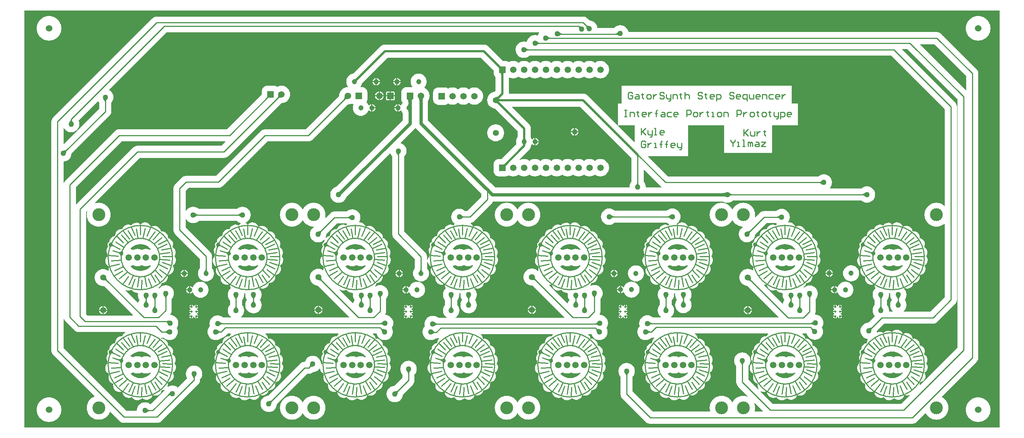
<source format=gbl>
G04 Layer_Physical_Order=2*
G04 Layer_Color=16711680*
%FSLAX25Y25*%
%MOIN*%
G70*
G01*
G75*
%ADD13C,0.01000*%
%ADD14C,0.03000*%
%ADD17C,0.11811*%
%ADD18C,0.03543*%
%ADD19C,0.05905*%
%ADD20C,0.05512*%
%ADD21R,0.05905X0.05905*%
%ADD22C,0.05905*%
%ADD23C,0.04724*%
%ADD24C,0.06000*%
%ADD25C,0.05000*%
%ADD26C,0.01968*%
%ADD27C,0.02000*%
G36*
X1155870Y128548D02*
X261453D01*
Y511452D01*
X1155870D01*
Y128548D01*
D02*
G37*
%LPC*%
G36*
X723599Y334910D02*
X723353Y334878D01*
X723105Y334886D01*
X721947Y334772D01*
X721465Y334660D01*
X720977Y334579D01*
X719864Y334241D01*
X719414Y334037D01*
X718951Y333863D01*
X717925Y333315D01*
X717523Y333027D01*
X717103Y332765D01*
X716204Y332027D01*
X715881Y331683D01*
X715864Y331668D01*
X715849Y331651D01*
X715505Y331328D01*
X714767Y330429D01*
X714505Y330009D01*
X714217Y329607D01*
X713932Y329072D01*
X713432D01*
X713146Y329607D01*
X712858Y330009D01*
X712596Y330429D01*
X711858Y331328D01*
X711514Y331651D01*
X711499Y331668D01*
X711482Y331683D01*
X711159Y332027D01*
X710260Y332765D01*
X709840Y333027D01*
X709438Y333315D01*
X708412Y333863D01*
X707949Y334037D01*
X707499Y334241D01*
X706386Y334579D01*
X705898Y334660D01*
X705416Y334772D01*
X704258Y334886D01*
X704010Y334878D01*
X703764Y334910D01*
X703518Y334878D01*
X703270Y334886D01*
X702112Y334772D01*
X701630Y334660D01*
X701142Y334579D01*
X700029Y334241D01*
X699579Y334037D01*
X699116Y333863D01*
X698090Y333315D01*
X697688Y333027D01*
X697268Y332765D01*
X696369Y332027D01*
X696046Y331683D01*
X696029Y331668D01*
X696014Y331651D01*
X695670Y331328D01*
X694932Y330429D01*
X694670Y330009D01*
X694382Y329607D01*
X693834Y328581D01*
X693660Y328118D01*
X693456Y327668D01*
X693118Y326555D01*
X693037Y326067D01*
X692925Y325585D01*
X692811Y324427D01*
X692827Y323955D01*
X692825Y323933D01*
X692827Y323911D01*
X692811Y323439D01*
X692925Y322281D01*
X693037Y321799D01*
X693118Y321311D01*
X693456Y320198D01*
X693660Y319748D01*
X693834Y319285D01*
X694382Y318259D01*
X694670Y317857D01*
X694932Y317437D01*
X695670Y316538D01*
X696014Y316215D01*
X696029Y316198D01*
X696046Y316183D01*
X696369Y315839D01*
X697268Y315101D01*
X697688Y314839D01*
X698090Y314551D01*
X699116Y314003D01*
X699579Y313829D01*
X700029Y313625D01*
X701142Y313287D01*
X701630Y313206D01*
X702112Y313094D01*
X703270Y312980D01*
X703518Y312988D01*
X703764Y312956D01*
X704010Y312988D01*
X704258Y312980D01*
X705416Y313094D01*
X705898Y313206D01*
X706386Y313287D01*
X707499Y313625D01*
X707949Y313829D01*
X708412Y314003D01*
X709438Y314551D01*
X709840Y314839D01*
X710260Y315101D01*
X711159Y315839D01*
X711482Y316183D01*
X711499Y316198D01*
X711514Y316215D01*
X711858Y316538D01*
X712596Y317437D01*
X712858Y317857D01*
X713146Y318259D01*
X713432Y318794D01*
X713932D01*
X714217Y318259D01*
X714505Y317857D01*
X714767Y317437D01*
X715505Y316538D01*
X715849Y316215D01*
X715864Y316198D01*
X715881Y316183D01*
X716204Y315839D01*
X717103Y315101D01*
X717523Y314839D01*
X717925Y314551D01*
X718951Y314003D01*
X719414Y313829D01*
X719864Y313625D01*
X720977Y313287D01*
X721465Y313206D01*
X721947Y313094D01*
X723105Y312980D01*
X723353Y312988D01*
X723599Y312956D01*
X723845Y312988D01*
X724093Y312980D01*
X725251Y313094D01*
X725733Y313206D01*
X726221Y313287D01*
X727334Y313625D01*
X727784Y313829D01*
X728247Y314003D01*
X729273Y314551D01*
X729675Y314839D01*
X730095Y315101D01*
X730994Y315839D01*
X731317Y316183D01*
X731334Y316198D01*
X731349Y316215D01*
X731693Y316538D01*
X732431Y317437D01*
X732693Y317857D01*
X732981Y318259D01*
X733529Y319285D01*
X733703Y319748D01*
X733907Y320198D01*
X734245Y321311D01*
X734326Y321799D01*
X734438Y322281D01*
X734552Y323439D01*
X734537Y323911D01*
X734538Y323933D01*
X734537Y323955D01*
X734552Y324427D01*
X734438Y325585D01*
X734326Y326067D01*
X734245Y326555D01*
X733907Y327668D01*
X733703Y328118D01*
X733529Y328581D01*
X732981Y329607D01*
X732693Y330009D01*
X732431Y330429D01*
X731693Y331328D01*
X731349Y331651D01*
X731334Y331668D01*
X731317Y331683D01*
X730994Y332027D01*
X730095Y332765D01*
X729675Y333027D01*
X729273Y333315D01*
X728247Y333863D01*
X727784Y334037D01*
X727334Y334241D01*
X726221Y334579D01*
X725733Y334660D01*
X725251Y334772D01*
X724093Y334886D01*
X723845Y334878D01*
X723599Y334910D01*
D02*
G37*
G36*
X423000Y262398D02*
X421557Y262256D01*
X420169Y261835D01*
X418890Y261151D01*
X417769Y260231D01*
X416849Y259110D01*
X416165Y257831D01*
X416013Y257328D01*
X415521Y257238D01*
X415398Y257398D01*
X414696Y257937D01*
X413878Y258276D01*
X413500Y258325D01*
Y255000D01*
Y251675D01*
X413878Y251724D01*
X414696Y252063D01*
X415398Y252602D01*
X415521Y252762D01*
X416013Y252673D01*
X416165Y252169D01*
X416849Y250890D01*
X417769Y249769D01*
X418890Y248849D01*
X420169Y248165D01*
X421557Y247744D01*
X423000Y247602D01*
X424443Y247744D01*
X425831Y248165D01*
X427110Y248849D01*
X428231Y249769D01*
X429151Y250890D01*
X429835Y252169D01*
X430256Y253557D01*
X430398Y255000D01*
X430256Y256443D01*
X429835Y257831D01*
X429151Y259110D01*
X428231Y260231D01*
X427110Y261151D01*
X425831Y261835D01*
X424443Y262256D01*
X423000Y262398D01*
D02*
G37*
G36*
X807600Y258525D02*
X807222Y258476D01*
X806404Y258137D01*
X805702Y257598D01*
X805163Y256896D01*
X804824Y256078D01*
X804775Y255700D01*
X807600D01*
Y258525D01*
D02*
G37*
G36*
X412500Y258325D02*
X412122Y258276D01*
X411304Y257937D01*
X410602Y257398D01*
X410063Y256696D01*
X409724Y255878D01*
X409675Y255500D01*
X412500D01*
Y258325D01*
D02*
G37*
G36*
X610967D02*
X610589Y258276D01*
X609771Y257937D01*
X609069Y257398D01*
X608530Y256696D01*
X608191Y255878D01*
X608141Y255500D01*
X610967D01*
Y258325D01*
D02*
G37*
G36*
X1003800Y258425D02*
X1003422Y258376D01*
X1002604Y258037D01*
X1001902Y257498D01*
X1001363Y256796D01*
X1001024Y255978D01*
X1000975Y255600D01*
X1003800D01*
Y258425D01*
D02*
G37*
G36*
X621467Y262398D02*
X620023Y262256D01*
X618636Y261835D01*
X617357Y261151D01*
X616236Y260231D01*
X615316Y259110D01*
X614632Y257831D01*
X614479Y257328D01*
X613987Y257238D01*
X613865Y257398D01*
X613162Y257937D01*
X612344Y258276D01*
X611967Y258325D01*
Y255000D01*
Y251675D01*
X612344Y251724D01*
X613162Y252063D01*
X613865Y252602D01*
X613987Y252762D01*
X614479Y252673D01*
X614632Y252169D01*
X615316Y250890D01*
X616236Y249769D01*
X617357Y248849D01*
X618636Y248165D01*
X620023Y247744D01*
X621467Y247602D01*
X622910Y247744D01*
X624298Y248165D01*
X625577Y248849D01*
X626698Y249769D01*
X627618Y250890D01*
X628301Y252169D01*
X628722Y253557D01*
X628864Y255000D01*
X628722Y256443D01*
X628301Y257831D01*
X627618Y259110D01*
X626698Y260231D01*
X625577Y261151D01*
X624298Y261835D01*
X622910Y262256D01*
X621467Y262398D01*
D02*
G37*
G36*
X1019500Y277598D02*
X1018057Y277456D01*
X1016669Y277035D01*
X1015390Y276351D01*
X1014269Y275431D01*
X1013349Y274310D01*
X1012665Y273031D01*
X1012244Y271643D01*
X1012102Y270200D01*
X1012244Y268757D01*
X1012665Y267369D01*
X1013349Y266090D01*
X1014269Y264969D01*
X1015390Y264049D01*
X1016669Y263365D01*
X1018057Y262944D01*
X1019500Y262802D01*
X1020943Y262944D01*
X1022331Y263365D01*
X1023610Y264049D01*
X1024731Y264969D01*
X1025651Y266090D01*
X1026335Y267369D01*
X1026756Y268757D01*
X1026898Y270200D01*
X1026756Y271643D01*
X1026335Y273031D01*
X1025651Y274310D01*
X1024731Y275431D01*
X1023610Y276351D01*
X1022331Y277035D01*
X1020943Y277456D01*
X1019500Y277598D01*
D02*
G37*
G36*
X333100Y235700D02*
X329877D01*
X329941Y235220D01*
X330319Y234306D01*
X330921Y233521D01*
X331706Y232919D01*
X332620Y232541D01*
X333100Y232478D01*
Y235700D01*
D02*
G37*
G36*
X617649Y230213D02*
X616225D01*
Y228789D01*
X616500Y228843D01*
X617156Y229282D01*
X617594Y229938D01*
X617649Y230213D01*
D02*
G37*
G36*
X1014300Y262498D02*
X1012857Y262356D01*
X1011469Y261935D01*
X1010190Y261251D01*
X1009069Y260331D01*
X1008149Y259210D01*
X1007465Y257931D01*
X1007313Y257428D01*
X1006821Y257338D01*
X1006698Y257498D01*
X1005996Y258037D01*
X1005178Y258376D01*
X1004800Y258425D01*
Y255100D01*
Y251775D01*
X1005178Y251824D01*
X1005996Y252163D01*
X1006698Y252702D01*
X1006821Y252862D01*
X1007313Y252772D01*
X1007465Y252269D01*
X1008149Y250990D01*
X1009069Y249869D01*
X1010190Y248949D01*
X1011469Y248265D01*
X1012857Y247844D01*
X1014300Y247702D01*
X1015743Y247844D01*
X1017131Y248265D01*
X1018410Y248949D01*
X1019531Y249869D01*
X1020451Y250990D01*
X1021135Y252269D01*
X1021556Y253657D01*
X1021698Y255100D01*
X1021556Y256543D01*
X1021135Y257931D01*
X1020451Y259210D01*
X1019531Y260331D01*
X1018410Y261251D01*
X1017131Y261935D01*
X1015743Y262356D01*
X1014300Y262498D01*
D02*
G37*
G36*
X818100Y262598D02*
X816657Y262456D01*
X815269Y262035D01*
X813990Y261351D01*
X812869Y260431D01*
X811949Y259310D01*
X811265Y258031D01*
X811113Y257527D01*
X810621Y257438D01*
X810498Y257598D01*
X809796Y258137D01*
X808978Y258476D01*
X808600Y258525D01*
Y255200D01*
Y251875D01*
X808978Y251924D01*
X809796Y252263D01*
X810498Y252802D01*
X810621Y252962D01*
X811113Y252872D01*
X811265Y252369D01*
X811949Y251090D01*
X812869Y249969D01*
X813990Y249049D01*
X815269Y248365D01*
X816657Y247944D01*
X818100Y247802D01*
X819543Y247944D01*
X820931Y248365D01*
X822210Y249049D01*
X823331Y249969D01*
X824251Y251090D01*
X824935Y252369D01*
X825356Y253757D01*
X825498Y255200D01*
X825356Y256643D01*
X824935Y258031D01*
X824251Y259310D01*
X823331Y260431D01*
X822210Y261351D01*
X820931Y262035D01*
X819543Y262456D01*
X818100Y262598D01*
D02*
G37*
G36*
X822200Y277398D02*
X820757Y277256D01*
X819369Y276835D01*
X818090Y276151D01*
X816969Y275231D01*
X816049Y274110D01*
X815365Y272831D01*
X814944Y271443D01*
X814802Y270000D01*
X814944Y268557D01*
X815365Y267169D01*
X816049Y265890D01*
X816969Y264769D01*
X818090Y263849D01*
X819369Y263165D01*
X820757Y262744D01*
X822200Y262602D01*
X823643Y262744D01*
X825031Y263165D01*
X826310Y263849D01*
X827431Y264769D01*
X828351Y265890D01*
X829035Y267169D01*
X829456Y268557D01*
X829598Y270000D01*
X829456Y271443D01*
X829035Y272831D01*
X828351Y274110D01*
X827431Y275231D01*
X826310Y276151D01*
X825031Y276835D01*
X823643Y277256D01*
X822200Y277398D01*
D02*
G37*
G36*
X534723Y236000D02*
X531500D01*
Y232778D01*
X531981Y232841D01*
X532894Y233219D01*
X533679Y233821D01*
X534281Y234606D01*
X534659Y235520D01*
X534723Y236000D01*
D02*
G37*
G36*
X530500D02*
X527278D01*
X527341Y235520D01*
X527719Y234606D01*
X528321Y233821D01*
X529106Y233219D01*
X530020Y232841D01*
X530500Y232778D01*
Y236000D01*
D02*
G37*
G36*
X928623Y235900D02*
X925400D01*
Y232678D01*
X925881Y232741D01*
X926794Y233119D01*
X927579Y233721D01*
X928181Y234506D01*
X928559Y235420D01*
X928623Y235900D01*
D02*
G37*
G36*
X419445Y241298D02*
Y239874D01*
X420869D01*
X420814Y240148D01*
X420376Y240805D01*
X419719Y241243D01*
X419445Y241298D01*
D02*
G37*
G36*
X733025Y390400D02*
X730200D01*
Y387575D01*
X730578Y387624D01*
X731396Y387963D01*
X732098Y388502D01*
X732637Y389204D01*
X732976Y390022D01*
X733025Y390400D01*
D02*
G37*
G36*
X414114Y241298D02*
X413840Y241243D01*
X413184Y240805D01*
X412745Y240148D01*
X412690Y239874D01*
X414114D01*
Y241298D01*
D02*
G37*
G36*
X924400Y235900D02*
X921177D01*
X921241Y235420D01*
X921619Y234506D01*
X922221Y233721D01*
X923006Y233119D01*
X923919Y232741D01*
X924400Y232678D01*
Y235900D01*
D02*
G37*
G36*
X682700Y480029D02*
X592000D01*
X590824Y479913D01*
X589693Y479570D01*
X588651Y479013D01*
X587737Y478263D01*
X562748Y453274D01*
X562557Y453256D01*
X561169Y452835D01*
X559890Y452151D01*
X558769Y451231D01*
X557849Y450110D01*
X557165Y448831D01*
X556744Y447443D01*
X556602Y446000D01*
X556744Y444557D01*
X557165Y443169D01*
X557849Y441890D01*
X558231Y441424D01*
X558127Y441229D01*
X557944Y440986D01*
X556441Y440838D01*
X554942Y440383D01*
X553560Y439644D01*
X552349Y438651D01*
X551356Y437440D01*
X550617Y436058D01*
X550162Y434559D01*
X550022Y433135D01*
X550004Y433008D01*
X550003Y432849D01*
X519402Y402247D01*
X482000D01*
X482000Y402247D01*
X480564Y402058D01*
X479226Y401504D01*
X478077Y400623D01*
X478077Y400623D01*
X437102Y359647D01*
X409800D01*
X408364Y359458D01*
X407026Y358904D01*
X405877Y358023D01*
X399877Y352023D01*
X398996Y350874D01*
X398442Y349536D01*
X398253Y348100D01*
Y309900D01*
X398442Y308464D01*
X398996Y307126D01*
X399877Y305977D01*
X422452Y283402D01*
Y274846D01*
X421849Y274110D01*
X421165Y272831D01*
X420744Y271443D01*
X420602Y270000D01*
X420744Y268557D01*
X421165Y267169D01*
X421849Y265890D01*
X422769Y264769D01*
X423890Y263849D01*
X425169Y263165D01*
X426557Y262744D01*
X428000Y262602D01*
X429443Y262744D01*
X430831Y263165D01*
X432110Y263849D01*
X433231Y264769D01*
X434151Y265890D01*
X434835Y267169D01*
X435256Y268557D01*
X435398Y270000D01*
X435256Y271443D01*
X434835Y272831D01*
X434151Y274110D01*
X433547Y274846D01*
Y285700D01*
X433547Y285700D01*
X433358Y287136D01*
X432804Y288474D01*
X431923Y289623D01*
X409347Y312198D01*
Y319581D01*
X409832Y319703D01*
X409934Y319513D01*
X410871Y318371D01*
X412013Y317434D01*
X413316Y316737D01*
X414730Y316308D01*
X416200Y316164D01*
X417670Y316308D01*
X419084Y316737D01*
X420387Y317434D01*
X421221Y318119D01*
X421269Y318152D01*
X456337D01*
X457213Y317434D01*
X458516Y316737D01*
X459786Y316352D01*
X459885Y315947D01*
X459869Y315817D01*
X458973Y315266D01*
X457977Y314214D01*
X457900Y314071D01*
X457826Y314056D01*
X456495Y314627D01*
X455062Y314834D01*
X453624Y314663D01*
X452279Y314126D01*
X451119Y313259D01*
X450223Y312121D01*
X449652Y310790D01*
X449459Y310651D01*
X449007Y310734D01*
X447564Y310616D01*
X446200Y310129D01*
X445009Y309306D01*
X444071Y308202D01*
X443451Y306893D01*
X443191Y305468D01*
X443244Y304824D01*
X442917Y304446D01*
X442408Y304412D01*
X441037Y303945D01*
X439834Y303139D01*
X438880Y302049D01*
X438241Y300749D01*
X437960Y299329D01*
X437982Y299003D01*
X437602Y298846D01*
X437023Y298402D01*
X436579Y297823D01*
X436300Y297148D01*
X436205Y296425D01*
X436300Y295702D01*
X436579Y295027D01*
X436771Y294778D01*
X436107Y293990D01*
X435493Y292679D01*
X435238Y291253D01*
X435361Y289810D01*
X435854Y288449D01*
X436318Y287783D01*
X436256Y286670D01*
X436224Y286604D01*
X436248Y286533D01*
X436216Y285957D01*
X435445Y285287D01*
X434635Y284087D01*
X434163Y282718D01*
X434062Y281273D01*
X434338Y279851D01*
X434972Y278550D01*
X435922Y277456D01*
X437122Y276646D01*
X437258Y276599D01*
X437663Y275194D01*
X437332Y274554D01*
X437023Y273140D01*
X437091Y271693D01*
X437531Y270313D01*
X438312Y269094D01*
X439383Y268119D01*
X440670Y267454D01*
X441195Y267339D01*
X441244Y267312D01*
X441555Y266749D01*
X441317Y265681D01*
X441379Y264234D01*
X441814Y262852D01*
X442591Y261630D01*
X443658Y260651D01*
X444942Y259981D01*
X446355Y259667D01*
X447802Y259729D01*
X448855Y260060D01*
X449937Y259293D01*
X449936Y259269D01*
X450241Y257854D01*
X450902Y256565D01*
X450891Y256420D01*
X450171Y255829D01*
X449234Y254687D01*
X448537Y253384D01*
X448108Y251970D01*
X447964Y250500D01*
X448108Y249030D01*
X448537Y247616D01*
X449234Y246313D01*
X449919Y245479D01*
X449953Y245431D01*
Y241063D01*
X449234Y240187D01*
X448537Y238884D01*
X448108Y237470D01*
X447964Y236000D01*
X448108Y234530D01*
X448537Y233116D01*
X449234Y231813D01*
X450171Y230671D01*
X450931Y230047D01*
X450752Y229548D01*
X443763D01*
X442887Y230266D01*
X441584Y230963D01*
X440170Y231392D01*
X438700Y231536D01*
X437230Y231392D01*
X435816Y230963D01*
X434513Y230266D01*
X433371Y229329D01*
X432434Y228187D01*
X431737Y226884D01*
X431309Y225470D01*
X431164Y224000D01*
X431309Y222530D01*
X431557Y221711D01*
X430634Y220587D01*
X429937Y219284D01*
X429508Y217870D01*
X429364Y216400D01*
X429508Y214930D01*
X429937Y213516D01*
X430634Y212213D01*
X431571Y211071D01*
X432713Y210134D01*
X434016Y209437D01*
X435430Y209009D01*
X436900Y208864D01*
X438370Y209009D01*
X439784Y209437D01*
X441087Y210134D01*
X441640Y210588D01*
X441931Y210781D01*
X441951Y210799D01*
X443036Y210942D01*
X444374Y211496D01*
X445523Y212377D01*
X447998Y214852D01*
X450497D01*
X450740Y214352D01*
X450223Y213696D01*
X449652Y212365D01*
X449459Y212226D01*
X449007Y212309D01*
X447564Y212191D01*
X446200Y211704D01*
X445009Y210880D01*
X444071Y209777D01*
X443451Y208468D01*
X443191Y207043D01*
X443244Y206399D01*
X442917Y206021D01*
X442408Y205987D01*
X441037Y205520D01*
X439834Y204714D01*
X438880Y203624D01*
X438241Y202325D01*
X437960Y200904D01*
X437982Y200578D01*
X437602Y200421D01*
X437023Y199977D01*
X436579Y199398D01*
X436300Y198723D01*
X436205Y198000D01*
X436300Y197276D01*
X436579Y196602D01*
X437023Y196023D01*
X437052Y195754D01*
X436727Y195369D01*
X436113Y194057D01*
X435858Y192632D01*
X435982Y191189D01*
X436411Y190001D01*
X436327Y189505D01*
X436256Y188244D01*
X436224Y188178D01*
X436248Y188107D01*
X436216Y187532D01*
X435445Y186862D01*
X434635Y185662D01*
X434163Y184293D01*
X434062Y182848D01*
X434338Y181426D01*
X434972Y180125D01*
X435922Y179031D01*
X437122Y178221D01*
X437258Y178174D01*
X437663Y176769D01*
X437332Y176129D01*
X437023Y174715D01*
X437091Y173268D01*
X437531Y171888D01*
X438312Y170669D01*
X439383Y169694D01*
X440670Y169029D01*
X441195Y168914D01*
X441244Y168887D01*
X441555Y168324D01*
X441317Y167256D01*
X441379Y165809D01*
X441814Y164427D01*
X442591Y163205D01*
X443658Y162226D01*
X444942Y161556D01*
X446355Y161242D01*
X447802Y161304D01*
X448855Y161635D01*
X449937Y160868D01*
X449936Y160845D01*
X450241Y159429D01*
X450902Y158140D01*
X451874Y157067D01*
X453090Y156281D01*
X454469Y155838D01*
X455915Y155766D01*
X457331Y156071D01*
X458527Y156685D01*
X458956Y155910D01*
X459962Y154868D01*
X461203Y154121D01*
X462595Y153722D01*
X464043Y153696D01*
X465448Y154046D01*
X466715Y154747D01*
X467757Y155753D01*
X467829Y155764D01*
X468786Y154920D01*
X470082Y154276D01*
X471502Y153989D01*
X472947Y154079D01*
X474320Y154540D01*
X475527Y155341D01*
X476485Y156427D01*
X477130Y157723D01*
X477225Y158197D01*
X477974Y158508D01*
X478434Y158320D01*
X479871Y158137D01*
X481306Y158333D01*
X482641Y158894D01*
X483786Y159781D01*
X484662Y160934D01*
X485210Y162275D01*
X485241Y162522D01*
X485640Y162822D01*
X485811Y162796D01*
X487251Y162952D01*
X488601Y163476D01*
X489770Y164331D01*
X490677Y165460D01*
X491261Y166785D01*
X491483Y168216D01*
X491328Y169643D01*
X491678Y170137D01*
X491780Y170321D01*
X493027Y170567D01*
X494327Y171206D01*
X495417Y172159D01*
X496224Y173362D01*
X496691Y174732D01*
X496788Y176177D01*
X496508Y177598D01*
X495869Y178898D01*
X495877Y178952D01*
X496897Y179626D01*
X497857Y180710D01*
X498504Y182006D01*
X498794Y183425D01*
X498706Y184870D01*
X498247Y186244D01*
X497451Y187449D01*
X498153Y188669D01*
X498525Y190068D01*
X498523Y191516D01*
X498146Y192914D01*
X497420Y194167D01*
X496394Y195190D01*
X495379Y195773D01*
X495802Y196554D01*
X496139Y197962D01*
X496101Y199410D01*
X495689Y200798D01*
X494931Y202032D01*
X493880Y203029D01*
X492607Y203719D01*
X491445Y203997D01*
X491428Y205433D01*
X491036Y206827D01*
X490296Y208073D01*
X489260Y209084D01*
X487997Y209793D01*
X486594Y210151D01*
X485146Y210133D01*
X484845Y210352D01*
X484830Y210733D01*
X484402Y212116D01*
X483631Y213342D01*
X482568Y214326D01*
X482490Y214367D01*
X482610Y214852D01*
X549073D01*
X549315Y214352D01*
X548798Y213696D01*
X548227Y212365D01*
X548034Y212226D01*
X547582Y212309D01*
X546139Y212191D01*
X544775Y211704D01*
X543584Y210880D01*
X542646Y209777D01*
X542026Y208468D01*
X541766Y207043D01*
X541819Y206399D01*
X541492Y206021D01*
X540983Y205987D01*
X539612Y205520D01*
X538409Y204714D01*
X537455Y203624D01*
X536816Y202325D01*
X536535Y200904D01*
X536557Y200578D01*
X536177Y200421D01*
X535598Y199977D01*
X535154Y199398D01*
X534875Y198723D01*
X534780Y198000D01*
X534875Y197276D01*
X535154Y196602D01*
X535318Y196389D01*
X534636Y195580D01*
X534021Y194269D01*
X533767Y192843D01*
X533890Y191400D01*
X534382Y190039D01*
X534891Y189309D01*
X534831Y188244D01*
X534799Y188178D01*
X534823Y188107D01*
X534791Y187532D01*
X534019Y186862D01*
X533903Y186689D01*
X533432Y186859D01*
X533436Y186900D01*
X533291Y188370D01*
X532863Y189784D01*
X532166Y191087D01*
X531229Y192229D01*
X530087Y193166D01*
X528784Y193863D01*
X527370Y194291D01*
X525900Y194436D01*
X524430Y194291D01*
X523016Y193863D01*
X521713Y193166D01*
X520571Y192229D01*
X519634Y191087D01*
X518937Y189784D01*
X518684Y188947D01*
X518300D01*
X518300Y188947D01*
X516864Y188758D01*
X515526Y188204D01*
X514377Y187323D01*
X514377Y187323D01*
X484966Y157912D01*
X484686Y157856D01*
X484030Y157791D01*
X482616Y157363D01*
X481313Y156666D01*
X480171Y155729D01*
X479234Y154587D01*
X478537Y153284D01*
X478109Y151870D01*
X477964Y150400D01*
X478109Y148930D01*
X478537Y147516D01*
X479234Y146213D01*
X480171Y145071D01*
X481313Y144134D01*
X482616Y143437D01*
X484030Y143008D01*
X485500Y142864D01*
X486970Y143008D01*
X488384Y143437D01*
X489687Y144134D01*
X490829Y145071D01*
X491766Y146213D01*
X492463Y147516D01*
X492892Y148930D01*
X493024Y150279D01*
X520598Y177852D01*
X522400D01*
X523836Y178042D01*
X525174Y178596D01*
X526215Y179395D01*
X527370Y179508D01*
X528784Y179937D01*
X530087Y180634D01*
X531229Y181571D01*
X532155Y182700D01*
X532213Y182704D01*
X532681Y182615D01*
X532912Y181426D01*
X533546Y180125D01*
X534496Y179031D01*
X535696Y178221D01*
X535833Y178174D01*
X536238Y176769D01*
X535907Y176129D01*
X535598Y174715D01*
X535666Y173268D01*
X536105Y171888D01*
X536887Y170669D01*
X537958Y169694D01*
X539245Y169029D01*
X539770Y168915D01*
X539818Y168887D01*
X540129Y168324D01*
X539891Y167256D01*
X539953Y165809D01*
X540387Y164428D01*
X541164Y163206D01*
X542232Y162226D01*
X543515Y161557D01*
X544929Y161242D01*
X546376Y161304D01*
X547430Y161635D01*
X548511Y160868D01*
X548510Y160845D01*
X548815Y159430D01*
X549475Y158141D01*
X550447Y157067D01*
X551664Y156282D01*
X553042Y155838D01*
X554489Y155766D01*
X555904Y156071D01*
X557102Y156685D01*
X557531Y155910D01*
X558537Y154868D01*
X559778Y154121D01*
X561170Y153722D01*
X562618Y153696D01*
X564023Y154046D01*
X565290Y154747D01*
X566332Y155753D01*
X566404Y155764D01*
X567361Y154920D01*
X568657Y154276D01*
X570077Y153989D01*
X571522Y154079D01*
X572895Y154540D01*
X574102Y155341D01*
X575060Y156427D01*
X575704Y157723D01*
X575800Y158197D01*
X576392Y158442D01*
X577446Y158035D01*
X578885Y157879D01*
X580316Y158101D01*
X581641Y158687D01*
X582769Y159595D01*
X583624Y160764D01*
X584146Y162115D01*
X584205Y162657D01*
X584386Y162796D01*
X585826Y162952D01*
X587176Y163476D01*
X588345Y164331D01*
X589252Y165460D01*
X589837Y166785D01*
X590058Y168216D01*
X589903Y169643D01*
X590253Y170137D01*
X590355Y170321D01*
X591602Y170567D01*
X592902Y171206D01*
X593992Y172159D01*
X594799Y173362D01*
X595266Y174732D01*
X595363Y176177D01*
X595083Y177598D01*
X594444Y178898D01*
X594452Y178952D01*
X595472Y179626D01*
X596432Y180710D01*
X597079Y182006D01*
X597369Y183425D01*
X597281Y184870D01*
X596822Y186244D01*
X596026Y187449D01*
X596728Y188669D01*
X597100Y190068D01*
X597098Y191516D01*
X596721Y192914D01*
X595995Y194167D01*
X594969Y195190D01*
X593954Y195773D01*
X594377Y196554D01*
X594714Y197962D01*
X594676Y199410D01*
X594264Y200798D01*
X593506Y202032D01*
X592455Y203029D01*
X591182Y203719D01*
X590020Y203997D01*
X590003Y205433D01*
X589611Y206827D01*
X588871Y208073D01*
X587835Y209084D01*
X586572Y209793D01*
X585169Y210151D01*
X583721Y210133D01*
X583420Y210352D01*
X583405Y210733D01*
X582977Y212116D01*
X582206Y213342D01*
X581143Y214326D01*
X581065Y214367D01*
X581185Y214852D01*
X584432D01*
X584837Y213516D01*
X585534Y212213D01*
X586471Y211071D01*
X587613Y210134D01*
X588916Y209437D01*
X590330Y209009D01*
X591800Y208864D01*
X593270Y209009D01*
X594684Y209437D01*
X595987Y210134D01*
X597129Y211071D01*
X598066Y212213D01*
X598763Y213516D01*
X599192Y214930D01*
X599336Y216400D01*
X599192Y217870D01*
X598763Y219284D01*
X598323Y220106D01*
X598466Y220279D01*
X599163Y221582D01*
X599591Y222996D01*
X599736Y224466D01*
X599591Y225937D01*
X599163Y227350D01*
X598466Y228653D01*
X597529Y229795D01*
X596387Y230732D01*
X595084Y231429D01*
X593670Y231858D01*
X592531Y231970D01*
X592303Y232495D01*
X592404Y232626D01*
X592958Y233964D01*
X593148Y235400D01*
X593148Y235400D01*
Y246737D01*
X593866Y247613D01*
X594563Y248916D01*
X594991Y250330D01*
X595136Y251800D01*
X594991Y253270D01*
X594563Y254684D01*
X593866Y255987D01*
X592929Y257129D01*
X591787Y258066D01*
X590484Y258763D01*
X589070Y259191D01*
X587600Y259336D01*
X586130Y259191D01*
X584716Y258763D01*
X583413Y258066D01*
X583306Y257979D01*
X582939Y258324D01*
X583636Y259286D01*
X584152Y260639D01*
X584198Y261076D01*
X584387Y261222D01*
X585826Y261379D01*
X587176Y261902D01*
X588345Y262758D01*
X589252Y263886D01*
X589837Y265212D01*
X590058Y266643D01*
X589903Y268068D01*
X590253Y268562D01*
X590355Y268746D01*
X591602Y268992D01*
X592901Y269630D01*
X593992Y270583D01*
X594798Y271786D01*
X595266Y273157D01*
X595363Y274602D01*
X595083Y276023D01*
X594445Y277322D01*
X594452Y277377D01*
X595472Y278051D01*
X596432Y279135D01*
X597079Y280431D01*
X597369Y281850D01*
X597281Y283295D01*
X596822Y284669D01*
X596026Y285874D01*
X596728Y287093D01*
X597100Y288492D01*
X597098Y289941D01*
X596721Y291339D01*
X595995Y292592D01*
X594969Y293614D01*
X593954Y294198D01*
X594377Y294979D01*
X594714Y296387D01*
X594676Y297835D01*
X594264Y299223D01*
X593506Y300458D01*
X592455Y301454D01*
X591182Y302144D01*
X590020Y302422D01*
X590003Y303858D01*
X589611Y305253D01*
X588871Y306498D01*
X587835Y307509D01*
X586572Y308218D01*
X585169Y308576D01*
X583721Y308558D01*
X583420Y308777D01*
X583405Y309158D01*
X582977Y310541D01*
X582206Y311767D01*
X581143Y312751D01*
X579862Y313427D01*
X578450Y313748D01*
X577003Y313692D01*
X575620Y313264D01*
X574963Y312851D01*
X574721Y312951D01*
X574358Y313055D01*
X573834Y314216D01*
X572917Y315337D01*
X571742Y316183D01*
X570387Y316695D01*
X568946Y316840D01*
X568534Y316772D01*
X568510Y316814D01*
X568333Y317246D01*
X568995Y318484D01*
X569423Y319898D01*
X569568Y321368D01*
X569423Y322838D01*
X568995Y324252D01*
X568298Y325555D01*
X567361Y326697D01*
X566219Y327634D01*
X564916Y328331D01*
X563502Y328760D01*
X562032Y328904D01*
X560562Y328760D01*
X559148Y328331D01*
X557845Y327634D01*
X557011Y326950D01*
X556963Y326916D01*
X545868D01*
X544432Y326726D01*
X543094Y326172D01*
X541945Y325291D01*
X537659Y321004D01*
X537230Y321261D01*
X537245Y321311D01*
X537326Y321799D01*
X537438Y322281D01*
X537552Y323439D01*
X537536Y323911D01*
X537538Y323933D01*
X537536Y323955D01*
X537552Y324427D01*
X537438Y325585D01*
X537326Y326067D01*
X537245Y326555D01*
X536907Y327668D01*
X536703Y328118D01*
X536529Y328581D01*
X535981Y329607D01*
X535693Y330009D01*
X535431Y330429D01*
X534693Y331328D01*
X534349Y331651D01*
X534334Y331668D01*
X534317Y331683D01*
X533994Y332027D01*
X533095Y332765D01*
X532675Y333027D01*
X532273Y333315D01*
X531247Y333863D01*
X530784Y334037D01*
X530334Y334241D01*
X529221Y334579D01*
X528733Y334660D01*
X528251Y334772D01*
X527093Y334886D01*
X526845Y334878D01*
X526599Y334910D01*
X526353Y334878D01*
X526105Y334886D01*
X524947Y334772D01*
X524465Y334660D01*
X523977Y334579D01*
X522864Y334241D01*
X522414Y334037D01*
X521951Y333863D01*
X520925Y333315D01*
X520523Y333027D01*
X520103Y332765D01*
X519204Y332027D01*
X518881Y331683D01*
X518864Y331668D01*
X518849Y331651D01*
X518505Y331328D01*
X517767Y330429D01*
X517505Y330009D01*
X517217Y329607D01*
X516931Y329072D01*
X516432D01*
X516146Y329607D01*
X515858Y330009D01*
X515596Y330429D01*
X514858Y331328D01*
X514514Y331651D01*
X514499Y331668D01*
X514482Y331683D01*
X514159Y332027D01*
X513260Y332765D01*
X512840Y333027D01*
X512438Y333315D01*
X511412Y333863D01*
X510949Y334037D01*
X510499Y334241D01*
X509386Y334579D01*
X508898Y334660D01*
X508416Y334772D01*
X507258Y334886D01*
X507010Y334878D01*
X506764Y334910D01*
X506518Y334878D01*
X506270Y334886D01*
X505112Y334772D01*
X504630Y334660D01*
X504142Y334579D01*
X503029Y334241D01*
X502579Y334037D01*
X502116Y333863D01*
X501090Y333315D01*
X500688Y333027D01*
X500268Y332765D01*
X499369Y332027D01*
X499046Y331683D01*
X499029Y331668D01*
X499014Y331651D01*
X498670Y331328D01*
X497932Y330429D01*
X497670Y330009D01*
X497382Y329607D01*
X496834Y328581D01*
X496660Y328118D01*
X496456Y327668D01*
X496118Y326555D01*
X496037Y326067D01*
X495925Y325585D01*
X495811Y324427D01*
X495826Y323955D01*
X495825Y323933D01*
X495826Y323911D01*
X495811Y323439D01*
X495925Y322281D01*
X496037Y321799D01*
X496118Y321311D01*
X496456Y320198D01*
X496660Y319748D01*
X496834Y319285D01*
X497382Y318259D01*
X497670Y317857D01*
X497932Y317437D01*
X498670Y316538D01*
X499014Y316215D01*
X499029Y316198D01*
X499046Y316183D01*
X499369Y315839D01*
X500268Y315101D01*
X500688Y314839D01*
X501090Y314551D01*
X502116Y314003D01*
X502579Y313829D01*
X503029Y313625D01*
X504142Y313287D01*
X504630Y313206D01*
X505112Y313094D01*
X506270Y312980D01*
X506518Y312988D01*
X506764Y312956D01*
X507010Y312988D01*
X507258Y312980D01*
X508416Y313094D01*
X508898Y313206D01*
X509386Y313287D01*
X510499Y313625D01*
X510949Y313829D01*
X511412Y314003D01*
X512438Y314551D01*
X512840Y314839D01*
X513260Y315101D01*
X514159Y315839D01*
X514482Y316183D01*
X514499Y316198D01*
X514514Y316215D01*
X514858Y316538D01*
X515596Y317437D01*
X515858Y317857D01*
X516146Y318259D01*
X516432Y318794D01*
X516931D01*
X517217Y318259D01*
X517505Y317857D01*
X517767Y317437D01*
X518505Y316538D01*
X518849Y316215D01*
X518864Y316198D01*
X518881Y316183D01*
X519204Y315839D01*
X520103Y315101D01*
X520523Y314839D01*
X520925Y314551D01*
X521951Y314003D01*
X522414Y313829D01*
X522864Y313625D01*
X523977Y313287D01*
X524465Y313206D01*
X524947Y313094D01*
X526105Y312980D01*
X526353Y312988D01*
X526599Y312956D01*
X526674Y312966D01*
X526829Y312482D01*
X526613Y312366D01*
X525471Y311429D01*
X524534Y310287D01*
X523837Y308984D01*
X523409Y307570D01*
X523264Y306100D01*
X523409Y304630D01*
X523837Y303216D01*
X524534Y301913D01*
X525471Y300771D01*
X526613Y299834D01*
X527916Y299137D01*
X529330Y298709D01*
X530800Y298564D01*
X532270Y298709D01*
X533684Y299137D01*
X534987Y299834D01*
X536129Y300771D01*
X536480Y301198D01*
X536903Y300926D01*
X536816Y300749D01*
X536535Y299329D01*
X536557Y299003D01*
X536177Y298846D01*
X535598Y298402D01*
X535154Y297823D01*
X534875Y297148D01*
X534780Y296425D01*
X534875Y295702D01*
X535154Y295027D01*
X535304Y294831D01*
X534614Y294012D01*
X533999Y292701D01*
X533745Y291275D01*
X533868Y289832D01*
X534361Y288470D01*
X534890Y287712D01*
X534831Y286670D01*
X534799Y286604D01*
X534823Y286533D01*
X534791Y285958D01*
X534019Y285287D01*
X533209Y284087D01*
X532737Y282718D01*
X532636Y281273D01*
X532912Y279851D01*
X533546Y278550D01*
X534496Y277456D01*
X535696Y276646D01*
X535833Y276599D01*
X536238Y275194D01*
X535907Y274554D01*
X535648Y273366D01*
X535603Y273312D01*
X535196Y273110D01*
X535099Y273103D01*
X533982Y273700D01*
X532520Y274144D01*
X531000Y274293D01*
X529480Y274144D01*
X528018Y273700D01*
X526670Y272980D01*
X525489Y272011D01*
X524520Y270830D01*
X523800Y269482D01*
X523356Y268021D01*
X523207Y266500D01*
X523356Y264980D01*
X523800Y263518D01*
X524520Y262170D01*
X525489Y260989D01*
X526670Y260020D01*
X528018Y259300D01*
X529480Y258856D01*
X530444Y258761D01*
X530790Y258704D01*
X530853Y258702D01*
X559545Y230009D01*
X559354Y229548D01*
X460248D01*
X460069Y230047D01*
X460829Y230671D01*
X461766Y231813D01*
X462463Y233116D01*
X462891Y234530D01*
X463036Y236000D01*
X462891Y237470D01*
X462463Y238884D01*
X461766Y240187D01*
X461082Y241021D01*
X461048Y241069D01*
Y245437D01*
X461766Y246313D01*
X462463Y247616D01*
X462891Y249030D01*
X463036Y250500D01*
X462924Y251642D01*
X463229Y252015D01*
X463749Y252006D01*
X464075Y251629D01*
X463964Y250500D01*
X464109Y249030D01*
X464537Y247616D01*
X465234Y246313D01*
X465696Y245750D01*
X465234Y245187D01*
X464537Y243884D01*
X464109Y242470D01*
X463964Y241000D01*
X464109Y239530D01*
X464537Y238116D01*
X465234Y236813D01*
X466171Y235671D01*
X467313Y234734D01*
X468616Y234037D01*
X470030Y233609D01*
X471500Y233464D01*
X472970Y233609D01*
X474384Y234037D01*
X475687Y234734D01*
X476829Y235671D01*
X477766Y236813D01*
X478463Y238116D01*
X478892Y239530D01*
X479036Y241000D01*
X478892Y242470D01*
X478463Y243884D01*
X477766Y245187D01*
X477304Y245750D01*
X477766Y246313D01*
X478463Y247616D01*
X478892Y249030D01*
X479036Y250500D01*
X478892Y251970D01*
X478463Y253384D01*
X477766Y254687D01*
X476917Y255722D01*
X477130Y256150D01*
X477189Y256446D01*
X477682Y256692D01*
X478710Y256272D01*
X480147Y256090D01*
X481581Y256286D01*
X482917Y256847D01*
X484061Y257734D01*
X484938Y258887D01*
X485485Y260227D01*
X485590Y261055D01*
X485812Y261222D01*
X487251Y261379D01*
X488601Y261902D01*
X489770Y262758D01*
X490677Y263886D01*
X491262Y265212D01*
X491483Y266643D01*
X491328Y268068D01*
X491678Y268562D01*
X491780Y268746D01*
X493026Y268992D01*
X494326Y269630D01*
X495417Y270583D01*
X496223Y271786D01*
X496691Y273157D01*
X496788Y274602D01*
X496508Y276023D01*
X495870Y277322D01*
X495877Y277377D01*
X496897Y278051D01*
X497857Y279135D01*
X498504Y280431D01*
X498794Y281850D01*
X498706Y283295D01*
X498247Y284669D01*
X497451Y285874D01*
X498152Y287093D01*
X498525Y288492D01*
X498523Y289941D01*
X498146Y291339D01*
X497420Y292592D01*
X496394Y293614D01*
X495379Y294198D01*
X495802Y294979D01*
X496139Y296387D01*
X496101Y297835D01*
X495689Y299223D01*
X494931Y300458D01*
X493880Y301454D01*
X492607Y302144D01*
X491445Y302422D01*
X491428Y303858D01*
X491036Y305253D01*
X490296Y306498D01*
X489260Y307509D01*
X487997Y308218D01*
X486594Y308576D01*
X485146Y308558D01*
X484845Y308777D01*
X484830Y309158D01*
X484402Y310541D01*
X483631Y311767D01*
X482568Y312751D01*
X481287Y313427D01*
X479875Y313748D01*
X478428Y313692D01*
X477045Y313264D01*
X476388Y312851D01*
X476146Y312951D01*
X475783Y313055D01*
X475259Y314217D01*
X474342Y315338D01*
X473166Y316183D01*
X471812Y316695D01*
X470371Y316840D01*
X468941Y316606D01*
X467621Y316011D01*
X466501Y315094D01*
X466138Y315059D01*
X465724Y315451D01*
X464451Y316141D01*
X464187Y316203D01*
X464172Y316703D01*
X464284Y316737D01*
X465587Y317434D01*
X466729Y318371D01*
X467666Y319513D01*
X468363Y320816D01*
X468791Y322230D01*
X468936Y323700D01*
X468791Y325170D01*
X468363Y326584D01*
X467666Y327887D01*
X466729Y329029D01*
X465587Y329966D01*
X464284Y330663D01*
X462870Y331091D01*
X461400Y331236D01*
X459930Y331091D01*
X458516Y330663D01*
X457213Y329966D01*
X456379Y329281D01*
X456331Y329247D01*
X421263D01*
X420387Y329966D01*
X419084Y330663D01*
X417670Y331091D01*
X416200Y331236D01*
X414730Y331091D01*
X413316Y330663D01*
X412013Y329966D01*
X410871Y329029D01*
X409934Y327887D01*
X409832Y327697D01*
X409347Y327819D01*
Y345802D01*
X412098Y348552D01*
X439400D01*
X440836Y348742D01*
X442174Y349296D01*
X443323Y350177D01*
X484298Y391153D01*
X521700D01*
X523136Y391342D01*
X524474Y391896D01*
X525623Y392777D01*
X557849Y425003D01*
X558008Y425004D01*
X558135Y425022D01*
X559559Y425162D01*
X561058Y425617D01*
X561971Y426105D01*
X562526Y425680D01*
X563077Y425452D01*
X563245Y424981D01*
X563165Y424831D01*
X562744Y423443D01*
X562602Y422000D01*
X562744Y420557D01*
X563165Y419169D01*
X563849Y417890D01*
X564769Y416769D01*
X565890Y415849D01*
X567169Y415165D01*
X568557Y414744D01*
X570000Y414602D01*
X571443Y414744D01*
X572831Y415165D01*
X574110Y415849D01*
X575231Y416769D01*
X576151Y417890D01*
X576835Y419169D01*
X576987Y419672D01*
X577479Y419762D01*
X577602Y419602D01*
X578304Y419063D01*
X579122Y418724D01*
X579500Y418675D01*
Y422000D01*
Y425325D01*
X579122Y425276D01*
X578304Y424937D01*
X577602Y424398D01*
X577479Y424238D01*
X576987Y424328D01*
X576835Y424831D01*
X576151Y426110D01*
X575231Y427231D01*
X575147Y427300D01*
X575320Y427526D01*
X575824Y428742D01*
X575996Y430047D01*
Y435953D01*
X575824Y437258D01*
X575320Y438474D01*
X574519Y439519D01*
X573474Y440320D01*
X572258Y440824D01*
X570953Y440996D01*
X570002D01*
X569788Y441448D01*
X570151Y441890D01*
X570835Y443169D01*
X571256Y444557D01*
X571275Y444748D01*
X594497Y467971D01*
X680202D01*
X691514Y456659D01*
X691552Y456607D01*
X691604Y456550D01*
Y454147D01*
X691776Y452842D01*
X692280Y451626D01*
X693081Y450581D01*
X693571Y450205D01*
Y437597D01*
X692787Y436813D01*
X692080Y436744D01*
X690618Y436300D01*
X689270Y435580D01*
X688089Y434611D01*
X687120Y433430D01*
X686400Y432082D01*
X685956Y430620D01*
X685807Y429100D01*
X685956Y427580D01*
X686400Y426118D01*
X687120Y424770D01*
X688089Y423589D01*
X689270Y422620D01*
X690618Y421900D01*
X692080Y421456D01*
X692787Y421387D01*
X713671Y400503D01*
Y395159D01*
X713549Y395010D01*
X712865Y393731D01*
X712444Y392343D01*
X712302Y390900D01*
X712444Y389457D01*
X712674Y388700D01*
X699159Y375185D01*
X699106Y375148D01*
X699050Y375096D01*
X696647D01*
X695342Y374924D01*
X694126Y374420D01*
X693081Y373619D01*
X692280Y372574D01*
X691776Y371358D01*
X691604Y370053D01*
Y364147D01*
X691776Y362842D01*
X692280Y361626D01*
X693081Y360581D01*
X694126Y359780D01*
X695342Y359276D01*
X696647Y359104D01*
X702553D01*
X703858Y359276D01*
X705074Y359780D01*
X705628Y360205D01*
X706542Y359717D01*
X708041Y359262D01*
X709600Y359109D01*
X711159Y359262D01*
X712658Y359717D01*
X714040Y360455D01*
X714600Y360915D01*
X715160Y360455D01*
X716542Y359717D01*
X718041Y359262D01*
X719600Y359109D01*
X721159Y359262D01*
X722658Y359717D01*
X724040Y360455D01*
X724600Y360915D01*
X725160Y360455D01*
X726542Y359717D01*
X728041Y359262D01*
X729600Y359109D01*
X731159Y359262D01*
X732658Y359717D01*
X734039Y360455D01*
X734600Y360915D01*
X735160Y360455D01*
X736542Y359717D01*
X738041Y359262D01*
X739600Y359109D01*
X741159Y359262D01*
X742658Y359717D01*
X744039Y360455D01*
X744600Y360915D01*
X745160Y360455D01*
X746542Y359717D01*
X748041Y359262D01*
X749600Y359109D01*
X751159Y359262D01*
X752658Y359717D01*
X754039Y360455D01*
X754600Y360915D01*
X755160Y360455D01*
X756542Y359717D01*
X758041Y359262D01*
X759600Y359109D01*
X761159Y359262D01*
X762658Y359717D01*
X764040Y360455D01*
X764600Y360915D01*
X765160Y360455D01*
X766542Y359717D01*
X768041Y359262D01*
X769600Y359109D01*
X771159Y359262D01*
X772658Y359717D01*
X774040Y360455D01*
X774600Y360915D01*
X775160Y360455D01*
X776542Y359717D01*
X778041Y359262D01*
X779600Y359109D01*
X781159Y359262D01*
X782658Y359717D01*
X784039Y360455D01*
X784600Y360915D01*
X785160Y360455D01*
X786542Y359717D01*
X788041Y359262D01*
X789600Y359109D01*
X791159Y359262D01*
X792658Y359717D01*
X794039Y360455D01*
X795251Y361449D01*
X796244Y362660D01*
X796983Y364042D01*
X797437Y365541D01*
X797591Y367100D01*
X797437Y368659D01*
X796983Y370158D01*
X796244Y371540D01*
X795251Y372751D01*
X794039Y373745D01*
X792658Y374483D01*
X791159Y374938D01*
X789600Y375091D01*
X788041Y374938D01*
X786542Y374483D01*
X785160Y373745D01*
X784600Y373285D01*
X784039Y373745D01*
X782658Y374483D01*
X781159Y374938D01*
X779600Y375091D01*
X778041Y374938D01*
X776542Y374483D01*
X775160Y373745D01*
X774600Y373285D01*
X774040Y373745D01*
X772658Y374483D01*
X771159Y374938D01*
X769600Y375091D01*
X768041Y374938D01*
X766542Y374483D01*
X765160Y373745D01*
X764600Y373285D01*
X764040Y373745D01*
X762658Y374483D01*
X761159Y374938D01*
X759600Y375091D01*
X758041Y374938D01*
X756542Y374483D01*
X755160Y373745D01*
X754600Y373285D01*
X754039Y373745D01*
X752658Y374483D01*
X751159Y374938D01*
X749600Y375091D01*
X748041Y374938D01*
X746542Y374483D01*
X745160Y373745D01*
X744600Y373285D01*
X744039Y373745D01*
X742658Y374483D01*
X741159Y374938D01*
X739600Y375091D01*
X738041Y374938D01*
X736542Y374483D01*
X735160Y373745D01*
X734600Y373285D01*
X734039Y373745D01*
X732658Y374483D01*
X731159Y374938D01*
X729600Y375091D01*
X728041Y374938D01*
X726542Y374483D01*
X725160Y373745D01*
X724600Y373285D01*
X724040Y373745D01*
X722658Y374483D01*
X721159Y374938D01*
X719600Y375091D01*
X718041Y374938D01*
X716542Y374483D01*
X715842Y374109D01*
X715541Y374515D01*
X723963Y382937D01*
X723963Y382937D01*
X724713Y383851D01*
X725270Y384893D01*
X725613Y386024D01*
X725667Y386565D01*
X725851Y386790D01*
X726535Y388069D01*
X726687Y388573D01*
X727179Y388662D01*
X727302Y388502D01*
X728004Y387963D01*
X728822Y387624D01*
X729200Y387575D01*
Y390900D01*
Y394225D01*
X728822Y394176D01*
X728004Y393837D01*
X727302Y393298D01*
X727179Y393138D01*
X726687Y393228D01*
X726535Y393731D01*
X725851Y395010D01*
X725729Y395159D01*
Y403000D01*
X725613Y404176D01*
X725270Y405307D01*
X724713Y406350D01*
X723963Y407263D01*
X708617Y422609D01*
X708809Y423071D01*
X771203D01*
X818252Y376021D01*
Y354263D01*
X817534Y353387D01*
X816837Y352084D01*
X816409Y350670D01*
X816264Y349200D01*
X816020Y348931D01*
X693205D01*
X689618Y352518D01*
X689010Y353018D01*
X688968Y353068D01*
X631531Y410505D01*
Y428423D01*
X631644Y428560D01*
X632383Y429942D01*
X632838Y431441D01*
X632991Y433000D01*
X632838Y434559D01*
X632383Y436058D01*
X631644Y437440D01*
X630651Y438651D01*
X629440Y439644D01*
X628355Y440224D01*
X628267Y440613D01*
X628277Y440826D01*
X629151Y441890D01*
X629835Y443169D01*
X630256Y444557D01*
X630398Y446000D01*
X630256Y447443D01*
X629835Y448831D01*
X629151Y450110D01*
X628231Y451231D01*
X627110Y452151D01*
X625831Y452835D01*
X624443Y453256D01*
X623000Y453398D01*
X621557Y453256D01*
X620169Y452835D01*
X618890Y452151D01*
X617769Y451231D01*
X616849Y450110D01*
X616165Y448831D01*
X615744Y447443D01*
X615602Y446000D01*
X615744Y444557D01*
X616165Y443169D01*
X616849Y441890D01*
X617212Y441448D01*
X616998Y440996D01*
X612047D01*
X610742Y440824D01*
X609526Y440320D01*
X608481Y439519D01*
X607680Y438474D01*
X607176Y437258D01*
X607004Y435953D01*
Y430047D01*
X607070Y429545D01*
X607076Y429294D01*
X607126Y429121D01*
X607176Y428742D01*
X607380Y428250D01*
X607444Y428030D01*
X607529Y427889D01*
X607680Y427526D01*
X608014Y427090D01*
X608127Y426904D01*
X608240Y426796D01*
X608323Y426687D01*
X607849Y426110D01*
X607165Y424831D01*
X607013Y424328D01*
X606521Y424238D01*
X606398Y424398D01*
X605696Y424937D01*
X604878Y425276D01*
X604500Y425325D01*
Y422000D01*
Y418675D01*
X604878Y418724D01*
X605696Y419063D01*
X606398Y419602D01*
X606521Y419762D01*
X607013Y419672D01*
X607165Y419169D01*
X607849Y417890D01*
X608468Y417135D01*
Y410505D01*
X547541Y349578D01*
X546666Y349313D01*
X545363Y348616D01*
X544221Y347679D01*
X543284Y346537D01*
X542587Y345234D01*
X542159Y343820D01*
X542014Y342350D01*
X542159Y340880D01*
X542587Y339466D01*
X543284Y338163D01*
X544221Y337021D01*
X545363Y336084D01*
X546666Y335387D01*
X548080Y334959D01*
X549550Y334814D01*
X551020Y334959D01*
X552434Y335387D01*
X553737Y336084D01*
X554879Y337021D01*
X555816Y338163D01*
X556513Y339466D01*
X556778Y340341D01*
X596671Y380234D01*
X597156Y380113D01*
X597337Y379516D01*
X598034Y378213D01*
X598719Y377379D01*
X598752Y377331D01*
Y306200D01*
X598942Y304764D01*
X599496Y303426D01*
X600377Y302277D01*
X619553Y283102D01*
Y274846D01*
X618949Y274110D01*
X618265Y272831D01*
X617844Y271443D01*
X617702Y270000D01*
X617844Y268557D01*
X618265Y267169D01*
X618949Y265890D01*
X619869Y264769D01*
X620990Y263849D01*
X622269Y263165D01*
X623657Y262744D01*
X625100Y262602D01*
X626543Y262744D01*
X627931Y263165D01*
X629210Y263849D01*
X630331Y264769D01*
X631251Y265890D01*
X631935Y267169D01*
X632356Y268557D01*
X632498Y270000D01*
X632356Y271443D01*
X631935Y272831D01*
X631251Y274110D01*
X630648Y274846D01*
Y280784D01*
X631147Y280832D01*
X631338Y279851D01*
X631972Y278550D01*
X632922Y277456D01*
X634122Y276646D01*
X634258Y276599D01*
X634663Y275194D01*
X634332Y274554D01*
X634023Y273140D01*
X634091Y271693D01*
X634530Y270313D01*
X635312Y269094D01*
X636383Y268119D01*
X637670Y267454D01*
X638196Y267339D01*
X638244Y267312D01*
X638555Y266749D01*
X638317Y265681D01*
X638379Y264234D01*
X638814Y262852D01*
X639591Y261630D01*
X640658Y260651D01*
X641942Y259981D01*
X643355Y259667D01*
X644802Y259729D01*
X645855Y260060D01*
X646937Y259293D01*
X646936Y259269D01*
X647241Y257854D01*
X647902Y256565D01*
X647872Y256158D01*
X647471Y255829D01*
X646534Y254687D01*
X645837Y253384D01*
X645408Y251970D01*
X645264Y250500D01*
X645408Y249030D01*
X645837Y247616D01*
X646534Y246313D01*
X647219Y245479D01*
X647253Y245431D01*
Y241063D01*
X646534Y240187D01*
X645837Y238884D01*
X645408Y237470D01*
X645264Y236000D01*
X645408Y234530D01*
X645837Y233116D01*
X646534Y231813D01*
X647471Y230671D01*
X648613Y229734D01*
X648803Y229632D01*
X648681Y229148D01*
X640963D01*
X640087Y229866D01*
X638784Y230563D01*
X637370Y230992D01*
X635900Y231136D01*
X634430Y230992D01*
X633016Y230563D01*
X631713Y229866D01*
X630571Y228929D01*
X629634Y227787D01*
X628937Y226484D01*
X628509Y225070D01*
X628364Y223600D01*
X628509Y222130D01*
X628668Y221604D01*
X627834Y220587D01*
X627137Y219284D01*
X626709Y217870D01*
X626564Y216400D01*
X626709Y214930D01*
X627137Y213516D01*
X627834Y212213D01*
X628771Y211071D01*
X629913Y210134D01*
X631216Y209437D01*
X632630Y209009D01*
X634100Y208864D01*
X635570Y209009D01*
X636984Y209437D01*
X637967Y209963D01*
X638216Y210079D01*
X638643Y210352D01*
X639200D01*
X640636Y210542D01*
X641298Y210816D01*
X641601Y210400D01*
X641071Y209777D01*
X640451Y208468D01*
X640191Y207043D01*
X640244Y206399D01*
X639917Y206021D01*
X639408Y205987D01*
X638037Y205520D01*
X636834Y204714D01*
X635880Y203624D01*
X635241Y202325D01*
X634960Y200904D01*
X634982Y200578D01*
X634602Y200421D01*
X634023Y199977D01*
X633579Y199398D01*
X633300Y198723D01*
X633205Y198000D01*
X633300Y197276D01*
X633579Y196602D01*
X634023Y196023D01*
X634053Y195754D01*
X633727Y195369D01*
X633113Y194057D01*
X632858Y192632D01*
X632982Y191189D01*
X633411Y190001D01*
X633327Y189505D01*
X633256Y188244D01*
X633224Y188178D01*
X633248Y188107D01*
X633216Y187532D01*
X632445Y186862D01*
X631635Y185662D01*
X631163Y184293D01*
X631062Y182848D01*
X631338Y181426D01*
X631972Y180125D01*
X632922Y179031D01*
X634122Y178221D01*
X634258Y178174D01*
X634663Y176769D01*
X634332Y176129D01*
X634023Y174715D01*
X634091Y173268D01*
X634530Y171888D01*
X635312Y170669D01*
X636383Y169694D01*
X637670Y169029D01*
X638196Y168914D01*
X638244Y168887D01*
X638555Y168324D01*
X638317Y167256D01*
X638379Y165809D01*
X638814Y164427D01*
X639591Y163205D01*
X640658Y162226D01*
X641942Y161556D01*
X643355Y161242D01*
X644802Y161304D01*
X645855Y161635D01*
X646937Y160868D01*
X646936Y160845D01*
X647241Y159429D01*
X647902Y158140D01*
X648874Y157067D01*
X650090Y156281D01*
X651469Y155838D01*
X652915Y155766D01*
X654331Y156071D01*
X655527Y156685D01*
X655956Y155910D01*
X656962Y154868D01*
X658203Y154121D01*
X659595Y153722D01*
X661043Y153696D01*
X662448Y154046D01*
X663715Y154747D01*
X664757Y155753D01*
X664829Y155764D01*
X665786Y154920D01*
X667082Y154276D01*
X668502Y153989D01*
X669947Y154079D01*
X671320Y154540D01*
X672527Y155341D01*
X673485Y156427D01*
X674129Y157723D01*
X674225Y158197D01*
X674974Y158508D01*
X675434Y158320D01*
X676871Y158137D01*
X678306Y158333D01*
X679641Y158894D01*
X680786Y159781D01*
X681662Y160934D01*
X682210Y162275D01*
X682241Y162522D01*
X682640Y162822D01*
X682811Y162796D01*
X684251Y162952D01*
X685601Y163476D01*
X686770Y164331D01*
X687677Y165460D01*
X688262Y166785D01*
X688483Y168216D01*
X688328Y169643D01*
X688679Y170137D01*
X688780Y170321D01*
X690027Y170567D01*
X691327Y171206D01*
X692417Y172159D01*
X693224Y173362D01*
X693691Y174732D01*
X693788Y176177D01*
X693508Y177598D01*
X692869Y178898D01*
X692877Y178952D01*
X693897Y179626D01*
X694857Y180710D01*
X695504Y182006D01*
X695794Y183425D01*
X695706Y184870D01*
X695247Y186244D01*
X694451Y187449D01*
X695153Y188669D01*
X695525Y190068D01*
X695523Y191516D01*
X695146Y192914D01*
X694419Y194167D01*
X693394Y195190D01*
X692379Y195773D01*
X692802Y196554D01*
X693139Y197962D01*
X693101Y199410D01*
X692689Y200798D01*
X691931Y202032D01*
X690880Y203029D01*
X689607Y203719D01*
X688445Y203997D01*
X688428Y205433D01*
X688036Y206827D01*
X687296Y208073D01*
X686260Y209084D01*
X684997Y209793D01*
X683594Y210151D01*
X682146Y210133D01*
X681845Y210352D01*
X681830Y210733D01*
X681402Y212116D01*
X680631Y213342D01*
X679972Y213952D01*
X680167Y214453D01*
X745821D01*
X746040Y214003D01*
X745798Y213696D01*
X745227Y212365D01*
X745034Y212226D01*
X744582Y212309D01*
X743139Y212191D01*
X741775Y211704D01*
X740584Y210880D01*
X739646Y209777D01*
X739026Y208468D01*
X738766Y207043D01*
X738819Y206399D01*
X738492Y206021D01*
X737983Y205987D01*
X736612Y205520D01*
X735409Y204714D01*
X734455Y203624D01*
X733816Y202325D01*
X733535Y200904D01*
X733557Y200578D01*
X733177Y200421D01*
X732598Y199977D01*
X732154Y199398D01*
X731875Y198723D01*
X731780Y198000D01*
X731875Y197276D01*
X732154Y196602D01*
X732318Y196389D01*
X731636Y195580D01*
X731021Y194269D01*
X730767Y192843D01*
X730890Y191400D01*
X731383Y190039D01*
X731891Y189309D01*
X731831Y188244D01*
X731799Y188178D01*
X731823Y188107D01*
X731791Y187532D01*
X731019Y186862D01*
X730209Y185662D01*
X729737Y184293D01*
X729636Y182848D01*
X729912Y181426D01*
X730546Y180125D01*
X731496Y179031D01*
X732696Y178221D01*
X732833Y178174D01*
X733238Y176769D01*
X732907Y176129D01*
X732598Y174715D01*
X732666Y173268D01*
X733106Y171888D01*
X733887Y170669D01*
X734958Y169694D01*
X736245Y169029D01*
X736769Y168915D01*
X736818Y168887D01*
X737129Y168324D01*
X736891Y167256D01*
X736953Y165809D01*
X737387Y164428D01*
X738165Y163206D01*
X739231Y162226D01*
X740516Y161557D01*
X741929Y161242D01*
X743376Y161304D01*
X744430Y161635D01*
X745511Y160868D01*
X745510Y160845D01*
X745815Y159430D01*
X746476Y158141D01*
X747447Y157067D01*
X748664Y156282D01*
X750042Y155838D01*
X751489Y155766D01*
X752905Y156071D01*
X754102Y156685D01*
X754531Y155910D01*
X755537Y154868D01*
X756778Y154121D01*
X758170Y153722D01*
X759618Y153696D01*
X761023Y154046D01*
X762290Y154747D01*
X763332Y155753D01*
X763404Y155764D01*
X764361Y154920D01*
X765657Y154276D01*
X767077Y153989D01*
X768522Y154079D01*
X769895Y154540D01*
X771102Y155341D01*
X772060Y156427D01*
X772705Y157723D01*
X772800Y158197D01*
X773392Y158442D01*
X774445Y158035D01*
X775885Y157879D01*
X777316Y158101D01*
X778641Y158687D01*
X779769Y159595D01*
X780624Y160764D01*
X781146Y162115D01*
X781205Y162657D01*
X781386Y162796D01*
X782826Y162952D01*
X784176Y163476D01*
X785345Y164331D01*
X786252Y165460D01*
X786836Y166785D01*
X787058Y168216D01*
X786903Y169643D01*
X787254Y170137D01*
X787355Y170321D01*
X788602Y170567D01*
X789902Y171206D01*
X790992Y172159D01*
X791799Y173362D01*
X792266Y174732D01*
X792363Y176177D01*
X792083Y177598D01*
X791444Y178898D01*
X791452Y178952D01*
X792472Y179626D01*
X793432Y180710D01*
X794079Y182006D01*
X794369Y183425D01*
X794281Y184870D01*
X793822Y186244D01*
X793026Y187449D01*
X793728Y188669D01*
X794100Y190068D01*
X794098Y191516D01*
X793721Y192914D01*
X792994Y194167D01*
X791969Y195190D01*
X790954Y195773D01*
X791377Y196554D01*
X791714Y197962D01*
X791676Y199410D01*
X791264Y200798D01*
X790506Y202032D01*
X789455Y203029D01*
X788182Y203719D01*
X787020Y203997D01*
X787003Y205433D01*
X786611Y206827D01*
X785871Y208073D01*
X784835Y209084D01*
X783572Y209793D01*
X782169Y210151D01*
X780721Y210133D01*
X780420Y210352D01*
X780405Y210733D01*
X779977Y212116D01*
X779206Y213342D01*
X778546Y213952D01*
X778743Y214453D01*
X781453D01*
X781737Y213516D01*
X782434Y212213D01*
X783371Y211071D01*
X784513Y210134D01*
X785816Y209437D01*
X787230Y209009D01*
X788700Y208864D01*
X790170Y209009D01*
X791584Y209437D01*
X792887Y210134D01*
X794029Y211071D01*
X794966Y212213D01*
X795663Y213516D01*
X796092Y214930D01*
X796236Y216400D01*
X796092Y217870D01*
X795663Y219284D01*
X795224Y220106D01*
X795366Y220279D01*
X796063Y221582D01*
X796491Y222996D01*
X796636Y224466D01*
X796491Y225937D01*
X796063Y227350D01*
X795366Y228653D01*
X794429Y229795D01*
X793287Y230732D01*
X791984Y231429D01*
X790570Y231858D01*
X789366Y231976D01*
X789268Y232071D01*
X789076Y232456D01*
X789074Y232493D01*
X789558Y233664D01*
X789747Y235100D01*
Y246837D01*
X790466Y247713D01*
X791163Y249016D01*
X791592Y250430D01*
X791736Y251900D01*
X791592Y253370D01*
X791163Y254784D01*
X790466Y256087D01*
X789529Y257229D01*
X788387Y258166D01*
X787084Y258863D01*
X785670Y259292D01*
X784200Y259436D01*
X782730Y259292D01*
X781316Y258863D01*
X780713Y258540D01*
X780375Y258927D01*
X780636Y259286D01*
X781152Y260639D01*
X781198Y261076D01*
X781387Y261222D01*
X782826Y261379D01*
X784176Y261902D01*
X785345Y262758D01*
X786252Y263886D01*
X786837Y265212D01*
X787058Y266643D01*
X786903Y268068D01*
X787254Y268562D01*
X787355Y268746D01*
X788601Y268992D01*
X789901Y269630D01*
X790992Y270583D01*
X791798Y271786D01*
X792266Y273157D01*
X792363Y274602D01*
X792083Y276023D01*
X791445Y277322D01*
X791452Y277377D01*
X792472Y278051D01*
X793432Y279135D01*
X794079Y280431D01*
X794369Y281850D01*
X794281Y283295D01*
X793822Y284669D01*
X793026Y285874D01*
X793727Y287093D01*
X794100Y288492D01*
X794098Y289941D01*
X793721Y291339D01*
X792995Y292592D01*
X791969Y293614D01*
X790954Y294198D01*
X791377Y294979D01*
X791714Y296387D01*
X791676Y297835D01*
X791264Y299223D01*
X790506Y300458D01*
X789455Y301454D01*
X788182Y302144D01*
X787020Y302422D01*
X787003Y303858D01*
X786611Y305253D01*
X785871Y306498D01*
X784835Y307509D01*
X783572Y308218D01*
X782169Y308576D01*
X780721Y308558D01*
X780420Y308777D01*
X780405Y309158D01*
X779977Y310541D01*
X779206Y311767D01*
X778143Y312751D01*
X776862Y313427D01*
X775450Y313748D01*
X774003Y313692D01*
X772620Y313264D01*
X771963Y312851D01*
X771721Y312951D01*
X771357Y313055D01*
X770834Y314216D01*
X769917Y315337D01*
X768742Y316183D01*
X767387Y316695D01*
X765946Y316840D01*
X764517Y316606D01*
X763197Y316011D01*
X762076Y315094D01*
X761722Y315061D01*
X761298Y315463D01*
X760024Y316152D01*
X758615Y316489D01*
X757168Y316449D01*
X755780Y316036D01*
X754546Y315278D01*
X753550Y314226D01*
X753465Y314069D01*
X753401Y314056D01*
X752070Y314627D01*
X750637Y314834D01*
X749199Y314663D01*
X747854Y314126D01*
X746694Y313259D01*
X745798Y312121D01*
X745227Y310790D01*
X745034Y310651D01*
X744582Y310734D01*
X743139Y310616D01*
X741775Y310129D01*
X740584Y309306D01*
X739646Y308202D01*
X739026Y306893D01*
X738766Y305468D01*
X738819Y304824D01*
X738492Y304446D01*
X737983Y304412D01*
X736612Y303945D01*
X735409Y303139D01*
X734455Y302049D01*
X733816Y300749D01*
X733535Y299329D01*
X733557Y299003D01*
X733177Y298846D01*
X732598Y298402D01*
X732154Y297823D01*
X731875Y297148D01*
X731780Y296425D01*
X731875Y295702D01*
X732154Y295027D01*
X732304Y294831D01*
X731614Y294012D01*
X731000Y292701D01*
X730745Y291275D01*
X730868Y289832D01*
X731361Y288470D01*
X731889Y287712D01*
X731831Y286670D01*
X731799Y286604D01*
X731823Y286533D01*
X731791Y285958D01*
X731019Y285287D01*
X730209Y284087D01*
X729737Y282718D01*
X729636Y281273D01*
X729912Y279851D01*
X730546Y278550D01*
X731496Y277456D01*
X732696Y276646D01*
X732833Y276599D01*
X733238Y275194D01*
X732907Y274554D01*
X732598Y273140D01*
X732619Y272686D01*
X732130Y272441D01*
X731230Y273180D01*
X729882Y273900D01*
X728420Y274344D01*
X726900Y274493D01*
X725380Y274344D01*
X723918Y273900D01*
X722570Y273180D01*
X721389Y272211D01*
X720420Y271030D01*
X719700Y269682D01*
X719256Y268220D01*
X719107Y266700D01*
X719256Y265180D01*
X719700Y263718D01*
X720420Y262370D01*
X721389Y261189D01*
X722570Y260220D01*
X723918Y259500D01*
X725380Y259056D01*
X726900Y258907D01*
X727308Y258947D01*
X756645Y229609D01*
X756454Y229148D01*
X656919D01*
X656797Y229632D01*
X656987Y229734D01*
X658129Y230671D01*
X659066Y231813D01*
X659763Y233116D01*
X660191Y234530D01*
X660336Y236000D01*
X660191Y237470D01*
X659763Y238884D01*
X659066Y240187D01*
X658382Y241021D01*
X658348Y241069D01*
Y245437D01*
X659066Y246313D01*
X659763Y247616D01*
X660191Y249030D01*
X660336Y250500D01*
X660226Y251615D01*
X660554Y252000D01*
X661034Y252023D01*
X661377Y251653D01*
X661264Y250500D01*
X661409Y249030D01*
X661837Y247616D01*
X662534Y246313D01*
X662996Y245750D01*
X662534Y245187D01*
X661837Y243884D01*
X661409Y242470D01*
X661264Y241000D01*
X661409Y239530D01*
X661837Y238116D01*
X662534Y236813D01*
X663471Y235671D01*
X664613Y234734D01*
X665916Y234037D01*
X667330Y233609D01*
X668800Y233464D01*
X670270Y233609D01*
X671684Y234037D01*
X672987Y234734D01*
X674129Y235671D01*
X675066Y236813D01*
X675763Y238116D01*
X676192Y239530D01*
X676336Y241000D01*
X676192Y242470D01*
X675763Y243884D01*
X675066Y245187D01*
X674604Y245750D01*
X675066Y246313D01*
X675763Y247616D01*
X676192Y249030D01*
X676336Y250500D01*
X676192Y251970D01*
X675763Y253384D01*
X675066Y254687D01*
X674129Y255829D01*
X674016Y255922D01*
X674129Y256150D01*
X674189Y256446D01*
X674682Y256692D01*
X675710Y256272D01*
X677147Y256090D01*
X678581Y256286D01*
X679917Y256847D01*
X681062Y257734D01*
X681938Y258887D01*
X682485Y260227D01*
X682590Y261055D01*
X682812Y261222D01*
X684251Y261379D01*
X685601Y261902D01*
X686770Y262758D01*
X687677Y263886D01*
X688262Y265212D01*
X688483Y266643D01*
X688328Y268068D01*
X688679Y268562D01*
X688780Y268746D01*
X690027Y268992D01*
X691326Y269630D01*
X692417Y270583D01*
X693223Y271786D01*
X693691Y273157D01*
X693788Y274602D01*
X693508Y276023D01*
X692870Y277322D01*
X692877Y277377D01*
X693897Y278051D01*
X694857Y279135D01*
X695504Y280431D01*
X695794Y281850D01*
X695706Y283295D01*
X695247Y284669D01*
X694451Y285874D01*
X695153Y287093D01*
X695525Y288492D01*
X695523Y289941D01*
X695146Y291339D01*
X694420Y292592D01*
X693394Y293614D01*
X692379Y294198D01*
X692802Y294979D01*
X693139Y296387D01*
X693101Y297835D01*
X692689Y299223D01*
X691931Y300458D01*
X690880Y301454D01*
X689607Y302144D01*
X688445Y302422D01*
X688428Y303858D01*
X688036Y305253D01*
X687296Y306498D01*
X686260Y307509D01*
X684997Y308218D01*
X683594Y308576D01*
X682146Y308558D01*
X681845Y308777D01*
X681830Y309158D01*
X681402Y310541D01*
X680631Y311767D01*
X679568Y312751D01*
X678288Y313427D01*
X676875Y313748D01*
X675428Y313692D01*
X674045Y313264D01*
X673388Y312851D01*
X673146Y312951D01*
X672783Y313055D01*
X672259Y314217D01*
X671342Y315338D01*
X670567Y315895D01*
X670698Y316417D01*
X671404Y316510D01*
X672742Y317064D01*
X673891Y317945D01*
X690023Y334077D01*
X690023Y334077D01*
X690904Y335226D01*
X691170Y335869D01*
X902309D01*
X903116Y335437D01*
X904530Y335009D01*
X906000Y334864D01*
X907470Y335009D01*
X908884Y335437D01*
X910187Y336134D01*
X911124Y336902D01*
X1028987D01*
X1029863Y336184D01*
X1031166Y335487D01*
X1032580Y335058D01*
X1034050Y334914D01*
X1035520Y335058D01*
X1036934Y335487D01*
X1038237Y336184D01*
X1039379Y337121D01*
X1040316Y338263D01*
X1041013Y339566D01*
X1041442Y340980D01*
X1041586Y342450D01*
X1041442Y343920D01*
X1041013Y345334D01*
X1040316Y346637D01*
X1039379Y347779D01*
X1038237Y348716D01*
X1036934Y349413D01*
X1035520Y349841D01*
X1034050Y349986D01*
X1032580Y349841D01*
X1031166Y349413D01*
X1029863Y348716D01*
X1029029Y348031D01*
X1028981Y347997D01*
X1000333D01*
X1000097Y348498D01*
X1000766Y349313D01*
X1001463Y350616D01*
X1001892Y352030D01*
X1002036Y353500D01*
X1001892Y354970D01*
X1001463Y356384D01*
X1000766Y357687D01*
X999829Y358829D01*
X998687Y359766D01*
X997384Y360463D01*
X995970Y360892D01*
X994500Y361036D01*
X993030Y360892D01*
X991616Y360463D01*
X990313Y359766D01*
X989479Y359082D01*
X989431Y359048D01*
X851598D01*
X833307Y377338D01*
X833499Y377800D01*
X870088D01*
Y405901D01*
X903200D01*
Y380800D01*
X947190D01*
Y405901D01*
X970850D01*
Y425898D01*
X965053D01*
Y442198D01*
X809100D01*
Y425898D01*
X805900D01*
Y406321D01*
X805900Y406134D01*
X805400Y405926D01*
X777963Y433363D01*
X777049Y434113D01*
X776007Y434670D01*
X774876Y435013D01*
X773700Y435129D01*
X705629D01*
Y449719D01*
X706058Y449976D01*
X706542Y449717D01*
X708041Y449262D01*
X709600Y449109D01*
X711159Y449262D01*
X712658Y449717D01*
X714040Y450456D01*
X714600Y450915D01*
X715160Y450456D01*
X716542Y449717D01*
X718041Y449262D01*
X719600Y449109D01*
X721159Y449262D01*
X722658Y449717D01*
X724040Y450456D01*
X724600Y450915D01*
X725160Y450456D01*
X726542Y449717D01*
X728041Y449262D01*
X729600Y449109D01*
X731159Y449262D01*
X732658Y449717D01*
X734039Y450456D01*
X734600Y450915D01*
X735160Y450456D01*
X736542Y449717D01*
X738041Y449262D01*
X739600Y449109D01*
X741159Y449262D01*
X742658Y449717D01*
X744039Y450456D01*
X744600Y450915D01*
X745160Y450456D01*
X746542Y449717D01*
X748041Y449262D01*
X749600Y449109D01*
X751159Y449262D01*
X752658Y449717D01*
X754039Y450456D01*
X754600Y450915D01*
X755160Y450456D01*
X756542Y449717D01*
X758041Y449262D01*
X759600Y449109D01*
X761159Y449262D01*
X762658Y449717D01*
X764040Y450456D01*
X764600Y450915D01*
X765160Y450456D01*
X766542Y449717D01*
X768041Y449262D01*
X769600Y449109D01*
X771159Y449262D01*
X772658Y449717D01*
X774040Y450456D01*
X774600Y450915D01*
X775160Y450456D01*
X776542Y449717D01*
X778041Y449262D01*
X779600Y449109D01*
X781159Y449262D01*
X782658Y449717D01*
X784039Y450456D01*
X784600Y450915D01*
X785160Y450456D01*
X786542Y449717D01*
X788041Y449262D01*
X789600Y449109D01*
X791159Y449262D01*
X792658Y449717D01*
X794039Y450456D01*
X795251Y451449D01*
X796244Y452660D01*
X796983Y454042D01*
X797437Y455541D01*
X797591Y457100D01*
X797437Y458659D01*
X796983Y460158D01*
X796244Y461540D01*
X795251Y462751D01*
X794039Y463744D01*
X792658Y464483D01*
X791159Y464938D01*
X789600Y465091D01*
X788041Y464938D01*
X786542Y464483D01*
X785160Y463744D01*
X784600Y463285D01*
X784039Y463744D01*
X782658Y464483D01*
X781159Y464938D01*
X779600Y465091D01*
X778041Y464938D01*
X776542Y464483D01*
X775160Y463744D01*
X774600Y463285D01*
X774040Y463744D01*
X772658Y464483D01*
X771159Y464938D01*
X769600Y465091D01*
X768041Y464938D01*
X766542Y464483D01*
X765160Y463744D01*
X764600Y463285D01*
X764040Y463744D01*
X762658Y464483D01*
X761159Y464938D01*
X759600Y465091D01*
X758041Y464938D01*
X756542Y464483D01*
X755160Y463744D01*
X754600Y463285D01*
X754039Y463744D01*
X752658Y464483D01*
X751159Y464938D01*
X749600Y465091D01*
X748041Y464938D01*
X746542Y464483D01*
X745160Y463744D01*
X744600Y463285D01*
X744039Y463744D01*
X742658Y464483D01*
X741159Y464938D01*
X739600Y465091D01*
X738041Y464938D01*
X736542Y464483D01*
X735160Y463744D01*
X734600Y463285D01*
X734039Y463744D01*
X732658Y464483D01*
X731159Y464938D01*
X729600Y465091D01*
X728041Y464938D01*
X726542Y464483D01*
X725160Y463744D01*
X724600Y463285D01*
X724040Y463744D01*
X722658Y464483D01*
X721159Y464938D01*
X719600Y465091D01*
X718041Y464938D01*
X716542Y464483D01*
X715160Y463744D01*
X714600Y463285D01*
X714040Y463744D01*
X712658Y464483D01*
X711159Y464938D01*
X709600Y465091D01*
X708041Y464938D01*
X706542Y464483D01*
X705628Y463995D01*
X705074Y464420D01*
X703858Y464924D01*
X702553Y465096D01*
X700144D01*
X700091Y465135D01*
X686963Y478263D01*
X686049Y479013D01*
X685007Y479570D01*
X683876Y479913D01*
X682700Y480029D01*
D02*
G37*
G36*
X807600Y254700D02*
X804775D01*
X804824Y254322D01*
X805163Y253504D01*
X805702Y252802D01*
X806404Y252263D01*
X807222Y251924D01*
X807600Y251875D01*
Y254700D01*
D02*
G37*
G36*
X337322Y235700D02*
X334100D01*
Y232478D01*
X334580Y232541D01*
X335494Y232919D01*
X336279Y233521D01*
X336881Y234306D01*
X337259Y235220D01*
X337322Y235700D01*
D02*
G37*
G36*
X412500Y254500D02*
X409675D01*
X409724Y254122D01*
X410063Y253304D01*
X410602Y252602D01*
X411304Y252063D01*
X412122Y251724D01*
X412500Y251675D01*
Y254500D01*
D02*
G37*
G36*
X610967D02*
X608141D01*
X608191Y254122D01*
X608530Y253304D01*
X609069Y252602D01*
X609771Y252063D01*
X610589Y251724D01*
X610967Y251675D01*
Y254500D01*
D02*
G37*
G36*
X1003800Y254600D02*
X1000975D01*
X1001024Y254222D01*
X1001363Y253404D01*
X1001902Y252702D01*
X1002604Y252163D01*
X1003422Y251824D01*
X1003800Y251775D01*
Y254600D01*
D02*
G37*
G36*
X999000Y273525D02*
X998622Y273476D01*
X997804Y273137D01*
X997102Y272598D01*
X996563Y271896D01*
X996224Y271078D01*
X996175Y270700D01*
X999000D01*
Y273525D01*
D02*
G37*
G36*
X1000000D02*
Y270700D01*
X1002825D01*
X1002776Y271078D01*
X1002437Y271896D01*
X1001898Y272598D01*
X1001196Y273137D01*
X1000378Y273476D01*
X1000000Y273525D01*
D02*
G37*
G36*
X726400Y240423D02*
X725919Y240359D01*
X725006Y239981D01*
X724221Y239379D01*
X723619Y238594D01*
X723241Y237681D01*
X723177Y237200D01*
X726400D01*
Y240423D01*
D02*
G37*
G36*
X408500Y273325D02*
Y270500D01*
X411325D01*
X411276Y270878D01*
X410937Y271696D01*
X410398Y272398D01*
X409696Y272937D01*
X408878Y273276D01*
X408500Y273325D01*
D02*
G37*
G36*
X605600D02*
Y270500D01*
X608425D01*
X608376Y270878D01*
X608037Y271696D01*
X607498Y272398D01*
X606796Y272937D01*
X605978Y273276D01*
X605600Y273325D01*
D02*
G37*
G36*
X802700D02*
Y270500D01*
X805525D01*
X805476Y270878D01*
X805137Y271696D01*
X804598Y272398D01*
X803896Y272937D01*
X803078Y273276D01*
X802700Y273325D01*
D02*
G37*
G36*
X531500Y240223D02*
Y237000D01*
X534723D01*
X534659Y237480D01*
X534281Y238394D01*
X533679Y239179D01*
X532894Y239781D01*
X531981Y240159D01*
X531500Y240223D01*
D02*
G37*
G36*
X1011209Y230212D02*
X1009786D01*
Y228789D01*
X1010060Y228843D01*
X1010716Y229282D01*
X1011155Y229938D01*
X1011209Y230212D01*
D02*
G37*
G36*
X414114Y230213D02*
X412690D01*
X412745Y229938D01*
X413184Y229282D01*
X413840Y228843D01*
X414114Y228789D01*
Y230213D01*
D02*
G37*
G36*
X420869D02*
X419445D01*
Y228789D01*
X419719Y228843D01*
X420376Y229282D01*
X420814Y229938D01*
X420869Y230213D01*
D02*
G37*
G36*
X807675Y230212D02*
X806251D01*
X806306Y229938D01*
X806744Y229282D01*
X807401Y228843D01*
X807675Y228789D01*
Y230212D01*
D02*
G37*
G36*
X814429D02*
X813006D01*
Y228789D01*
X813280Y228843D01*
X813936Y229282D01*
X814375Y229938D01*
X814429Y230212D01*
D02*
G37*
G36*
X1004455D02*
X1003031D01*
X1003086Y229938D01*
X1003524Y229282D01*
X1004181Y228843D01*
X1004455Y228789D01*
Y230212D01*
D02*
G37*
G36*
X604600Y269500D02*
X601775D01*
X601824Y269122D01*
X602163Y268304D01*
X602702Y267602D01*
X603404Y267063D01*
X604222Y266724D01*
X604600Y266675D01*
Y269500D01*
D02*
G37*
G36*
X801700D02*
X798875D01*
X798924Y269122D01*
X799263Y268304D01*
X799802Y267602D01*
X800504Y267063D01*
X801322Y266724D01*
X801700Y266675D01*
Y269500D01*
D02*
G37*
G36*
X411325D02*
X408500D01*
Y266675D01*
X408878Y266724D01*
X409696Y267063D01*
X410398Y267602D01*
X410937Y268304D01*
X411276Y269122D01*
X411325Y269500D01*
D02*
G37*
G36*
X610894Y230213D02*
X609471D01*
X609525Y229938D01*
X609964Y229282D01*
X610620Y228843D01*
X610894Y228789D01*
Y230213D01*
D02*
G37*
G36*
X727400Y240423D02*
Y237200D01*
X730622D01*
X730559Y237681D01*
X730181Y238594D01*
X729579Y239379D01*
X728794Y239981D01*
X727880Y240359D01*
X727400Y240423D01*
D02*
G37*
G36*
X407500Y269500D02*
X404675D01*
X404724Y269122D01*
X405063Y268304D01*
X405602Y267602D01*
X406304Y267063D01*
X407122Y266724D01*
X407500Y266675D01*
Y269500D01*
D02*
G37*
G36*
X608425D02*
X605600D01*
Y266675D01*
X605978Y266724D01*
X606796Y267063D01*
X607498Y267602D01*
X608037Y268304D01*
X608376Y269122D01*
X608425Y269500D01*
D02*
G37*
G36*
X407500Y273325D02*
X407122Y273276D01*
X406304Y272937D01*
X405602Y272398D01*
X405063Y271696D01*
X404724Y270878D01*
X404675Y270500D01*
X407500D01*
Y273325D01*
D02*
G37*
G36*
X604600D02*
X604222Y273276D01*
X603404Y272937D01*
X602702Y272398D01*
X602163Y271696D01*
X601824Y270878D01*
X601775Y270500D01*
X604600D01*
Y273325D01*
D02*
G37*
G36*
X801700D02*
X801322Y273276D01*
X800504Y272937D01*
X799802Y272398D01*
X799263Y271696D01*
X798924Y270878D01*
X798875Y270500D01*
X801700D01*
Y273325D01*
D02*
G37*
G36*
X805525Y269500D02*
X802700D01*
Y266675D01*
X803078Y266724D01*
X803896Y267063D01*
X804598Y267602D01*
X805137Y268304D01*
X805476Y269122D01*
X805525Y269500D01*
D02*
G37*
G36*
X999000Y269700D02*
X996175D01*
X996224Y269322D01*
X996563Y268504D01*
X997102Y267802D01*
X997804Y267263D01*
X998622Y266924D01*
X999000Y266875D01*
Y269700D01*
D02*
G37*
G36*
X1002825D02*
X1000000D01*
Y266875D01*
X1000378Y266924D01*
X1001196Y267263D01*
X1001898Y267802D01*
X1002437Y268504D01*
X1002776Y269322D01*
X1002825Y269700D01*
D02*
G37*
G36*
X606325Y445500D02*
X603500D01*
Y442675D01*
X603878Y442724D01*
X604696Y443063D01*
X605398Y443602D01*
X605937Y444304D01*
X606276Y445122D01*
X606325Y445500D01*
D02*
G37*
G36*
X587325D02*
X584500D01*
Y442675D01*
X584878Y442724D01*
X585696Y443063D01*
X586398Y443602D01*
X586937Y444304D01*
X587276Y445122D01*
X587325Y445500D01*
D02*
G37*
G36*
X583500D02*
X580675D01*
X580724Y445122D01*
X581063Y444304D01*
X581602Y443602D01*
X582304Y443063D01*
X583122Y442724D01*
X583500Y442675D01*
Y445500D01*
D02*
G37*
G36*
Y449325D02*
X583122Y449276D01*
X582304Y448937D01*
X581602Y448398D01*
X581063Y447696D01*
X580724Y446878D01*
X580675Y446500D01*
X583500D01*
Y449325D01*
D02*
G37*
G36*
X602500D02*
X602122Y449276D01*
X601304Y448937D01*
X600602Y448398D01*
X600063Y447696D01*
X599724Y446878D01*
X599675Y446500D01*
X602500D01*
Y449325D01*
D02*
G37*
G36*
X333100Y239923D02*
X332620Y239859D01*
X331706Y239481D01*
X330921Y238879D01*
X330319Y238094D01*
X329941Y237180D01*
X329877Y236700D01*
X333100D01*
Y239923D01*
D02*
G37*
G36*
X602500Y445500D02*
X599675D01*
X599724Y445122D01*
X600063Y444304D01*
X600602Y443602D01*
X601304Y443063D01*
X602122Y442724D01*
X602500Y442675D01*
Y445500D01*
D02*
G37*
G36*
X586500Y436921D02*
X585968Y436851D01*
X585007Y436453D01*
X584181Y435819D01*
X583547Y434993D01*
X583149Y434032D01*
X583079Y433500D01*
X586500D01*
Y436921D01*
D02*
G37*
G36*
X596500Y436972D02*
X594047D01*
X593657Y436895D01*
X593326Y436674D01*
X593105Y436343D01*
X593028Y435953D01*
Y433500D01*
X596500D01*
Y436972D01*
D02*
G37*
G36*
X730622Y236200D02*
X727400D01*
Y232978D01*
X727880Y233041D01*
X728794Y233419D01*
X729579Y234021D01*
X730181Y234806D01*
X730559Y235719D01*
X730622Y236200D01*
D02*
G37*
G36*
X530500Y240223D02*
X530020Y240159D01*
X529106Y239781D01*
X528321Y239179D01*
X527719Y238394D01*
X527341Y237480D01*
X527278Y237000D01*
X530500D01*
Y240223D01*
D02*
G37*
G36*
X587500Y436921D02*
Y433500D01*
X590921D01*
X590851Y434032D01*
X590453Y434993D01*
X589819Y435819D01*
X588993Y436453D01*
X588032Y436851D01*
X587500Y436921D01*
D02*
G37*
G36*
X599953Y436972D02*
X597500D01*
Y433500D01*
X600972D01*
Y435953D01*
X600895Y436343D01*
X600674Y436674D01*
X600343Y436895D01*
X599953Y436972D01*
D02*
G37*
G36*
X773900Y505748D02*
X382700D01*
X381264Y505558D01*
X379926Y505004D01*
X378777Y504123D01*
X378777Y504123D01*
X287877Y413223D01*
X286996Y412074D01*
X286442Y410736D01*
X286252Y409300D01*
Y199200D01*
X286442Y197764D01*
X286996Y196426D01*
X287877Y195277D01*
X325634Y157521D01*
X325525Y156923D01*
X325414Y156872D01*
X324951Y156698D01*
X323925Y156150D01*
X323523Y155862D01*
X323103Y155600D01*
X322204Y154862D01*
X321881Y154518D01*
X321864Y154503D01*
X321849Y154486D01*
X321505Y154163D01*
X320767Y153264D01*
X320505Y152844D01*
X320217Y152442D01*
X319669Y151416D01*
X319495Y150953D01*
X319291Y150503D01*
X318953Y149390D01*
X318872Y148902D01*
X318760Y148420D01*
X318646Y147262D01*
X318661Y146790D01*
X318660Y146768D01*
X318661Y146746D01*
X318646Y146274D01*
X318760Y145116D01*
X318872Y144634D01*
X318953Y144146D01*
X319291Y143033D01*
X319495Y142583D01*
X319669Y142120D01*
X320217Y141094D01*
X320505Y140692D01*
X320767Y140272D01*
X321505Y139373D01*
X321849Y139050D01*
X321864Y139033D01*
X321881Y139018D01*
X322204Y138674D01*
X323103Y137936D01*
X323523Y137674D01*
X323925Y137386D01*
X324951Y136838D01*
X325414Y136664D01*
X325864Y136460D01*
X326977Y136122D01*
X327465Y136041D01*
X327947Y135929D01*
X329105Y135815D01*
X329353Y135823D01*
X329599Y135791D01*
X329845Y135823D01*
X330093Y135815D01*
X331251Y135929D01*
X331733Y136041D01*
X332221Y136122D01*
X333334Y136460D01*
X333784Y136664D01*
X334247Y136838D01*
X335273Y137386D01*
X335675Y137674D01*
X336095Y137936D01*
X336994Y138674D01*
X337317Y139018D01*
X337334Y139033D01*
X337349Y139050D01*
X337693Y139373D01*
X338431Y140272D01*
X338693Y140692D01*
X338981Y141094D01*
X339529Y142120D01*
X339703Y142583D01*
X339754Y142694D01*
X340352Y142803D01*
X348677Y134477D01*
X348677Y134477D01*
X349826Y133596D01*
X351164Y133042D01*
X352600Y132852D01*
X383200D01*
X384636Y133042D01*
X385974Y133596D01*
X387123Y134477D01*
X420923Y168277D01*
X421804Y169426D01*
X422358Y170764D01*
X422547Y172200D01*
X422547Y172200D01*
Y172837D01*
X423266Y173713D01*
X423963Y175016D01*
X424392Y176430D01*
X424536Y177900D01*
X424392Y179370D01*
X423963Y180784D01*
X423266Y182087D01*
X422329Y183229D01*
X421187Y184166D01*
X419884Y184863D01*
X418470Y185292D01*
X417000Y185436D01*
X415530Y185292D01*
X414116Y184863D01*
X412813Y184166D01*
X411671Y183229D01*
X410734Y182087D01*
X410037Y180784D01*
X409609Y179370D01*
X409464Y177900D01*
X409609Y176430D01*
X410037Y175016D01*
X410711Y173756D01*
X402229Y165275D01*
X401387Y165966D01*
X400084Y166663D01*
X398670Y167092D01*
X397200Y167236D01*
X395730Y167092D01*
X394316Y166663D01*
X393024Y165972D01*
X392993Y165982D01*
X392617Y166288D01*
X392836Y166785D01*
X393058Y168216D01*
X392903Y169643D01*
X393253Y170137D01*
X393355Y170321D01*
X394602Y170567D01*
X395902Y171206D01*
X396992Y172159D01*
X397799Y173362D01*
X398266Y174732D01*
X398363Y176177D01*
X398083Y177598D01*
X397444Y178898D01*
X397451Y178952D01*
X398472Y179626D01*
X399432Y180710D01*
X400079Y182006D01*
X400369Y183425D01*
X400281Y184870D01*
X399822Y186244D01*
X399026Y187449D01*
X399728Y188669D01*
X400100Y190068D01*
X400098Y191516D01*
X399721Y192914D01*
X398994Y194167D01*
X397969Y195190D01*
X396954Y195773D01*
X397377Y196554D01*
X397714Y197962D01*
X397676Y199410D01*
X397264Y200798D01*
X396506Y202032D01*
X395455Y203029D01*
X394182Y203719D01*
X393020Y203997D01*
X393003Y205433D01*
X392611Y206827D01*
X391871Y208073D01*
X390835Y209084D01*
X389572Y209793D01*
X388169Y210151D01*
X386767Y210133D01*
X386716Y210196D01*
X386697Y210468D01*
X387131Y210888D01*
X387400Y210853D01*
X389537D01*
X390413Y210134D01*
X391716Y209437D01*
X393130Y209009D01*
X394600Y208864D01*
X396070Y209009D01*
X397484Y209437D01*
X398787Y210134D01*
X399929Y211071D01*
X400866Y212213D01*
X401563Y213516D01*
X401992Y214930D01*
X402136Y216400D01*
X401992Y217870D01*
X401563Y219284D01*
X401124Y220106D01*
X401266Y220279D01*
X401963Y221582D01*
X402391Y222996D01*
X402536Y224466D01*
X402391Y225937D01*
X401963Y227350D01*
X401266Y228653D01*
X400329Y229795D01*
X399187Y230732D01*
X397884Y231429D01*
X396470Y231858D01*
X395461Y231957D01*
X395233Y232482D01*
X395804Y233226D01*
X396358Y234564D01*
X396548Y236000D01*
X396548Y236000D01*
Y246637D01*
X397266Y247513D01*
X397963Y248816D01*
X398392Y250230D01*
X398536Y251700D01*
X398392Y253170D01*
X397963Y254584D01*
X397266Y255887D01*
X396329Y257029D01*
X395187Y257966D01*
X393884Y258663D01*
X392470Y259091D01*
X391000Y259236D01*
X389530Y259091D01*
X388116Y258663D01*
X386813Y257966D01*
X385671Y257029D01*
X385088Y256319D01*
X384498Y256634D01*
X384516Y257134D01*
X384663Y257200D01*
X385786Y258113D01*
X386636Y259286D01*
X387152Y260639D01*
X387198Y261076D01*
X387387Y261222D01*
X388826Y261379D01*
X390176Y261902D01*
X391345Y262758D01*
X392252Y263886D01*
X392837Y265212D01*
X393058Y266643D01*
X392903Y268068D01*
X393253Y268562D01*
X393355Y268746D01*
X394601Y268992D01*
X395901Y269630D01*
X396992Y270583D01*
X397798Y271786D01*
X398266Y273157D01*
X398363Y274602D01*
X398083Y276023D01*
X397445Y277322D01*
X397452Y277377D01*
X398472Y278051D01*
X399432Y279135D01*
X400079Y280431D01*
X400369Y281850D01*
X400281Y283295D01*
X399822Y284669D01*
X399026Y285874D01*
X399728Y287093D01*
X400100Y288492D01*
X400098Y289941D01*
X399721Y291339D01*
X398995Y292592D01*
X397969Y293614D01*
X396954Y294198D01*
X397377Y294979D01*
X397714Y296387D01*
X397676Y297835D01*
X397264Y299223D01*
X396506Y300458D01*
X395455Y301454D01*
X394182Y302144D01*
X393020Y302422D01*
X393003Y303858D01*
X392611Y305253D01*
X391871Y306498D01*
X390835Y307509D01*
X389572Y308218D01*
X388169Y308576D01*
X386721Y308558D01*
X386420Y308777D01*
X386405Y309158D01*
X385977Y310541D01*
X385206Y311767D01*
X384143Y312751D01*
X382862Y313427D01*
X381450Y313748D01*
X380003Y313692D01*
X378620Y313264D01*
X377963Y312851D01*
X377721Y312951D01*
X377358Y313055D01*
X376834Y314216D01*
X375917Y315337D01*
X374742Y316183D01*
X373387Y316695D01*
X371946Y316840D01*
X370517Y316606D01*
X369197Y316011D01*
X368076Y315094D01*
X367722Y315061D01*
X367298Y315463D01*
X366024Y316152D01*
X364615Y316489D01*
X363168Y316449D01*
X361780Y316036D01*
X360546Y315278D01*
X359550Y314226D01*
X359465Y314069D01*
X359401Y314056D01*
X358070Y314627D01*
X356637Y314834D01*
X355199Y314663D01*
X353854Y314126D01*
X352694Y313259D01*
X351798Y312121D01*
X351227Y310790D01*
X351034Y310651D01*
X350582Y310734D01*
X349139Y310616D01*
X347775Y310129D01*
X346584Y309306D01*
X345646Y308202D01*
X345026Y306893D01*
X344766Y305468D01*
X344819Y304824D01*
X344492Y304446D01*
X343983Y304412D01*
X342612Y303945D01*
X341409Y303139D01*
X340455Y302049D01*
X339816Y300749D01*
X339535Y299329D01*
X339557Y299003D01*
X339177Y298846D01*
X338598Y298402D01*
X338154Y297823D01*
X337875Y297148D01*
X337780Y296425D01*
X337875Y295702D01*
X338154Y295027D01*
X338304Y294831D01*
X337614Y294012D01*
X337000Y292701D01*
X336745Y291275D01*
X336868Y289832D01*
X337361Y288470D01*
X337890Y287712D01*
X337831Y286670D01*
X337799Y286604D01*
X337823Y286533D01*
X337791Y285958D01*
X337019Y285287D01*
X336209Y284087D01*
X335737Y282718D01*
X335636Y281273D01*
X335912Y279851D01*
X336546Y278550D01*
X337496Y277456D01*
X338696Y276646D01*
X338833Y276599D01*
X339238Y275194D01*
X338907Y274554D01*
X338598Y273140D01*
X338618Y272706D01*
X338172Y272482D01*
X337930Y272680D01*
X336582Y273400D01*
X335120Y273844D01*
X333600Y273993D01*
X332080Y273844D01*
X330618Y273400D01*
X329270Y272680D01*
X328089Y271711D01*
X327120Y270530D01*
X326400Y269182D01*
X325956Y267721D01*
X325807Y266200D01*
X325956Y264680D01*
X326400Y263218D01*
X327120Y261870D01*
X328089Y260689D01*
X329270Y259720D01*
X330618Y259000D01*
X332080Y258556D01*
X333600Y258407D01*
X334372Y258483D01*
X360945Y231909D01*
X360754Y231448D01*
X319398D01*
X318047Y232798D01*
Y326702D01*
X318661Y327316D01*
X319104Y327051D01*
X318953Y326555D01*
X318872Y326067D01*
X318760Y325585D01*
X318646Y324427D01*
X318661Y323955D01*
X318660Y323933D01*
X318661Y323911D01*
X318646Y323439D01*
X318760Y322281D01*
X318872Y321799D01*
X318953Y321311D01*
X319291Y320198D01*
X319495Y319748D01*
X319669Y319285D01*
X320217Y318259D01*
X320505Y317857D01*
X320767Y317437D01*
X321505Y316538D01*
X321849Y316215D01*
X321864Y316198D01*
X321881Y316183D01*
X322204Y315839D01*
X323103Y315101D01*
X323523Y314839D01*
X323925Y314551D01*
X324951Y314003D01*
X325414Y313829D01*
X325864Y313625D01*
X326977Y313287D01*
X327465Y313206D01*
X327947Y313094D01*
X329105Y312980D01*
X329353Y312988D01*
X329599Y312956D01*
X329845Y312988D01*
X330093Y312980D01*
X331251Y313094D01*
X331733Y313206D01*
X332221Y313287D01*
X333334Y313625D01*
X333784Y313829D01*
X334247Y314003D01*
X335273Y314551D01*
X335675Y314839D01*
X336095Y315101D01*
X336994Y315839D01*
X337317Y316183D01*
X337334Y316198D01*
X337349Y316215D01*
X337693Y316538D01*
X338431Y317437D01*
X338693Y317857D01*
X338981Y318259D01*
X339529Y319285D01*
X339703Y319748D01*
X339907Y320198D01*
X340245Y321311D01*
X340326Y321799D01*
X340438Y322281D01*
X340552Y323439D01*
X340536Y323911D01*
X340538Y323933D01*
X340536Y323955D01*
X340552Y324427D01*
X340438Y325585D01*
X340326Y326067D01*
X340245Y326555D01*
X339907Y327668D01*
X339703Y328118D01*
X339529Y328581D01*
X338981Y329607D01*
X338693Y330009D01*
X338431Y330429D01*
X337693Y331328D01*
X337349Y331651D01*
X337334Y331668D01*
X337317Y331683D01*
X336994Y332027D01*
X336095Y332765D01*
X335675Y333027D01*
X335273Y333315D01*
X334247Y333863D01*
X333784Y334037D01*
X333334Y334241D01*
X332221Y334579D01*
X331733Y334660D01*
X331251Y334772D01*
X330093Y334886D01*
X329845Y334878D01*
X329599Y334910D01*
X329353Y334878D01*
X329105Y334886D01*
X327947Y334772D01*
X327465Y334660D01*
X326977Y334579D01*
X326481Y334428D01*
X326216Y334871D01*
X367398Y376052D01*
X444400D01*
X445836Y376242D01*
X447174Y376796D01*
X448323Y377677D01*
X497049Y426403D01*
X497208Y426404D01*
X497335Y426422D01*
X498759Y426562D01*
X500258Y427017D01*
X501640Y427755D01*
X502851Y428749D01*
X503844Y429960D01*
X504583Y431342D01*
X505038Y432841D01*
X505191Y434400D01*
X505038Y435959D01*
X504583Y437458D01*
X503844Y438840D01*
X502851Y440051D01*
X501640Y441045D01*
X500258Y441783D01*
X498759Y442238D01*
X497200Y442391D01*
X495641Y442238D01*
X494142Y441783D01*
X493229Y441295D01*
X492674Y441720D01*
X491458Y442224D01*
X490153Y442396D01*
X484247D01*
X482942Y442224D01*
X481726Y441720D01*
X480681Y440919D01*
X479880Y439874D01*
X479376Y438658D01*
X479204Y437353D01*
Y434249D01*
X447302Y402348D01*
X348500D01*
X348500Y402348D01*
X347064Y402158D01*
X345726Y401604D01*
X344577Y400723D01*
X344577Y400723D01*
X299177Y355323D01*
X298296Y354174D01*
X297848Y353091D01*
X297347Y353191D01*
Y372788D01*
X298570Y372908D01*
X299984Y373337D01*
X301287Y374034D01*
X302429Y374971D01*
X303366Y376113D01*
X304063Y377416D01*
X304491Y378830D01*
X304597Y379904D01*
X304607Y379961D01*
X339523Y414877D01*
X340404Y416026D01*
X340958Y417364D01*
X341147Y418800D01*
Y426637D01*
X341866Y427513D01*
X342563Y428816D01*
X342991Y430230D01*
X343136Y431700D01*
X342991Y433170D01*
X342563Y434584D01*
X341866Y435887D01*
X340929Y437029D01*
X339787Y437966D01*
X339326Y438213D01*
X339252Y438707D01*
X391898Y491353D01*
X733324D01*
X733537Y490901D01*
X733034Y490287D01*
X732337Y488984D01*
X732177Y488456D01*
X731070Y488792D01*
X729600Y488936D01*
X728130Y488792D01*
X726716Y488363D01*
X725413Y487666D01*
X724271Y486729D01*
X723334Y485587D01*
X722637Y484284D01*
X722219Y482905D01*
X722142Y482753D01*
X721785Y482514D01*
X720870Y482792D01*
X719400Y482936D01*
X717930Y482792D01*
X716516Y482363D01*
X715213Y481666D01*
X714071Y480729D01*
X713134Y479587D01*
X712437Y478284D01*
X712008Y476870D01*
X711864Y475400D01*
X712008Y473930D01*
X712437Y472516D01*
X713134Y471213D01*
X714071Y470071D01*
X715213Y469134D01*
X716516Y468437D01*
X717930Y468009D01*
X719400Y467864D01*
X720870Y468009D01*
X722284Y468437D01*
X723587Y469134D01*
X724421Y469818D01*
X724469Y469852D01*
X1056402D01*
X1105552Y420702D01*
Y332339D01*
X1105412Y332228D01*
X1105052Y332115D01*
X1104260Y332765D01*
X1103840Y333027D01*
X1103438Y333315D01*
X1102412Y333863D01*
X1101949Y334037D01*
X1101499Y334241D01*
X1100386Y334579D01*
X1099898Y334660D01*
X1099416Y334772D01*
X1098258Y334886D01*
X1098010Y334878D01*
X1097764Y334910D01*
X1097518Y334878D01*
X1097270Y334886D01*
X1096112Y334772D01*
X1095630Y334660D01*
X1095142Y334579D01*
X1094029Y334241D01*
X1093579Y334037D01*
X1093116Y333863D01*
X1092090Y333315D01*
X1091688Y333027D01*
X1091268Y332765D01*
X1090369Y332027D01*
X1090046Y331683D01*
X1090029Y331668D01*
X1090014Y331651D01*
X1089670Y331328D01*
X1088932Y330429D01*
X1088670Y330009D01*
X1088382Y329607D01*
X1087834Y328581D01*
X1087660Y328118D01*
X1087456Y327668D01*
X1087118Y326555D01*
X1087037Y326067D01*
X1086925Y325585D01*
X1086811Y324427D01*
X1086827Y323955D01*
X1086825Y323933D01*
X1086827Y323911D01*
X1086811Y323439D01*
X1086925Y322281D01*
X1087037Y321799D01*
X1087118Y321311D01*
X1087456Y320198D01*
X1087660Y319748D01*
X1087834Y319285D01*
X1088382Y318259D01*
X1088670Y317857D01*
X1088932Y317437D01*
X1089670Y316538D01*
X1090014Y316215D01*
X1090029Y316198D01*
X1090046Y316183D01*
X1090369Y315839D01*
X1091268Y315101D01*
X1091688Y314839D01*
X1092090Y314551D01*
X1093116Y314003D01*
X1093579Y313829D01*
X1094029Y313625D01*
X1095142Y313287D01*
X1095630Y313206D01*
X1096112Y313094D01*
X1097270Y312980D01*
X1097518Y312988D01*
X1097764Y312956D01*
X1098010Y312988D01*
X1098258Y312980D01*
X1099416Y313094D01*
X1099898Y313206D01*
X1100386Y313287D01*
X1101499Y313625D01*
X1101949Y313829D01*
X1102412Y314003D01*
X1103438Y314551D01*
X1103840Y314839D01*
X1104260Y315101D01*
X1105052Y315751D01*
X1105412Y315638D01*
X1105552Y315527D01*
Y248198D01*
X1092302Y234947D01*
X1067867D01*
X1067699Y235418D01*
X1068129Y235771D01*
X1069066Y236913D01*
X1069763Y238216D01*
X1070191Y239630D01*
X1070336Y241100D01*
X1070191Y242570D01*
X1069763Y243984D01*
X1069066Y245287D01*
X1068604Y245850D01*
X1069066Y246413D01*
X1069763Y247716D01*
X1070191Y249130D01*
X1070336Y250600D01*
X1070191Y252070D01*
X1069763Y253484D01*
X1069066Y254787D01*
X1068129Y255929D01*
X1068052Y255993D01*
X1068130Y256150D01*
X1068189Y256446D01*
X1068682Y256692D01*
X1069710Y256272D01*
X1071147Y256090D01*
X1072581Y256286D01*
X1073917Y256847D01*
X1075062Y257734D01*
X1075938Y258887D01*
X1076485Y260227D01*
X1076590Y261055D01*
X1076812Y261222D01*
X1078251Y261379D01*
X1079601Y261902D01*
X1080770Y262758D01*
X1081677Y263886D01*
X1082262Y265212D01*
X1082483Y266643D01*
X1082328Y268068D01*
X1082679Y268562D01*
X1082780Y268746D01*
X1084027Y268992D01*
X1085326Y269630D01*
X1086417Y270583D01*
X1087223Y271786D01*
X1087691Y273157D01*
X1087788Y274602D01*
X1087508Y276023D01*
X1086870Y277322D01*
X1086877Y277377D01*
X1087897Y278051D01*
X1088857Y279135D01*
X1089504Y280431D01*
X1089794Y281850D01*
X1089706Y283295D01*
X1089247Y284669D01*
X1088451Y285874D01*
X1089153Y287093D01*
X1089525Y288492D01*
X1089523Y289941D01*
X1089146Y291339D01*
X1088420Y292592D01*
X1087394Y293614D01*
X1086379Y294198D01*
X1086802Y294979D01*
X1087139Y296387D01*
X1087101Y297835D01*
X1086689Y299223D01*
X1085931Y300458D01*
X1084880Y301454D01*
X1083607Y302144D01*
X1082445Y302422D01*
X1082428Y303858D01*
X1082036Y305253D01*
X1081296Y306498D01*
X1080260Y307509D01*
X1078997Y308218D01*
X1077594Y308576D01*
X1076146Y308558D01*
X1075845Y308777D01*
X1075830Y309158D01*
X1075402Y310541D01*
X1074631Y311767D01*
X1073568Y312751D01*
X1072287Y313427D01*
X1070875Y313748D01*
X1069428Y313692D01*
X1068045Y313264D01*
X1067388Y312851D01*
X1067146Y312951D01*
X1066783Y313055D01*
X1066259Y314217D01*
X1065342Y315338D01*
X1064166Y316183D01*
X1062812Y316695D01*
X1061371Y316840D01*
X1059941Y316606D01*
X1058621Y316011D01*
X1057500Y315094D01*
X1057138Y315059D01*
X1056724Y315451D01*
X1055451Y316141D01*
X1054042Y316477D01*
X1052595Y316437D01*
X1051207Y316024D01*
X1049973Y315266D01*
X1048977Y314214D01*
X1048900Y314071D01*
X1048826Y314056D01*
X1047495Y314627D01*
X1046062Y314834D01*
X1044624Y314663D01*
X1043279Y314126D01*
X1042119Y313259D01*
X1041223Y312121D01*
X1040652Y310790D01*
X1040459Y310651D01*
X1040007Y310734D01*
X1038564Y310616D01*
X1037200Y310129D01*
X1036009Y309306D01*
X1035071Y308202D01*
X1034451Y306893D01*
X1034191Y305468D01*
X1034244Y304824D01*
X1033917Y304446D01*
X1033408Y304412D01*
X1032037Y303945D01*
X1030834Y303139D01*
X1029880Y302049D01*
X1029241Y300749D01*
X1028960Y299329D01*
X1028982Y299003D01*
X1028602Y298846D01*
X1028023Y298402D01*
X1027579Y297823D01*
X1027300Y297148D01*
X1027205Y296425D01*
X1027300Y295702D01*
X1027579Y295027D01*
X1027771Y294778D01*
X1027107Y293990D01*
X1026493Y292679D01*
X1026238Y291253D01*
X1026361Y289810D01*
X1026854Y288449D01*
X1027318Y287783D01*
X1027256Y286670D01*
X1027224Y286604D01*
X1027248Y286533D01*
X1027216Y285957D01*
X1026445Y285287D01*
X1025635Y284087D01*
X1025163Y282718D01*
X1025062Y281273D01*
X1025338Y279851D01*
X1025972Y278550D01*
X1026922Y277456D01*
X1028122Y276646D01*
X1028258Y276599D01*
X1028663Y275194D01*
X1028332Y274554D01*
X1028023Y273140D01*
X1028091Y271693D01*
X1028531Y270313D01*
X1029312Y269094D01*
X1030383Y268119D01*
X1031670Y267454D01*
X1032195Y267339D01*
X1032244Y267312D01*
X1032555Y266749D01*
X1032317Y265681D01*
X1032379Y264234D01*
X1032814Y262852D01*
X1033591Y261630D01*
X1034658Y260651D01*
X1035942Y259981D01*
X1037355Y259667D01*
X1038802Y259729D01*
X1039855Y260060D01*
X1040937Y259293D01*
X1040936Y259269D01*
X1041241Y257854D01*
X1041902Y256565D01*
X1041880Y256264D01*
X1041471Y255929D01*
X1040534Y254787D01*
X1039837Y253484D01*
X1039408Y252070D01*
X1039264Y250600D01*
X1039408Y249130D01*
X1039837Y247716D01*
X1040534Y246413D01*
X1041218Y245579D01*
X1041253Y245531D01*
Y241163D01*
X1040534Y240287D01*
X1039837Y238984D01*
X1039408Y237570D01*
X1039264Y236100D01*
X1039408Y234630D01*
X1039837Y233216D01*
X1040534Y231913D01*
X1041315Y230961D01*
X1035257Y224903D01*
X1034130Y224792D01*
X1032716Y224363D01*
X1031413Y223666D01*
X1030271Y222729D01*
X1029334Y221587D01*
X1028637Y220284D01*
X1028209Y218870D01*
X1028064Y217400D01*
X1028209Y215930D01*
X1028637Y214516D01*
X1029334Y213213D01*
X1030271Y212071D01*
X1031413Y211134D01*
X1032716Y210437D01*
X1034130Y210009D01*
X1034606Y209962D01*
X1034907Y209430D01*
X1034451Y208468D01*
X1034191Y207043D01*
X1034244Y206399D01*
X1033917Y206021D01*
X1033408Y205987D01*
X1032037Y205520D01*
X1030834Y204714D01*
X1029880Y203624D01*
X1029241Y202325D01*
X1028960Y200904D01*
X1028982Y200578D01*
X1028602Y200421D01*
X1028023Y199977D01*
X1027579Y199398D01*
X1027300Y198723D01*
X1027205Y198000D01*
X1027300Y197276D01*
X1027579Y196602D01*
X1028023Y196023D01*
X1028053Y195754D01*
X1027727Y195369D01*
X1027113Y194057D01*
X1026858Y192632D01*
X1026982Y191189D01*
X1027411Y190001D01*
X1027327Y189505D01*
X1027256Y188244D01*
X1027224Y188178D01*
X1027248Y188107D01*
X1027216Y187532D01*
X1026445Y186862D01*
X1025635Y185662D01*
X1025163Y184293D01*
X1025062Y182848D01*
X1025338Y181426D01*
X1025972Y180125D01*
X1026922Y179031D01*
X1028122Y178221D01*
X1028258Y178174D01*
X1028663Y176769D01*
X1028332Y176129D01*
X1028023Y174715D01*
X1028091Y173268D01*
X1028531Y171888D01*
X1029312Y170669D01*
X1030383Y169694D01*
X1031670Y169029D01*
X1032195Y168914D01*
X1032244Y168887D01*
X1032555Y168324D01*
X1032317Y167256D01*
X1032379Y165809D01*
X1032814Y164427D01*
X1033591Y163205D01*
X1034658Y162226D01*
X1035942Y161556D01*
X1037355Y161242D01*
X1038802Y161304D01*
X1039855Y161635D01*
X1040937Y160868D01*
X1040936Y160845D01*
X1041241Y159429D01*
X1041902Y158140D01*
X1042874Y157067D01*
X1044090Y156281D01*
X1045469Y155838D01*
X1046915Y155766D01*
X1048331Y156071D01*
X1049527Y156685D01*
X1049956Y155910D01*
X1050962Y154868D01*
X1052203Y154121D01*
X1053595Y153722D01*
X1055043Y153696D01*
X1056448Y154046D01*
X1057715Y154747D01*
X1058757Y155753D01*
X1058829Y155764D01*
X1059786Y154920D01*
X1061082Y154276D01*
X1062502Y153989D01*
X1063947Y154079D01*
X1065320Y154540D01*
X1066527Y155341D01*
X1067485Y156427D01*
X1068130Y157723D01*
X1068225Y158197D01*
X1068974Y158508D01*
X1069434Y158320D01*
X1070871Y158137D01*
X1072306Y158333D01*
X1073297Y158749D01*
X1073581Y158326D01*
X1065402Y150147D01*
X947798D01*
X936339Y161606D01*
X936638Y162014D01*
X937516Y161557D01*
X938929Y161242D01*
X940376Y161304D01*
X941430Y161635D01*
X942511Y160868D01*
X942510Y160845D01*
X942815Y159430D01*
X943476Y158141D01*
X944447Y157067D01*
X945664Y156282D01*
X947042Y155838D01*
X948489Y155766D01*
X949905Y156071D01*
X951102Y156685D01*
X951531Y155910D01*
X952537Y154868D01*
X953778Y154121D01*
X955170Y153722D01*
X956618Y153696D01*
X958023Y154046D01*
X959290Y154747D01*
X960332Y155753D01*
X960404Y155764D01*
X961361Y154920D01*
X962658Y154276D01*
X964077Y153989D01*
X965522Y154079D01*
X966895Y154540D01*
X968102Y155341D01*
X969060Y156427D01*
X969705Y157723D01*
X969800Y158197D01*
X970392Y158442D01*
X971445Y158035D01*
X972885Y157879D01*
X974316Y158101D01*
X975641Y158687D01*
X976769Y159595D01*
X977624Y160764D01*
X978146Y162115D01*
X978205Y162657D01*
X978386Y162796D01*
X979826Y162952D01*
X981176Y163476D01*
X982345Y164331D01*
X983252Y165460D01*
X983836Y166785D01*
X984058Y168216D01*
X983903Y169643D01*
X984254Y170137D01*
X984355Y170321D01*
X985602Y170567D01*
X986902Y171206D01*
X987992Y172159D01*
X988799Y173362D01*
X989266Y174732D01*
X989363Y176177D01*
X989083Y177598D01*
X988444Y178898D01*
X988451Y178952D01*
X989472Y179626D01*
X990432Y180710D01*
X991079Y182006D01*
X991369Y183425D01*
X991281Y184870D01*
X990822Y186244D01*
X990026Y187449D01*
X990728Y188669D01*
X991100Y190068D01*
X991098Y191516D01*
X990721Y192914D01*
X989995Y194167D01*
X988969Y195190D01*
X987954Y195773D01*
X988377Y196554D01*
X988714Y197962D01*
X988676Y199410D01*
X988264Y200798D01*
X987506Y202032D01*
X986455Y203029D01*
X985182Y203719D01*
X984020Y203997D01*
X984003Y205433D01*
X983611Y206827D01*
X982871Y208073D01*
X981835Y209084D01*
X980572Y209793D01*
X979169Y210151D01*
X977721Y210133D01*
X977420Y210352D01*
X977405Y210733D01*
X976977Y212116D01*
X976206Y213342D01*
X975143Y214326D01*
X974876Y214467D01*
X974996Y214952D01*
X978862D01*
X979237Y213716D01*
X979934Y212413D01*
X980871Y211271D01*
X982013Y210334D01*
X983316Y209637D01*
X984730Y209208D01*
X986200Y209064D01*
X987670Y209208D01*
X989084Y209637D01*
X990387Y210334D01*
X991529Y211271D01*
X992466Y212413D01*
X993163Y213716D01*
X993591Y215130D01*
X993736Y216600D01*
X993591Y218070D01*
X993163Y219484D01*
X992723Y220305D01*
X992866Y220479D01*
X993563Y221782D01*
X993991Y223196D01*
X994136Y224666D01*
X993991Y226137D01*
X993563Y227550D01*
X992866Y228853D01*
X991929Y229995D01*
X990787Y230932D01*
X989484Y231629D01*
X988070Y232058D01*
X986787Y232184D01*
X986496Y232553D01*
X986455Y232691D01*
X986858Y233664D01*
X987047Y235100D01*
X987047Y235100D01*
Y246437D01*
X987766Y247313D01*
X988463Y248616D01*
X988892Y250030D01*
X989036Y251500D01*
X988892Y252970D01*
X988463Y254384D01*
X987766Y255687D01*
X986829Y256829D01*
X985687Y257766D01*
X984384Y258463D01*
X982970Y258892D01*
X981500Y259036D01*
X980030Y258892D01*
X978616Y258463D01*
X977313Y257766D01*
X976276Y256915D01*
X976156Y256956D01*
X976052Y257452D01*
X976080Y257540D01*
X976786Y258113D01*
X977636Y259286D01*
X978152Y260639D01*
X978198Y261076D01*
X978387Y261222D01*
X979826Y261379D01*
X981176Y261902D01*
X982345Y262758D01*
X983252Y263886D01*
X983837Y265212D01*
X984058Y266643D01*
X983903Y268068D01*
X984254Y268562D01*
X984355Y268746D01*
X985602Y268992D01*
X986901Y269630D01*
X987992Y270583D01*
X988798Y271786D01*
X989266Y273157D01*
X989363Y274602D01*
X989083Y276023D01*
X988445Y277322D01*
X988452Y277377D01*
X989472Y278051D01*
X990432Y279135D01*
X991079Y280431D01*
X991369Y281850D01*
X991281Y283295D01*
X990822Y284669D01*
X990026Y285874D01*
X990728Y287093D01*
X991100Y288492D01*
X991098Y289941D01*
X990721Y291339D01*
X989995Y292592D01*
X988969Y293614D01*
X987954Y294198D01*
X988377Y294979D01*
X988714Y296387D01*
X988676Y297835D01*
X988264Y299223D01*
X987506Y300458D01*
X986455Y301454D01*
X985182Y302144D01*
X984020Y302422D01*
X984003Y303858D01*
X983611Y305253D01*
X982871Y306498D01*
X981835Y307509D01*
X980572Y308218D01*
X979169Y308576D01*
X977721Y308558D01*
X977420Y308777D01*
X977405Y309158D01*
X976977Y310541D01*
X976206Y311767D01*
X975143Y312751D01*
X973862Y313427D01*
X972450Y313748D01*
X971003Y313692D01*
X969620Y313264D01*
X968963Y312851D01*
X968721Y312951D01*
X968357Y313055D01*
X967834Y314216D01*
X966917Y315337D01*
X965742Y316183D01*
X964387Y316695D01*
X962946Y316840D01*
X962011Y316687D01*
X961745Y317150D01*
X962098Y317581D01*
X962795Y318884D01*
X963223Y320298D01*
X963368Y321768D01*
X963223Y323238D01*
X962795Y324652D01*
X962098Y325955D01*
X961161Y327097D01*
X960019Y328034D01*
X958716Y328731D01*
X957302Y329159D01*
X955832Y329304D01*
X954362Y329159D01*
X952948Y328731D01*
X951645Y328034D01*
X950811Y327349D01*
X950764Y327315D01*
X939668D01*
X939668Y327315D01*
X938232Y327126D01*
X936894Y326572D01*
X935745Y325691D01*
X931834Y321780D01*
X931380Y322032D01*
X931438Y322281D01*
X931552Y323439D01*
X931536Y323911D01*
X931538Y323933D01*
X931536Y323955D01*
X931552Y324427D01*
X931438Y325585D01*
X931326Y326067D01*
X931245Y326555D01*
X930907Y327668D01*
X930703Y328118D01*
X930529Y328581D01*
X929981Y329607D01*
X929693Y330009D01*
X929431Y330429D01*
X928693Y331328D01*
X928349Y331651D01*
X928334Y331668D01*
X928317Y331683D01*
X927994Y332027D01*
X927095Y332765D01*
X926675Y333027D01*
X926273Y333315D01*
X925247Y333863D01*
X924784Y334037D01*
X924334Y334241D01*
X923221Y334579D01*
X922733Y334660D01*
X922251Y334772D01*
X921093Y334886D01*
X920845Y334878D01*
X920599Y334910D01*
X920353Y334878D01*
X920105Y334886D01*
X918947Y334772D01*
X918465Y334660D01*
X917977Y334579D01*
X916864Y334241D01*
X916414Y334037D01*
X915951Y333863D01*
X914925Y333315D01*
X914523Y333027D01*
X914103Y332765D01*
X913204Y332027D01*
X912881Y331683D01*
X912864Y331668D01*
X912849Y331651D01*
X912505Y331328D01*
X911767Y330429D01*
X911505Y330009D01*
X911217Y329607D01*
X910931Y329072D01*
X910431D01*
X910146Y329607D01*
X909858Y330009D01*
X909596Y330429D01*
X908858Y331328D01*
X908514Y331651D01*
X908499Y331668D01*
X908482Y331683D01*
X908159Y332027D01*
X907260Y332765D01*
X906840Y333027D01*
X906438Y333315D01*
X905412Y333863D01*
X904949Y334037D01*
X904499Y334241D01*
X903386Y334579D01*
X902898Y334660D01*
X902416Y334772D01*
X901258Y334886D01*
X901010Y334878D01*
X900764Y334910D01*
X900518Y334878D01*
X900270Y334886D01*
X899112Y334772D01*
X898630Y334660D01*
X898142Y334579D01*
X897029Y334241D01*
X896579Y334037D01*
X896116Y333863D01*
X895090Y333315D01*
X894688Y333027D01*
X894268Y332765D01*
X893369Y332027D01*
X893046Y331683D01*
X893029Y331668D01*
X893014Y331651D01*
X892670Y331328D01*
X891932Y330429D01*
X891670Y330009D01*
X891382Y329607D01*
X890834Y328581D01*
X890660Y328118D01*
X890456Y327668D01*
X890118Y326555D01*
X890037Y326067D01*
X889925Y325585D01*
X889811Y324427D01*
X889826Y323955D01*
X889825Y323933D01*
X889826Y323911D01*
X889811Y323439D01*
X889925Y322281D01*
X890037Y321799D01*
X890118Y321311D01*
X890456Y320198D01*
X890660Y319748D01*
X890834Y319285D01*
X891382Y318259D01*
X891670Y317857D01*
X891932Y317437D01*
X892670Y316538D01*
X893014Y316215D01*
X893029Y316198D01*
X893046Y316183D01*
X893369Y315839D01*
X894268Y315101D01*
X894688Y314839D01*
X895090Y314551D01*
X896116Y314003D01*
X896579Y313829D01*
X897029Y313625D01*
X898142Y313287D01*
X898630Y313206D01*
X899112Y313094D01*
X900270Y312980D01*
X900518Y312988D01*
X900764Y312956D01*
X901010Y312988D01*
X901258Y312980D01*
X902416Y313094D01*
X902898Y313206D01*
X903386Y313287D01*
X904499Y313625D01*
X904949Y313829D01*
X905412Y314003D01*
X906438Y314551D01*
X906840Y314839D01*
X907260Y315101D01*
X908159Y315839D01*
X908482Y316183D01*
X908499Y316198D01*
X908514Y316215D01*
X908858Y316538D01*
X909596Y317437D01*
X909858Y317857D01*
X910146Y318259D01*
X910431Y318794D01*
X910931D01*
X911217Y318259D01*
X911505Y317857D01*
X911767Y317437D01*
X912505Y316538D01*
X912849Y316215D01*
X912864Y316198D01*
X912881Y316183D01*
X913204Y315839D01*
X914103Y315101D01*
X914523Y314839D01*
X914925Y314551D01*
X915951Y314003D01*
X916414Y313829D01*
X916864Y313625D01*
X917977Y313287D01*
X918465Y313206D01*
X918947Y313094D01*
X919933Y312997D01*
X920035Y312485D01*
X919813Y312366D01*
X918671Y311429D01*
X917734Y310287D01*
X917037Y308984D01*
X916609Y307570D01*
X916464Y306100D01*
X916609Y304630D01*
X917037Y303216D01*
X917734Y301913D01*
X918671Y300771D01*
X919813Y299834D01*
X921116Y299137D01*
X922530Y298709D01*
X924000Y298564D01*
X925470Y298709D01*
X926884Y299137D01*
X928187Y299834D01*
X929329Y300771D01*
X930266Y301913D01*
X930963Y303216D01*
X931392Y304630D01*
X931497Y305704D01*
X931507Y305761D01*
X941966Y316220D01*
X950769D01*
X951350Y315744D01*
X951387Y315656D01*
X951378Y315100D01*
X951377Y315100D01*
X950550Y314226D01*
X950465Y314069D01*
X950401Y314056D01*
X949070Y314627D01*
X947637Y314834D01*
X946199Y314663D01*
X944854Y314126D01*
X943694Y313259D01*
X942798Y312121D01*
X942227Y310790D01*
X942034Y310651D01*
X941582Y310734D01*
X940139Y310616D01*
X938775Y310129D01*
X937584Y309306D01*
X936646Y308202D01*
X936026Y306893D01*
X935766Y305468D01*
X935819Y304824D01*
X935492Y304446D01*
X934983Y304412D01*
X933612Y303945D01*
X932409Y303139D01*
X931455Y302049D01*
X930816Y300749D01*
X930535Y299329D01*
X930557Y299003D01*
X930177Y298846D01*
X929598Y298402D01*
X929154Y297823D01*
X928875Y297148D01*
X928780Y296425D01*
X928875Y295702D01*
X929154Y295027D01*
X929305Y294831D01*
X928614Y294012D01*
X927999Y292701D01*
X927745Y291275D01*
X927868Y289832D01*
X928361Y288470D01*
X928889Y287712D01*
X928831Y286670D01*
X928799Y286604D01*
X928823Y286533D01*
X928791Y285958D01*
X928019Y285287D01*
X927209Y284087D01*
X926737Y282718D01*
X926636Y281273D01*
X926912Y279851D01*
X927546Y278550D01*
X928496Y277456D01*
X929696Y276646D01*
X929833Y276599D01*
X930238Y275194D01*
X929907Y274554D01*
X929614Y273212D01*
X929474Y273091D01*
X929107Y272946D01*
X927882Y273600D01*
X926420Y274044D01*
X924900Y274193D01*
X923380Y274044D01*
X921918Y273600D01*
X920570Y272880D01*
X919389Y271911D01*
X918420Y270730D01*
X917700Y269382D01*
X917256Y267920D01*
X917107Y266400D01*
X917256Y264880D01*
X917700Y263418D01*
X918420Y262070D01*
X919389Y260889D01*
X920570Y259920D01*
X921918Y259200D01*
X923380Y258756D01*
X923950Y258700D01*
X924300Y258624D01*
X924551Y258604D01*
X953045Y230109D01*
X952854Y229647D01*
X854448D01*
X854269Y230148D01*
X855029Y230771D01*
X855966Y231913D01*
X856663Y233216D01*
X857092Y234630D01*
X857236Y236100D01*
X857092Y237570D01*
X856663Y238984D01*
X855966Y240287D01*
X855282Y241121D01*
X855247Y241169D01*
Y245537D01*
X855966Y246413D01*
X856663Y247716D01*
X857092Y249130D01*
X857236Y250600D01*
X857134Y251638D01*
X857583Y252130D01*
X857815Y252126D01*
X858218Y251766D01*
X858268Y251663D01*
X858164Y250600D01*
X858309Y249130D01*
X858737Y247716D01*
X859434Y246413D01*
X859896Y245850D01*
X859434Y245287D01*
X858737Y243984D01*
X858309Y242570D01*
X858164Y241100D01*
X858309Y239630D01*
X858737Y238216D01*
X859434Y236913D01*
X860371Y235771D01*
X861513Y234834D01*
X862816Y234137D01*
X864230Y233709D01*
X865700Y233564D01*
X867170Y233709D01*
X868584Y234137D01*
X869887Y234834D01*
X871029Y235771D01*
X871966Y236913D01*
X872663Y238216D01*
X873092Y239630D01*
X873236Y241100D01*
X873092Y242570D01*
X872663Y243984D01*
X871966Y245287D01*
X871504Y245850D01*
X871966Y246413D01*
X872663Y247716D01*
X873092Y249130D01*
X873236Y250600D01*
X873092Y252070D01*
X872663Y253484D01*
X871966Y254787D01*
X871029Y255929D01*
X871023Y255934D01*
X871130Y256150D01*
X871189Y256446D01*
X871682Y256692D01*
X872710Y256272D01*
X874147Y256090D01*
X875581Y256286D01*
X876917Y256847D01*
X878061Y257734D01*
X878938Y258887D01*
X879485Y260227D01*
X879590Y261055D01*
X879812Y261222D01*
X881251Y261379D01*
X882601Y261902D01*
X883770Y262758D01*
X884677Y263886D01*
X885262Y265212D01*
X885483Y266643D01*
X885328Y268068D01*
X885678Y268562D01*
X885780Y268746D01*
X887027Y268992D01*
X888326Y269630D01*
X889417Y270583D01*
X890223Y271786D01*
X890691Y273157D01*
X890788Y274602D01*
X890508Y276023D01*
X889870Y277322D01*
X889877Y277377D01*
X890897Y278051D01*
X891857Y279135D01*
X892504Y280431D01*
X892794Y281850D01*
X892706Y283295D01*
X892247Y284669D01*
X891451Y285874D01*
X892153Y287093D01*
X892525Y288492D01*
X892523Y289941D01*
X892146Y291339D01*
X891420Y292592D01*
X890394Y293614D01*
X889379Y294198D01*
X889802Y294979D01*
X890139Y296387D01*
X890101Y297835D01*
X889689Y299223D01*
X888931Y300458D01*
X887880Y301454D01*
X886607Y302144D01*
X885445Y302422D01*
X885428Y303858D01*
X885036Y305253D01*
X884296Y306498D01*
X883260Y307509D01*
X881997Y308218D01*
X880594Y308576D01*
X879146Y308558D01*
X878845Y308777D01*
X878830Y309158D01*
X878402Y310541D01*
X877631Y311767D01*
X876568Y312751D01*
X875288Y313427D01*
X873875Y313748D01*
X872428Y313692D01*
X871045Y313264D01*
X870388Y312851D01*
X870146Y312951D01*
X869783Y313055D01*
X869259Y314217D01*
X868342Y315338D01*
X867166Y316183D01*
X865812Y316695D01*
X864371Y316840D01*
X862941Y316606D01*
X861621Y316011D01*
X860501Y315094D01*
X860138Y315059D01*
X859871Y315312D01*
X859834Y315546D01*
X859853Y315801D01*
X859898Y315925D01*
X860929Y316771D01*
X861866Y317913D01*
X862563Y319216D01*
X862992Y320630D01*
X863136Y322100D01*
X862992Y323570D01*
X862563Y324984D01*
X861866Y326287D01*
X860929Y327429D01*
X859787Y328366D01*
X858484Y329063D01*
X857070Y329491D01*
X855600Y329636D01*
X854130Y329491D01*
X852716Y329063D01*
X851413Y328366D01*
X850579Y327681D01*
X850531Y327647D01*
X802763D01*
X801887Y328366D01*
X800584Y329063D01*
X799170Y329491D01*
X797700Y329636D01*
X796230Y329491D01*
X794816Y329063D01*
X793513Y328366D01*
X792371Y327429D01*
X791434Y326287D01*
X790737Y324984D01*
X790309Y323570D01*
X790164Y322100D01*
X790309Y320630D01*
X790737Y319216D01*
X791434Y317913D01*
X792371Y316771D01*
X793513Y315834D01*
X794816Y315137D01*
X796230Y314708D01*
X797700Y314564D01*
X799170Y314708D01*
X800584Y315137D01*
X801887Y315834D01*
X802721Y316518D01*
X802769Y316552D01*
X850537D01*
X851413Y315834D01*
X852349Y315334D01*
X852449Y314713D01*
X851977Y314214D01*
X851900Y314071D01*
X851826Y314056D01*
X850495Y314627D01*
X849062Y314834D01*
X847624Y314663D01*
X846279Y314126D01*
X845119Y313259D01*
X844223Y312121D01*
X843652Y310790D01*
X843459Y310651D01*
X843007Y310734D01*
X841564Y310616D01*
X840200Y310129D01*
X839009Y309306D01*
X838071Y308202D01*
X837451Y306893D01*
X837191Y305468D01*
X837244Y304824D01*
X836917Y304446D01*
X836408Y304412D01*
X835037Y303945D01*
X833834Y303139D01*
X832880Y302049D01*
X832241Y300749D01*
X831960Y299329D01*
X831982Y299003D01*
X831602Y298846D01*
X831023Y298402D01*
X830579Y297823D01*
X830300Y297148D01*
X830205Y296425D01*
X830300Y295702D01*
X830579Y295027D01*
X830771Y294778D01*
X830107Y293990D01*
X829493Y292679D01*
X829238Y291253D01*
X829362Y289810D01*
X829854Y288449D01*
X830319Y287783D01*
X830256Y286670D01*
X830224Y286604D01*
X830248Y286533D01*
X830216Y285957D01*
X829445Y285287D01*
X828635Y284087D01*
X828163Y282718D01*
X828062Y281273D01*
X828338Y279851D01*
X828972Y278550D01*
X829922Y277456D01*
X831122Y276646D01*
X831258Y276599D01*
X831663Y275194D01*
X831332Y274554D01*
X831023Y273140D01*
X831091Y271693D01*
X831530Y270313D01*
X832312Y269094D01*
X833383Y268119D01*
X834670Y267454D01*
X835196Y267339D01*
X835244Y267312D01*
X835555Y266749D01*
X835317Y265681D01*
X835379Y264234D01*
X835814Y262852D01*
X836591Y261630D01*
X837658Y260651D01*
X838942Y259981D01*
X840355Y259667D01*
X841802Y259729D01*
X842855Y260060D01*
X843937Y259293D01*
X843936Y259269D01*
X844241Y257854D01*
X844902Y256565D01*
X844886Y256352D01*
X844371Y255929D01*
X843434Y254787D01*
X842737Y253484D01*
X842309Y252070D01*
X842164Y250600D01*
X842309Y249130D01*
X842737Y247716D01*
X843434Y246413D01*
X844118Y245579D01*
X844153Y245531D01*
Y241163D01*
X843434Y240287D01*
X842737Y238984D01*
X842309Y237570D01*
X842164Y236100D01*
X842309Y234630D01*
X842737Y233216D01*
X843434Y231913D01*
X844371Y230771D01*
X845131Y230148D01*
X844952Y229647D01*
X837763D01*
X836887Y230366D01*
X835584Y231063D01*
X834170Y231491D01*
X832700Y231636D01*
X831230Y231491D01*
X829816Y231063D01*
X828513Y230366D01*
X827371Y229429D01*
X826434Y228287D01*
X825737Y226984D01*
X825309Y225570D01*
X825164Y224100D01*
X825309Y222630D01*
X825606Y221650D01*
X824734Y220587D01*
X824037Y219284D01*
X823608Y217870D01*
X823464Y216400D01*
X823608Y214930D01*
X824037Y213516D01*
X824734Y212213D01*
X825671Y211071D01*
X826813Y210134D01*
X828116Y209437D01*
X829530Y209009D01*
X831000Y208864D01*
X832470Y209009D01*
X833884Y209437D01*
X835187Y210134D01*
X836021Y210819D01*
X836069Y210853D01*
X836500D01*
X837936Y211042D01*
X839001Y211483D01*
X839241Y211041D01*
X839009Y210880D01*
X838071Y209777D01*
X837451Y208468D01*
X837191Y207043D01*
X837244Y206399D01*
X836917Y206021D01*
X836408Y205987D01*
X835037Y205520D01*
X833834Y204714D01*
X832880Y203624D01*
X832241Y202325D01*
X831960Y200904D01*
X831982Y200578D01*
X831602Y200421D01*
X831023Y199977D01*
X830579Y199398D01*
X830300Y198723D01*
X830205Y198000D01*
X830300Y197276D01*
X830579Y196602D01*
X831023Y196023D01*
X831052Y195754D01*
X830727Y195369D01*
X830113Y194057D01*
X829858Y192632D01*
X829982Y191189D01*
X830411Y190001D01*
X830327Y189505D01*
X830256Y188244D01*
X830224Y188178D01*
X830248Y188107D01*
X830216Y187532D01*
X829445Y186862D01*
X828635Y185662D01*
X828163Y184293D01*
X828062Y182848D01*
X828338Y181426D01*
X828972Y180125D01*
X829922Y179031D01*
X831122Y178221D01*
X831258Y178174D01*
X831663Y176769D01*
X831332Y176129D01*
X831023Y174715D01*
X831091Y173268D01*
X831530Y171888D01*
X832312Y170669D01*
X833383Y169694D01*
X834670Y169029D01*
X835196Y168914D01*
X835244Y168887D01*
X835555Y168324D01*
X835317Y167256D01*
X835379Y165809D01*
X835814Y164427D01*
X836591Y163205D01*
X837658Y162226D01*
X838942Y161556D01*
X840355Y161242D01*
X841802Y161304D01*
X842855Y161635D01*
X843937Y160868D01*
X843936Y160845D01*
X844241Y159429D01*
X844902Y158140D01*
X845874Y157067D01*
X847090Y156281D01*
X848469Y155838D01*
X849915Y155766D01*
X851331Y156071D01*
X852527Y156685D01*
X852956Y155910D01*
X853962Y154868D01*
X855203Y154121D01*
X856595Y153722D01*
X858043Y153696D01*
X859448Y154046D01*
X860715Y154747D01*
X861757Y155753D01*
X861829Y155764D01*
X862786Y154920D01*
X864083Y154276D01*
X865502Y153989D01*
X866947Y154079D01*
X868320Y154540D01*
X869527Y155341D01*
X870485Y156427D01*
X871130Y157723D01*
X871225Y158197D01*
X871974Y158508D01*
X872434Y158320D01*
X873871Y158137D01*
X875306Y158333D01*
X876641Y158894D01*
X877786Y159781D01*
X878662Y160934D01*
X879210Y162275D01*
X879241Y162522D01*
X879640Y162822D01*
X879811Y162796D01*
X881251Y162952D01*
X882601Y163476D01*
X883770Y164331D01*
X884677Y165460D01*
X885262Y166785D01*
X885483Y168216D01*
X885328Y169643D01*
X885678Y170137D01*
X885780Y170321D01*
X887027Y170567D01*
X888327Y171206D01*
X889417Y172159D01*
X890224Y173362D01*
X890691Y174732D01*
X890788Y176177D01*
X890508Y177598D01*
X889869Y178898D01*
X889876Y178952D01*
X890897Y179626D01*
X891857Y180710D01*
X892504Y182006D01*
X892794Y183425D01*
X892706Y184870D01*
X892247Y186244D01*
X891451Y187449D01*
X892153Y188669D01*
X892525Y190068D01*
X892523Y191516D01*
X892146Y192914D01*
X891420Y194167D01*
X890394Y195190D01*
X889379Y195773D01*
X889802Y196554D01*
X890139Y197962D01*
X890101Y199410D01*
X889689Y200798D01*
X888931Y202032D01*
X887880Y203029D01*
X886607Y203719D01*
X885445Y203997D01*
X885428Y205433D01*
X885036Y206827D01*
X884296Y208073D01*
X883260Y209084D01*
X881997Y209793D01*
X880594Y210151D01*
X879146Y210133D01*
X878845Y210352D01*
X878830Y210733D01*
X878402Y212116D01*
X877631Y213342D01*
X876568Y214326D01*
X876301Y214467D01*
X876421Y214952D01*
X943151D01*
X943394Y214453D01*
X942798Y213696D01*
X942227Y212365D01*
X942034Y212226D01*
X941582Y212309D01*
X940139Y212191D01*
X938775Y211704D01*
X937584Y210880D01*
X936646Y209777D01*
X936026Y208468D01*
X935766Y207043D01*
X935819Y206399D01*
X935492Y206021D01*
X934983Y205987D01*
X933612Y205520D01*
X932409Y204714D01*
X931455Y203624D01*
X930816Y202325D01*
X930535Y200904D01*
X930557Y200578D01*
X930177Y200421D01*
X929598Y199977D01*
X929154Y199398D01*
X928875Y198723D01*
X928780Y198000D01*
X928875Y197276D01*
X929154Y196602D01*
X929317Y196389D01*
X928636Y195580D01*
X928021Y194269D01*
X927767Y192843D01*
X927890Y191400D01*
X928382Y190039D01*
X928891Y189309D01*
X928831Y188244D01*
X928799Y188178D01*
X928823Y188107D01*
X928791Y187532D01*
X928019Y186862D01*
X927209Y185662D01*
X926737Y184293D01*
X926636Y182848D01*
X926912Y181426D01*
X927546Y180125D01*
X928496Y179031D01*
X929696Y178221D01*
X929833Y178174D01*
X930238Y176769D01*
X929907Y176129D01*
X929598Y174715D01*
X929666Y173268D01*
X930105Y171888D01*
X930887Y170669D01*
X931958Y169694D01*
X933245Y169029D01*
X933770Y168915D01*
X933818Y168887D01*
X934129Y168324D01*
X933891Y167256D01*
X933953Y165809D01*
X934387Y164428D01*
X934671Y163981D01*
X934279Y163666D01*
X925348Y172598D01*
Y184937D01*
X926066Y185813D01*
X926763Y187116D01*
X927192Y188530D01*
X927336Y190000D01*
X927192Y191470D01*
X926763Y192884D01*
X926066Y194187D01*
X925129Y195329D01*
X923987Y196266D01*
X922684Y196963D01*
X921270Y197391D01*
X919800Y197536D01*
X918330Y197391D01*
X916916Y196963D01*
X915613Y196266D01*
X914471Y195329D01*
X913534Y194187D01*
X912837Y192884D01*
X912409Y191470D01*
X912264Y190000D01*
X912409Y188530D01*
X912837Y187116D01*
X913534Y185813D01*
X914219Y184979D01*
X914252Y184931D01*
Y170300D01*
X914442Y168864D01*
X914996Y167526D01*
X915877Y166377D01*
X924874Y157380D01*
X924585Y156963D01*
X924334Y157076D01*
X923221Y157414D01*
X922733Y157495D01*
X922251Y157607D01*
X921093Y157721D01*
X920845Y157713D01*
X920599Y157745D01*
X920353Y157713D01*
X920105Y157721D01*
X918947Y157607D01*
X918465Y157495D01*
X917977Y157414D01*
X916864Y157076D01*
X916414Y156872D01*
X915951Y156698D01*
X914925Y156150D01*
X914523Y155862D01*
X914103Y155600D01*
X913204Y154862D01*
X912881Y154518D01*
X912864Y154503D01*
X912849Y154486D01*
X912505Y154163D01*
X911767Y153264D01*
X911505Y152844D01*
X911217Y152442D01*
X910931Y151907D01*
X910431D01*
X910146Y152442D01*
X909858Y152844D01*
X909596Y153264D01*
X908858Y154163D01*
X908514Y154486D01*
X908499Y154503D01*
X908482Y154518D01*
X908159Y154862D01*
X907260Y155600D01*
X906840Y155862D01*
X906438Y156150D01*
X905412Y156698D01*
X904949Y156872D01*
X904499Y157076D01*
X903386Y157414D01*
X902898Y157495D01*
X902416Y157607D01*
X901258Y157721D01*
X901010Y157713D01*
X900764Y157745D01*
X900518Y157713D01*
X900270Y157721D01*
X899112Y157607D01*
X898630Y157495D01*
X898142Y157414D01*
X897029Y157076D01*
X896579Y156872D01*
X896116Y156698D01*
X895090Y156150D01*
X894688Y155862D01*
X894268Y155600D01*
X893369Y154862D01*
X893046Y154518D01*
X893029Y154503D01*
X893014Y154486D01*
X892670Y154163D01*
X891932Y153264D01*
X891670Y152844D01*
X891382Y152442D01*
X890834Y151416D01*
X890660Y150953D01*
X890456Y150503D01*
X890118Y149390D01*
X890037Y148902D01*
X889925Y148420D01*
X889811Y147262D01*
X889826Y146790D01*
X889825Y146768D01*
X889826Y146746D01*
X889811Y146274D01*
X889925Y145116D01*
X890037Y144634D01*
X890118Y144146D01*
X890299Y143549D01*
X890001Y143148D01*
X837598D01*
X819248Y161498D01*
Y175237D01*
X819966Y176113D01*
X820663Y177416D01*
X821091Y178830D01*
X821236Y180300D01*
X821091Y181770D01*
X820663Y183184D01*
X819966Y184487D01*
X819029Y185629D01*
X817887Y186566D01*
X816584Y187263D01*
X815170Y187691D01*
X813700Y187836D01*
X812230Y187691D01*
X810816Y187263D01*
X809513Y186566D01*
X808371Y185629D01*
X807434Y184487D01*
X806737Y183184D01*
X806308Y181770D01*
X806164Y180300D01*
X806308Y178830D01*
X806737Y177416D01*
X807434Y176113D01*
X808119Y175279D01*
X808152Y175231D01*
Y159200D01*
X808342Y157764D01*
X808896Y156426D01*
X809777Y155277D01*
X831377Y133677D01*
X831377Y133677D01*
X832526Y132796D01*
X833864Y132242D01*
X835300Y132053D01*
X1075600D01*
X1077036Y132242D01*
X1078374Y132796D01*
X1079523Y133677D01*
X1087583Y141738D01*
X1088078Y141664D01*
X1088382Y141094D01*
X1088670Y140692D01*
X1088932Y140272D01*
X1089670Y139373D01*
X1090014Y139050D01*
X1090029Y139033D01*
X1090046Y139018D01*
X1090369Y138674D01*
X1091268Y137936D01*
X1091688Y137674D01*
X1092090Y137386D01*
X1093116Y136838D01*
X1093579Y136664D01*
X1094029Y136460D01*
X1095142Y136122D01*
X1095630Y136041D01*
X1096112Y135929D01*
X1097270Y135815D01*
X1097518Y135823D01*
X1097764Y135791D01*
X1098010Y135823D01*
X1098258Y135815D01*
X1099416Y135929D01*
X1099898Y136041D01*
X1100386Y136122D01*
X1101499Y136460D01*
X1101949Y136664D01*
X1102412Y136838D01*
X1103438Y137386D01*
X1103840Y137674D01*
X1104260Y137936D01*
X1105159Y138674D01*
X1105482Y139018D01*
X1105499Y139033D01*
X1105514Y139050D01*
X1105858Y139373D01*
X1106596Y140272D01*
X1106858Y140692D01*
X1107146Y141094D01*
X1107694Y142120D01*
X1107868Y142583D01*
X1108072Y143033D01*
X1108410Y144146D01*
X1108491Y144634D01*
X1108603Y145116D01*
X1108717Y146274D01*
X1108702Y146746D01*
X1108703Y146768D01*
X1108702Y146790D01*
X1108717Y147262D01*
X1108603Y148420D01*
X1108491Y148902D01*
X1108410Y149390D01*
X1108072Y150503D01*
X1107868Y150953D01*
X1107694Y151416D01*
X1107146Y152442D01*
X1106858Y152844D01*
X1106596Y153264D01*
X1105858Y154163D01*
X1105514Y154486D01*
X1105499Y154503D01*
X1105482Y154518D01*
X1105159Y154862D01*
X1104260Y155600D01*
X1103840Y155862D01*
X1103438Y156150D01*
X1102868Y156455D01*
X1102794Y156949D01*
X1134523Y188677D01*
X1134523Y188677D01*
X1135404Y189826D01*
X1135958Y191164D01*
X1136147Y192600D01*
X1136147Y192600D01*
Y453600D01*
X1136147Y453600D01*
X1135958Y455036D01*
X1135404Y456374D01*
X1134523Y457523D01*
X1102123Y489923D01*
X1100974Y490804D01*
X1099636Y491358D01*
X1098200Y491547D01*
X815323D01*
X815292Y491870D01*
X814863Y493284D01*
X814166Y494587D01*
X813229Y495729D01*
X812087Y496666D01*
X810784Y497363D01*
X809370Y497791D01*
X807900Y497936D01*
X806430Y497791D01*
X805016Y497363D01*
X803713Y496666D01*
X802571Y495729D01*
X802258Y495347D01*
X786772D01*
X786692Y496170D01*
X786263Y497584D01*
X785566Y498887D01*
X784629Y500029D01*
X783487Y500966D01*
X782184Y501663D01*
X780770Y502092D01*
X779971Y502170D01*
X779729Y502216D01*
X777823Y504123D01*
X776674Y505004D01*
X775336Y505558D01*
X773900Y505748D01*
D02*
G37*
G36*
X924400Y240123D02*
X923919Y240059D01*
X923006Y239681D01*
X922221Y239079D01*
X921619Y238294D01*
X921241Y237381D01*
X921177Y236900D01*
X924400D01*
Y240123D01*
D02*
G37*
G36*
X334100Y239923D02*
Y236700D01*
X337322D01*
X337259Y237180D01*
X336881Y238094D01*
X336279Y238879D01*
X335494Y239481D01*
X334580Y239859D01*
X334100Y239923D01*
D02*
G37*
G36*
X1136000Y506323D02*
X1135754Y506291D01*
X1135506Y506299D01*
X1134280Y506178D01*
X1133799Y506066D01*
X1133311Y505986D01*
X1132133Y505628D01*
X1131682Y505424D01*
X1131219Y505250D01*
X1130134Y504670D01*
X1129731Y504381D01*
X1129312Y504120D01*
X1128360Y503339D01*
X1128033Y502990D01*
X1128020Y502980D01*
X1128010Y502967D01*
X1127661Y502640D01*
X1126880Y501688D01*
X1126619Y501268D01*
X1126330Y500866D01*
X1125750Y499781D01*
X1125576Y499318D01*
X1125372Y498867D01*
X1125014Y497689D01*
X1124934Y497201D01*
X1124822Y496720D01*
X1124701Y495494D01*
X1124716Y495017D01*
X1124715Y495000D01*
X1124716Y494983D01*
X1124701Y494506D01*
X1124822Y493281D01*
X1124934Y492799D01*
X1125014Y492311D01*
X1125372Y491133D01*
X1125576Y490682D01*
X1125750Y490219D01*
X1126330Y489134D01*
X1126619Y488731D01*
X1126880Y488312D01*
X1127661Y487360D01*
X1128010Y487033D01*
X1128020Y487020D01*
X1128033Y487009D01*
X1128360Y486661D01*
X1129312Y485880D01*
X1129732Y485619D01*
X1130134Y485330D01*
X1131219Y484750D01*
X1131682Y484576D01*
X1132133Y484372D01*
X1133311Y484014D01*
X1133799Y483934D01*
X1134280Y483822D01*
X1135506Y483701D01*
X1135754Y483709D01*
X1136000Y483677D01*
X1136246Y483709D01*
X1136494Y483701D01*
X1137720Y483822D01*
X1138201Y483934D01*
X1138689Y484014D01*
X1139867Y484372D01*
X1140318Y484576D01*
X1140781Y484750D01*
X1141866Y485330D01*
X1142268Y485619D01*
X1142688Y485880D01*
X1143640Y486661D01*
X1143967Y487009D01*
X1143980Y487020D01*
X1143991Y487033D01*
X1144339Y487360D01*
X1145120Y488312D01*
X1145381Y488732D01*
X1145669Y489134D01*
X1146250Y490219D01*
X1146424Y490682D01*
X1146628Y491133D01*
X1146986Y492311D01*
X1147066Y492799D01*
X1147178Y493281D01*
X1147299Y494506D01*
X1147283Y494983D01*
X1147285Y495000D01*
X1147283Y495017D01*
X1147299Y495494D01*
X1147178Y496720D01*
X1147066Y497201D01*
X1146986Y497689D01*
X1146628Y498867D01*
X1146424Y499318D01*
X1146250Y499781D01*
X1145669Y500866D01*
X1145381Y501268D01*
X1145120Y501688D01*
X1144339Y502640D01*
X1143991Y502967D01*
X1143980Y502980D01*
X1143967Y502990D01*
X1143640Y503339D01*
X1142688Y504120D01*
X1142268Y504381D01*
X1141866Y504670D01*
X1140781Y505250D01*
X1140318Y505424D01*
X1139867Y505628D01*
X1138689Y505986D01*
X1138201Y506066D01*
X1137720Y506178D01*
X1136494Y506299D01*
X1136246Y506291D01*
X1136000Y506323D01*
D02*
G37*
G36*
X284000D02*
X283754Y506291D01*
X283506Y506299D01*
X282280Y506178D01*
X281799Y506066D01*
X281311Y505986D01*
X280133Y505628D01*
X279682Y505424D01*
X279219Y505250D01*
X278134Y504670D01*
X277731Y504381D01*
X277312Y504120D01*
X276360Y503339D01*
X276033Y502990D01*
X276020Y502980D01*
X276009Y502967D01*
X275661Y502640D01*
X274880Y501688D01*
X274619Y501268D01*
X274330Y500866D01*
X273750Y499781D01*
X273576Y499318D01*
X273372Y498867D01*
X273014Y497689D01*
X272934Y497201D01*
X272822Y496720D01*
X272701Y495494D01*
X272716Y495017D01*
X272715Y495000D01*
X272716Y494983D01*
X272701Y494506D01*
X272822Y493281D01*
X272934Y492799D01*
X273014Y492311D01*
X273372Y491133D01*
X273576Y490682D01*
X273750Y490219D01*
X274330Y489134D01*
X274619Y488731D01*
X274880Y488312D01*
X275661Y487360D01*
X276009Y487033D01*
X276020Y487020D01*
X276033Y487009D01*
X276360Y486661D01*
X277312Y485880D01*
X277732Y485619D01*
X278134Y485330D01*
X279219Y484750D01*
X279682Y484576D01*
X280133Y484372D01*
X281311Y484014D01*
X281799Y483934D01*
X282280Y483822D01*
X283506Y483701D01*
X283754Y483709D01*
X284000Y483677D01*
X284246Y483709D01*
X284494Y483701D01*
X285719Y483822D01*
X286201Y483934D01*
X286689Y484014D01*
X287867Y484372D01*
X288318Y484576D01*
X288781Y484750D01*
X289866Y485330D01*
X290268Y485619D01*
X290688Y485880D01*
X291640Y486661D01*
X291967Y487009D01*
X291980Y487020D01*
X291990Y487033D01*
X292339Y487360D01*
X293120Y488312D01*
X293381Y488732D01*
X293670Y489134D01*
X294250Y490219D01*
X294424Y490682D01*
X294628Y491133D01*
X294986Y492311D01*
X295066Y492799D01*
X295178Y493281D01*
X295299Y494506D01*
X295284Y494983D01*
X295285Y495000D01*
X295284Y495017D01*
X295299Y495494D01*
X295178Y496720D01*
X295066Y497201D01*
X294986Y497689D01*
X294628Y498867D01*
X294424Y499318D01*
X294250Y499781D01*
X293670Y500866D01*
X293381Y501268D01*
X293120Y501688D01*
X292339Y502640D01*
X291990Y502967D01*
X291980Y502980D01*
X291967Y502990D01*
X291640Y503339D01*
X290688Y504120D01*
X290268Y504381D01*
X289866Y504670D01*
X288781Y505250D01*
X288318Y505424D01*
X287867Y505628D01*
X286689Y505986D01*
X286201Y506066D01*
X285719Y506178D01*
X284494Y506299D01*
X284246Y506291D01*
X284000Y506323D01*
D02*
G37*
G36*
X925400Y240123D02*
Y236900D01*
X928623D01*
X928559Y237381D01*
X928181Y238294D01*
X927579Y239079D01*
X926794Y239681D01*
X925881Y240059D01*
X925400Y240123D01*
D02*
G37*
G36*
X613700Y189836D02*
X612230Y189691D01*
X610816Y189263D01*
X609513Y188566D01*
X608371Y187629D01*
X607434Y186487D01*
X606737Y185184D01*
X606309Y183770D01*
X606164Y182300D01*
X606309Y180830D01*
X606737Y179416D01*
X607434Y178113D01*
X608118Y177279D01*
X608152Y177231D01*
Y174298D01*
X600757Y166902D01*
X599630Y166791D01*
X598216Y166363D01*
X596913Y165666D01*
X595771Y164729D01*
X594834Y163587D01*
X594137Y162284D01*
X593709Y160870D01*
X593564Y159400D01*
X593709Y157930D01*
X594137Y156516D01*
X594834Y155213D01*
X595771Y154071D01*
X596913Y153134D01*
X598216Y152437D01*
X599630Y152008D01*
X601100Y151864D01*
X602570Y152008D01*
X603984Y152437D01*
X605287Y153134D01*
X606429Y154071D01*
X607366Y155213D01*
X608063Y156516D01*
X608492Y157930D01*
X608597Y159004D01*
X608607Y159061D01*
X617623Y168077D01*
X618504Y169226D01*
X619058Y170564D01*
X619247Y172000D01*
Y177237D01*
X619966Y178113D01*
X620663Y179416D01*
X621092Y180830D01*
X621236Y182300D01*
X621092Y183770D01*
X620663Y185184D01*
X619966Y186487D01*
X619029Y187629D01*
X617887Y188566D01*
X616584Y189263D01*
X615170Y189691D01*
X613700Y189836D01*
D02*
G37*
G36*
X723599Y157745D02*
X723353Y157713D01*
X723105Y157721D01*
X721947Y157607D01*
X721465Y157495D01*
X720977Y157414D01*
X719864Y157076D01*
X719414Y156872D01*
X718951Y156698D01*
X717925Y156150D01*
X717523Y155862D01*
X717103Y155600D01*
X716204Y154862D01*
X715881Y154518D01*
X715864Y154503D01*
X715849Y154486D01*
X715505Y154163D01*
X714767Y153264D01*
X714505Y152844D01*
X714217Y152442D01*
X713932Y151907D01*
X713432D01*
X713146Y152442D01*
X712858Y152844D01*
X712596Y153264D01*
X711858Y154163D01*
X711514Y154486D01*
X711499Y154503D01*
X711482Y154518D01*
X711159Y154862D01*
X710260Y155600D01*
X709840Y155862D01*
X709438Y156150D01*
X708412Y156698D01*
X707949Y156872D01*
X707499Y157076D01*
X706386Y157414D01*
X705898Y157495D01*
X705416Y157607D01*
X704258Y157721D01*
X704010Y157713D01*
X703764Y157745D01*
X703518Y157713D01*
X703270Y157721D01*
X702112Y157607D01*
X701630Y157495D01*
X701142Y157414D01*
X700029Y157076D01*
X699579Y156872D01*
X699116Y156698D01*
X698090Y156150D01*
X697688Y155862D01*
X697268Y155600D01*
X696369Y154862D01*
X696046Y154518D01*
X696029Y154503D01*
X696014Y154486D01*
X695670Y154163D01*
X694932Y153264D01*
X694670Y152844D01*
X694382Y152442D01*
X693834Y151416D01*
X693660Y150953D01*
X693456Y150503D01*
X693118Y149390D01*
X693037Y148902D01*
X692925Y148420D01*
X692811Y147262D01*
X692827Y146790D01*
X692825Y146768D01*
X692827Y146746D01*
X692811Y146274D01*
X692925Y145116D01*
X693037Y144634D01*
X693118Y144146D01*
X693456Y143033D01*
X693660Y142583D01*
X693834Y142120D01*
X694382Y141094D01*
X694670Y140692D01*
X694932Y140272D01*
X695670Y139373D01*
X696014Y139050D01*
X696029Y139033D01*
X696046Y139018D01*
X696369Y138674D01*
X697268Y137936D01*
X697688Y137674D01*
X698090Y137386D01*
X699116Y136838D01*
X699579Y136664D01*
X700029Y136460D01*
X701142Y136122D01*
X701630Y136041D01*
X702112Y135929D01*
X703270Y135815D01*
X703518Y135823D01*
X703764Y135791D01*
X704010Y135823D01*
X704258Y135815D01*
X705416Y135929D01*
X705898Y136041D01*
X706386Y136122D01*
X707499Y136460D01*
X707949Y136664D01*
X708412Y136838D01*
X709438Y137386D01*
X709840Y137674D01*
X710260Y137936D01*
X711159Y138674D01*
X711482Y139018D01*
X711499Y139033D01*
X711514Y139050D01*
X711858Y139373D01*
X712596Y140272D01*
X712858Y140692D01*
X713146Y141094D01*
X713432Y141629D01*
X713932D01*
X714217Y141094D01*
X714505Y140692D01*
X714767Y140272D01*
X715505Y139373D01*
X715849Y139050D01*
X715864Y139033D01*
X715881Y139018D01*
X716204Y138674D01*
X717103Y137936D01*
X717523Y137674D01*
X717925Y137386D01*
X718951Y136838D01*
X719414Y136664D01*
X719864Y136460D01*
X720977Y136122D01*
X721465Y136041D01*
X721947Y135929D01*
X723105Y135815D01*
X723353Y135823D01*
X723599Y135791D01*
X723845Y135823D01*
X724093Y135815D01*
X725251Y135929D01*
X725733Y136041D01*
X726221Y136122D01*
X727334Y136460D01*
X727784Y136664D01*
X728247Y136838D01*
X729273Y137386D01*
X729675Y137674D01*
X730095Y137936D01*
X730994Y138674D01*
X731317Y139018D01*
X731334Y139033D01*
X731349Y139050D01*
X731693Y139373D01*
X732431Y140272D01*
X732693Y140692D01*
X732981Y141094D01*
X733529Y142120D01*
X733703Y142583D01*
X733907Y143033D01*
X734245Y144146D01*
X734326Y144634D01*
X734438Y145116D01*
X734552Y146274D01*
X734537Y146746D01*
X734538Y146768D01*
X734537Y146790D01*
X734552Y147262D01*
X734438Y148420D01*
X734326Y148902D01*
X734245Y149390D01*
X733907Y150503D01*
X733703Y150953D01*
X733529Y151416D01*
X732981Y152442D01*
X732693Y152844D01*
X732431Y153264D01*
X731693Y154163D01*
X731349Y154486D01*
X731334Y154503D01*
X731317Y154518D01*
X730994Y154862D01*
X730095Y155600D01*
X729675Y155862D01*
X729273Y156150D01*
X728247Y156698D01*
X727784Y156872D01*
X727334Y157076D01*
X726221Y157414D01*
X725733Y157495D01*
X725251Y157607D01*
X724093Y157721D01*
X723845Y157713D01*
X723599Y157745D01*
D02*
G37*
G36*
X603500Y449325D02*
Y446500D01*
X606325D01*
X606276Y446878D01*
X605937Y447696D01*
X605398Y448398D01*
X604696Y448937D01*
X603878Y449276D01*
X603500Y449325D01*
D02*
G37*
G36*
X584500D02*
Y446500D01*
X587325D01*
X587276Y446878D01*
X586937Y447696D01*
X586398Y448398D01*
X585696Y448937D01*
X584878Y449276D01*
X584500Y449325D01*
D02*
G37*
G36*
X284000Y156323D02*
X283754Y156291D01*
X283506Y156299D01*
X282280Y156178D01*
X281799Y156066D01*
X281311Y155986D01*
X280133Y155628D01*
X279682Y155424D01*
X279219Y155250D01*
X278134Y154669D01*
X277731Y154381D01*
X277312Y154120D01*
X276360Y153339D01*
X276033Y152990D01*
X276020Y152980D01*
X276009Y152967D01*
X275661Y152640D01*
X274880Y151688D01*
X274619Y151268D01*
X274330Y150866D01*
X273750Y149781D01*
X273576Y149318D01*
X273372Y148867D01*
X273014Y147689D01*
X272934Y147201D01*
X272822Y146720D01*
X272701Y145494D01*
X272716Y145017D01*
X272715Y145000D01*
X272716Y144983D01*
X272701Y144506D01*
X272822Y143280D01*
X272934Y142799D01*
X273014Y142311D01*
X273372Y141133D01*
X273576Y140682D01*
X273750Y140219D01*
X274330Y139134D01*
X274619Y138732D01*
X274880Y138312D01*
X275661Y137360D01*
X276009Y137033D01*
X276020Y137021D01*
X276033Y137010D01*
X276360Y136661D01*
X277312Y135880D01*
X277732Y135619D01*
X278134Y135330D01*
X279219Y134750D01*
X279682Y134576D01*
X280133Y134372D01*
X281311Y134014D01*
X281799Y133934D01*
X282280Y133822D01*
X283506Y133701D01*
X283754Y133709D01*
X284000Y133677D01*
X284246Y133709D01*
X284494Y133701D01*
X285719Y133822D01*
X286201Y133934D01*
X286689Y134014D01*
X287867Y134372D01*
X288318Y134576D01*
X288781Y134750D01*
X289866Y135330D01*
X290268Y135619D01*
X290688Y135880D01*
X291640Y136661D01*
X291967Y137010D01*
X291980Y137021D01*
X291990Y137033D01*
X292339Y137360D01*
X293120Y138312D01*
X293381Y138732D01*
X293670Y139134D01*
X294250Y140219D01*
X294424Y140682D01*
X294628Y141133D01*
X294986Y142311D01*
X295066Y142799D01*
X295178Y143280D01*
X295299Y144506D01*
X295284Y144983D01*
X295285Y145000D01*
X295284Y145017D01*
X295299Y145494D01*
X295178Y146720D01*
X295066Y147201D01*
X294986Y147689D01*
X294628Y148867D01*
X294424Y149318D01*
X294250Y149781D01*
X293670Y150866D01*
X293381Y151268D01*
X293120Y151688D01*
X292339Y152640D01*
X291990Y152967D01*
X291980Y152980D01*
X291967Y152990D01*
X291640Y153339D01*
X290688Y154120D01*
X290268Y154381D01*
X289866Y154669D01*
X288781Y155250D01*
X288318Y155424D01*
X287867Y155628D01*
X286689Y155986D01*
X286201Y156066D01*
X285719Y156178D01*
X284494Y156299D01*
X284246Y156291D01*
X284000Y156323D01*
D02*
G37*
G36*
X1136000D02*
X1135754Y156291D01*
X1135506Y156299D01*
X1134280Y156178D01*
X1133799Y156066D01*
X1133311Y155986D01*
X1132133Y155628D01*
X1131682Y155424D01*
X1131219Y155250D01*
X1130134Y154669D01*
X1129731Y154381D01*
X1129312Y154120D01*
X1128360Y153339D01*
X1128033Y152990D01*
X1128020Y152980D01*
X1128010Y152967D01*
X1127661Y152640D01*
X1126880Y151688D01*
X1126619Y151268D01*
X1126330Y150866D01*
X1125750Y149781D01*
X1125576Y149318D01*
X1125372Y148867D01*
X1125014Y147689D01*
X1124934Y147201D01*
X1124822Y146720D01*
X1124701Y145494D01*
X1124716Y145017D01*
X1124715Y145000D01*
X1124716Y144983D01*
X1124701Y144506D01*
X1124822Y143280D01*
X1124934Y142799D01*
X1125014Y142311D01*
X1125372Y141133D01*
X1125576Y140682D01*
X1125750Y140219D01*
X1126330Y139134D01*
X1126619Y138732D01*
X1126880Y138312D01*
X1127661Y137360D01*
X1128010Y137033D01*
X1128020Y137021D01*
X1128033Y137010D01*
X1128360Y136661D01*
X1129312Y135880D01*
X1129732Y135619D01*
X1130134Y135330D01*
X1131219Y134750D01*
X1131682Y134576D01*
X1132133Y134372D01*
X1133311Y134014D01*
X1133799Y133934D01*
X1134280Y133822D01*
X1135506Y133701D01*
X1135754Y133709D01*
X1136000Y133677D01*
X1136246Y133709D01*
X1136494Y133701D01*
X1137720Y133822D01*
X1138201Y133934D01*
X1138689Y134014D01*
X1139867Y134372D01*
X1140318Y134576D01*
X1140781Y134750D01*
X1141866Y135330D01*
X1142268Y135619D01*
X1142688Y135880D01*
X1143640Y136661D01*
X1143967Y137010D01*
X1143980Y137021D01*
X1143991Y137033D01*
X1144339Y137360D01*
X1145120Y138312D01*
X1145381Y138732D01*
X1145669Y139134D01*
X1146250Y140219D01*
X1146424Y140682D01*
X1146628Y141133D01*
X1146986Y142311D01*
X1147066Y142799D01*
X1147178Y143280D01*
X1147299Y144506D01*
X1147283Y144983D01*
X1147285Y145000D01*
X1147283Y145017D01*
X1147299Y145494D01*
X1147178Y146720D01*
X1147066Y147201D01*
X1146986Y147689D01*
X1146628Y148867D01*
X1146424Y149318D01*
X1146250Y149781D01*
X1145669Y150866D01*
X1145381Y151268D01*
X1145120Y151688D01*
X1144339Y152640D01*
X1143991Y152967D01*
X1143980Y152980D01*
X1143967Y152990D01*
X1143640Y153339D01*
X1142688Y154120D01*
X1142268Y154381D01*
X1141866Y154669D01*
X1140781Y155250D01*
X1140318Y155424D01*
X1139867Y155628D01*
X1138689Y155986D01*
X1138201Y156066D01*
X1137720Y156178D01*
X1136494Y156299D01*
X1136246Y156291D01*
X1136000Y156323D01*
D02*
G37*
G36*
X526599Y157745D02*
X526353Y157713D01*
X526105Y157721D01*
X524947Y157607D01*
X524465Y157495D01*
X523977Y157414D01*
X522864Y157076D01*
X522414Y156872D01*
X521951Y156698D01*
X520925Y156150D01*
X520523Y155862D01*
X520103Y155600D01*
X519204Y154862D01*
X518881Y154518D01*
X518864Y154503D01*
X518849Y154486D01*
X518505Y154163D01*
X517767Y153264D01*
X517505Y152844D01*
X517217Y152442D01*
X516931Y151907D01*
X516432D01*
X516146Y152442D01*
X515858Y152844D01*
X515596Y153264D01*
X514858Y154163D01*
X514514Y154486D01*
X514499Y154503D01*
X514482Y154518D01*
X514159Y154862D01*
X513260Y155600D01*
X512840Y155862D01*
X512438Y156150D01*
X511412Y156698D01*
X510949Y156872D01*
X510499Y157076D01*
X509386Y157414D01*
X508898Y157495D01*
X508416Y157607D01*
X507258Y157721D01*
X507010Y157713D01*
X506764Y157745D01*
X506518Y157713D01*
X506270Y157721D01*
X505112Y157607D01*
X504630Y157495D01*
X504142Y157414D01*
X503029Y157076D01*
X502579Y156872D01*
X502116Y156698D01*
X501090Y156150D01*
X500688Y155862D01*
X500268Y155600D01*
X499369Y154862D01*
X499046Y154518D01*
X499029Y154503D01*
X499014Y154486D01*
X498670Y154163D01*
X497932Y153264D01*
X497670Y152844D01*
X497382Y152442D01*
X496834Y151416D01*
X496660Y150953D01*
X496456Y150503D01*
X496118Y149390D01*
X496037Y148902D01*
X495925Y148420D01*
X495811Y147262D01*
X495826Y146790D01*
X495825Y146768D01*
X495826Y146746D01*
X495811Y146274D01*
X495925Y145116D01*
X496037Y144634D01*
X496118Y144146D01*
X496456Y143033D01*
X496660Y142583D01*
X496834Y142120D01*
X497382Y141094D01*
X497670Y140692D01*
X497932Y140272D01*
X498670Y139373D01*
X499014Y139050D01*
X499029Y139033D01*
X499046Y139018D01*
X499369Y138674D01*
X500268Y137936D01*
X500688Y137674D01*
X501090Y137386D01*
X502116Y136838D01*
X502579Y136664D01*
X503029Y136460D01*
X504142Y136122D01*
X504630Y136041D01*
X505112Y135929D01*
X506270Y135815D01*
X506518Y135823D01*
X506764Y135791D01*
X507010Y135823D01*
X507258Y135815D01*
X508416Y135929D01*
X508898Y136041D01*
X509386Y136122D01*
X510499Y136460D01*
X510949Y136664D01*
X511412Y136838D01*
X512438Y137386D01*
X512840Y137674D01*
X513260Y137936D01*
X514159Y138674D01*
X514482Y139018D01*
X514499Y139033D01*
X514514Y139050D01*
X514858Y139373D01*
X515596Y140272D01*
X515858Y140692D01*
X516146Y141094D01*
X516432Y141629D01*
X516931D01*
X517217Y141094D01*
X517505Y140692D01*
X517767Y140272D01*
X518505Y139373D01*
X518849Y139050D01*
X518864Y139033D01*
X518881Y139018D01*
X519204Y138674D01*
X520103Y137936D01*
X520523Y137674D01*
X520925Y137386D01*
X521951Y136838D01*
X522414Y136664D01*
X522864Y136460D01*
X523977Y136122D01*
X524465Y136041D01*
X524947Y135929D01*
X526105Y135815D01*
X526353Y135823D01*
X526599Y135791D01*
X526845Y135823D01*
X527093Y135815D01*
X528251Y135929D01*
X528733Y136041D01*
X529221Y136122D01*
X530334Y136460D01*
X530784Y136664D01*
X531247Y136838D01*
X532273Y137386D01*
X532675Y137674D01*
X533095Y137936D01*
X533994Y138674D01*
X534317Y139018D01*
X534334Y139033D01*
X534349Y139050D01*
X534693Y139373D01*
X535431Y140272D01*
X535693Y140692D01*
X535981Y141094D01*
X536529Y142120D01*
X536703Y142583D01*
X536907Y143033D01*
X537245Y144146D01*
X537326Y144634D01*
X537438Y145116D01*
X537552Y146274D01*
X537536Y146746D01*
X537538Y146768D01*
X537536Y146790D01*
X537552Y147262D01*
X537438Y148420D01*
X537326Y148902D01*
X537245Y149390D01*
X536907Y150503D01*
X536703Y150953D01*
X536529Y151416D01*
X535981Y152442D01*
X535693Y152844D01*
X535431Y153264D01*
X534693Y154163D01*
X534349Y154486D01*
X534334Y154503D01*
X534317Y154518D01*
X533994Y154862D01*
X533095Y155600D01*
X532675Y155862D01*
X532273Y156150D01*
X531247Y156698D01*
X530784Y156872D01*
X530334Y157076D01*
X529221Y157414D01*
X528733Y157495D01*
X528251Y157607D01*
X527093Y157721D01*
X526845Y157713D01*
X526599Y157745D01*
D02*
G37*
G36*
X813006Y241298D02*
Y239874D01*
X814429D01*
X814375Y240148D01*
X813936Y240805D01*
X813280Y241243D01*
X813006Y241298D01*
D02*
G37*
G36*
X807675D02*
X807401Y241243D01*
X806744Y240805D01*
X806306Y240148D01*
X806251Y239874D01*
X807675D01*
Y241298D01*
D02*
G37*
G36*
X766500Y403464D02*
Y400500D01*
X769464D01*
X769410Y400914D01*
X769057Y401765D01*
X768496Y402496D01*
X767765Y403057D01*
X766914Y403410D01*
X766500Y403464D01*
D02*
G37*
G36*
X1004455Y241298D02*
X1004181Y241243D01*
X1003524Y240805D01*
X1003086Y240148D01*
X1003031Y239874D01*
X1004455D01*
Y241298D01*
D02*
G37*
G36*
X583325Y421500D02*
X580500D01*
Y418675D01*
X580878Y418724D01*
X581696Y419063D01*
X582398Y419602D01*
X582937Y420304D01*
X583276Y421122D01*
X583325Y421500D01*
D02*
G37*
G36*
X603500D02*
X600675D01*
X600724Y421122D01*
X601063Y420304D01*
X601602Y419602D01*
X602304Y419063D01*
X603122Y418724D01*
X603500Y418675D01*
Y421500D01*
D02*
G37*
G36*
X765500Y403464D02*
X765086Y403410D01*
X764235Y403057D01*
X763504Y402496D01*
X762943Y401765D01*
X762590Y400914D01*
X762536Y400500D01*
X765500D01*
Y403464D01*
D02*
G37*
G36*
X610894Y241298D02*
X610620Y241243D01*
X609964Y240805D01*
X609525Y240148D01*
X609471Y239874D01*
X610894D01*
Y241298D01*
D02*
G37*
G36*
X730200Y394225D02*
Y391400D01*
X733025D01*
X732976Y391778D01*
X732637Y392596D01*
X732098Y393298D01*
X731396Y393837D01*
X730578Y394176D01*
X730200Y394225D01*
D02*
G37*
G36*
X693600Y406893D02*
X692080Y406744D01*
X690618Y406300D01*
X689270Y405580D01*
X688089Y404611D01*
X687120Y403430D01*
X686400Y402082D01*
X685956Y400620D01*
X685807Y399100D01*
X685956Y397580D01*
X686400Y396118D01*
X687120Y394770D01*
X688089Y393589D01*
X689270Y392620D01*
X690618Y391900D01*
X692080Y391456D01*
X693600Y391307D01*
X695120Y391456D01*
X696582Y391900D01*
X697930Y392620D01*
X699111Y393589D01*
X700080Y394770D01*
X700800Y396118D01*
X701244Y397580D01*
X701393Y399100D01*
X701244Y400620D01*
X700800Y402082D01*
X700080Y403430D01*
X699111Y404611D01*
X697930Y405580D01*
X696582Y406300D01*
X695120Y406744D01*
X693600Y406893D01*
D02*
G37*
G36*
X616225Y241298D02*
Y239874D01*
X617649D01*
X617594Y240148D01*
X617156Y240805D01*
X616500Y241243D01*
X616225Y241298D01*
D02*
G37*
G36*
X769464Y399500D02*
X766500D01*
Y396536D01*
X766914Y396590D01*
X767765Y396943D01*
X768496Y397504D01*
X769057Y398235D01*
X769410Y399086D01*
X769464Y399500D01*
D02*
G37*
G36*
X765500D02*
X762536D01*
X762590Y399086D01*
X762943Y398235D01*
X763504Y397504D01*
X764235Y396943D01*
X765086Y396590D01*
X765500Y396536D01*
Y399500D01*
D02*
G37*
G36*
X586500Y432500D02*
X583079D01*
X583149Y431968D01*
X583547Y431007D01*
X584181Y430181D01*
X585007Y429547D01*
X585968Y429149D01*
X586500Y429079D01*
Y432500D01*
D02*
G37*
G36*
X600972D02*
X597500D01*
Y429028D01*
X599953D01*
X600343Y429105D01*
X600674Y429326D01*
X600895Y429657D01*
X600972Y430047D01*
Y432500D01*
D02*
G37*
G36*
X596500D02*
X593028D01*
Y430047D01*
X593105Y429657D01*
X593326Y429326D01*
X593657Y429105D01*
X594047Y429028D01*
X596500D01*
Y432500D01*
D02*
G37*
G36*
X726400Y236200D02*
X723177D01*
X723241Y235719D01*
X723619Y234806D01*
X724221Y234021D01*
X725006Y233419D01*
X725919Y233041D01*
X726400Y232978D01*
Y236200D01*
D02*
G37*
G36*
X1008786Y241298D02*
X1008512Y241243D01*
X1007855Y240805D01*
X1007417Y240148D01*
X1007375Y239940D01*
X1006866D01*
X1006824Y240148D01*
X1006386Y240805D01*
X1005729Y241243D01*
X1005455Y241298D01*
Y239374D01*
X1004955D01*
Y238874D01*
X1003031D01*
X1003086Y238600D01*
X1003524Y237944D01*
X1004181Y237505D01*
X1004389Y237464D01*
Y236954D01*
X1004181Y236912D01*
X1003524Y236474D01*
X1003086Y235818D01*
X1003031Y235543D01*
X1004955D01*
Y234543D01*
X1003031D01*
X1003086Y234269D01*
X1003524Y233613D01*
X1004181Y233174D01*
X1004389Y233133D01*
Y232623D01*
X1004181Y232582D01*
X1003524Y232143D01*
X1003086Y231487D01*
X1003031Y231212D01*
X1004955D01*
Y230713D01*
X1005455D01*
Y228789D01*
X1005729Y228843D01*
X1006386Y229282D01*
X1006824Y229938D01*
X1006866Y230146D01*
X1007375D01*
X1007417Y229938D01*
X1007855Y229282D01*
X1008512Y228843D01*
X1008786Y228789D01*
Y230713D01*
X1009286D01*
Y231212D01*
X1011209D01*
X1011155Y231487D01*
X1010716Y232143D01*
X1010060Y232582D01*
X1009852Y232623D01*
Y233133D01*
X1010060Y233174D01*
X1010716Y233613D01*
X1011155Y234269D01*
X1011209Y234543D01*
X1009286D01*
Y235543D01*
X1011209D01*
X1011155Y235818D01*
X1010716Y236474D01*
X1010060Y236912D01*
X1009852Y236954D01*
Y237464D01*
X1010060Y237505D01*
X1010716Y237944D01*
X1011155Y238600D01*
X1011209Y238874D01*
X1009286D01*
Y239374D01*
X1008786D01*
Y241298D01*
D02*
G37*
G36*
X590921Y432500D02*
X587500D01*
Y429079D01*
X588032Y429149D01*
X588993Y429547D01*
X589819Y430181D01*
X590453Y431007D01*
X590851Y431968D01*
X590921Y432500D01*
D02*
G37*
G36*
X812006Y241298D02*
X811731Y241243D01*
X811075Y240805D01*
X810636Y240148D01*
X810595Y239940D01*
X810085D01*
X810044Y240148D01*
X809605Y240805D01*
X808949Y241243D01*
X808675Y241298D01*
Y239374D01*
X808175D01*
Y238874D01*
X806251D01*
X806306Y238600D01*
X806744Y237944D01*
X807401Y237505D01*
X807609Y237464D01*
Y236954D01*
X807401Y236912D01*
X806744Y236474D01*
X806306Y235818D01*
X806251Y235543D01*
X808175D01*
Y234543D01*
X806251D01*
X806306Y234269D01*
X806744Y233613D01*
X807401Y233174D01*
X807609Y233133D01*
Y232623D01*
X807401Y232582D01*
X806744Y232143D01*
X806306Y231487D01*
X806251Y231212D01*
X808175D01*
Y230713D01*
X808675D01*
Y228789D01*
X808949Y228843D01*
X809605Y229282D01*
X810044Y229938D01*
X810085Y230146D01*
X810595D01*
X810636Y229938D01*
X811075Y229282D01*
X811731Y228843D01*
X812006Y228789D01*
Y230713D01*
X812506D01*
Y231212D01*
X814429D01*
X814375Y231487D01*
X813936Y232143D01*
X813280Y232582D01*
X813072Y232623D01*
Y233133D01*
X813280Y233174D01*
X813936Y233613D01*
X814375Y234269D01*
X814429Y234543D01*
X812506D01*
Y235543D01*
X814429D01*
X814375Y235818D01*
X813936Y236474D01*
X813280Y236912D01*
X813072Y236954D01*
Y237464D01*
X813280Y237505D01*
X813936Y237944D01*
X814375Y238600D01*
X814429Y238874D01*
X812506D01*
Y239374D01*
X812006D01*
Y241298D01*
D02*
G37*
G36*
X647053Y440796D02*
X641147D01*
X639842Y440624D01*
X638626Y440120D01*
X637581Y439319D01*
X636780Y438274D01*
X636276Y437058D01*
X636104Y435753D01*
Y429847D01*
X636276Y428542D01*
X636780Y427326D01*
X637581Y426281D01*
X638626Y425480D01*
X639842Y424976D01*
X641147Y424804D01*
X647053D01*
X648358Y424976D01*
X649574Y425480D01*
X650129Y425905D01*
X651042Y425417D01*
X652541Y424962D01*
X654100Y424809D01*
X655659Y424962D01*
X657158Y425417D01*
X658540Y426156D01*
X659100Y426615D01*
X659660Y426156D01*
X661042Y425417D01*
X662541Y424962D01*
X664100Y424809D01*
X665659Y424962D01*
X667158Y425417D01*
X668540Y426156D01*
X669100Y426615D01*
X669660Y426156D01*
X671042Y425417D01*
X672541Y424962D01*
X674100Y424809D01*
X675659Y424962D01*
X677158Y425417D01*
X678540Y426156D01*
X679751Y427149D01*
X680745Y428360D01*
X681483Y429742D01*
X681938Y431241D01*
X682091Y432800D01*
X681938Y434359D01*
X681483Y435858D01*
X680745Y437240D01*
X679751Y438451D01*
X678540Y439444D01*
X677158Y440183D01*
X675659Y440638D01*
X674100Y440791D01*
X672541Y440638D01*
X671042Y440183D01*
X669660Y439444D01*
X669100Y438985D01*
X668540Y439444D01*
X667158Y440183D01*
X665659Y440638D01*
X664100Y440791D01*
X662541Y440638D01*
X661042Y440183D01*
X659660Y439444D01*
X659100Y438985D01*
X658540Y439444D01*
X657158Y440183D01*
X655659Y440638D01*
X654100Y440791D01*
X652541Y440638D01*
X651042Y440183D01*
X650129Y439695D01*
X649574Y440120D01*
X648358Y440624D01*
X647053Y440796D01*
D02*
G37*
G36*
X580500Y425325D02*
Y422500D01*
X583325D01*
X583276Y422878D01*
X582937Y423696D01*
X582398Y424398D01*
X581696Y424937D01*
X580878Y425276D01*
X580500Y425325D01*
D02*
G37*
G36*
X603500D02*
X603122Y425276D01*
X602304Y424937D01*
X601602Y424398D01*
X601063Y423696D01*
X600724Y422878D01*
X600675Y422500D01*
X603500D01*
Y425325D01*
D02*
G37*
G36*
X615225Y241298D02*
X614951Y241243D01*
X614295Y240805D01*
X613856Y240148D01*
X613815Y239940D01*
X613305D01*
X613264Y240148D01*
X612825Y240805D01*
X612169Y241243D01*
X611895Y241298D01*
Y239374D01*
X611395D01*
Y238874D01*
X609471D01*
X609525Y238600D01*
X609964Y237943D01*
X610620Y237505D01*
X610828Y237464D01*
Y236954D01*
X610620Y236912D01*
X609964Y236474D01*
X609525Y235818D01*
X609471Y235543D01*
X611395D01*
Y234543D01*
X609471D01*
X609525Y234269D01*
X609964Y233613D01*
X610620Y233174D01*
X610828Y233133D01*
Y232623D01*
X610620Y232582D01*
X609964Y232143D01*
X609525Y231487D01*
X609471Y231213D01*
X611395D01*
Y230713D01*
X611895D01*
Y228789D01*
X612169Y228843D01*
X612825Y229282D01*
X613264Y229938D01*
X613305Y230146D01*
X613815D01*
X613856Y229938D01*
X614295Y229282D01*
X614951Y228843D01*
X615225Y228789D01*
Y230713D01*
X615725D01*
Y231213D01*
X617649D01*
X617594Y231487D01*
X617156Y232143D01*
X616500Y232582D01*
X616291Y232623D01*
Y233133D01*
X616500Y233174D01*
X617156Y233613D01*
X617594Y234269D01*
X617649Y234543D01*
X615725D01*
Y235543D01*
X617649D01*
X617594Y235818D01*
X617156Y236474D01*
X616500Y236912D01*
X616292Y236954D01*
Y237464D01*
X616500Y237505D01*
X617156Y237943D01*
X617594Y238600D01*
X617649Y238874D01*
X615725D01*
Y239374D01*
X615225D01*
Y241298D01*
D02*
G37*
G36*
X418445D02*
X418171Y241243D01*
X417514Y240805D01*
X417076Y240148D01*
X417034Y239940D01*
X416525D01*
X416483Y240148D01*
X416045Y240805D01*
X415388Y241243D01*
X415114Y241298D01*
Y239374D01*
X414614D01*
Y238874D01*
X412690D01*
X412745Y238600D01*
X413184Y237943D01*
X413840Y237505D01*
X414047Y237464D01*
Y236954D01*
X413840Y236912D01*
X413184Y236474D01*
X412745Y235818D01*
X412690Y235543D01*
X414614D01*
Y234543D01*
X412690D01*
X412745Y234269D01*
X413184Y233613D01*
X413840Y233174D01*
X414048Y233133D01*
Y232623D01*
X413840Y232582D01*
X413184Y232143D01*
X412745Y231487D01*
X412690Y231213D01*
X414614D01*
Y230713D01*
X415114D01*
Y228789D01*
X415388Y228843D01*
X416045Y229282D01*
X416483Y229938D01*
X416525Y230146D01*
X417034D01*
X417076Y229938D01*
X417514Y229282D01*
X418171Y228843D01*
X418445Y228789D01*
Y230713D01*
X418945D01*
Y231213D01*
X420869D01*
X420814Y231487D01*
X420376Y232143D01*
X419719Y232582D01*
X419511Y232623D01*
Y233133D01*
X419719Y233174D01*
X420376Y233613D01*
X420814Y234269D01*
X420869Y234543D01*
X418945D01*
Y235543D01*
X420869D01*
X420814Y235818D01*
X420376Y236474D01*
X419719Y236912D01*
X419512Y236954D01*
Y237464D01*
X419719Y237505D01*
X420376Y237943D01*
X420814Y238600D01*
X420869Y238874D01*
X418945D01*
Y239374D01*
X418445D01*
Y241298D01*
D02*
G37*
G36*
X1009786Y241298D02*
Y239874D01*
X1011209D01*
X1011155Y240148D01*
X1010716Y240805D01*
X1010060Y241243D01*
X1009786Y241298D01*
D02*
G37*
%LPD*%
G36*
X551664Y254707D02*
X553043Y254263D01*
X554489Y254191D01*
X555905Y254496D01*
X557103Y255110D01*
X557531Y254336D01*
X558537Y253294D01*
X559778Y252548D01*
X561170Y252148D01*
X562584Y252123D01*
X562674Y252101D01*
X562986Y251724D01*
X562909Y251470D01*
X562764Y250000D01*
X562909Y248530D01*
X563337Y247116D01*
X564034Y245813D01*
X564291Y245500D01*
X564034Y245187D01*
X563337Y243884D01*
X563042Y242910D01*
X562477Y242769D01*
X550350Y254895D01*
X550350Y254960D01*
X550850Y255232D01*
X551664Y254707D01*
D02*
G37*
G36*
X745511Y259293D02*
X745510Y259270D01*
X745815Y257854D01*
X746476Y256566D01*
X747447Y255492D01*
X748664Y254707D01*
X750043Y254263D01*
X751489Y254191D01*
X752905Y254496D01*
X754103Y255110D01*
X754531Y254336D01*
X755537Y253294D01*
X756778Y252548D01*
X758170Y252148D01*
X759454Y252125D01*
X759853Y251718D01*
X759808Y251570D01*
X759664Y250100D01*
X759808Y248630D01*
X760237Y247216D01*
X760934Y245913D01*
X761191Y245600D01*
X760934Y245287D01*
X760237Y243984D01*
X759872Y242780D01*
X759341Y242604D01*
X742703Y259242D01*
X742885Y259708D01*
X743376Y259729D01*
X744430Y260060D01*
X745511Y259293D01*
D02*
G37*
G36*
X669312Y244759D02*
X669350Y244563D01*
X669413Y244360D01*
X669500Y244153D01*
X669613Y243939D01*
X669750Y243720D01*
X669912Y243495D01*
X670100Y243264D01*
X670550Y242785D01*
X667050D01*
X667287Y243027D01*
X667688Y243495D01*
X667850Y243720D01*
X667987Y243939D01*
X668100Y244153D01*
X668188Y244360D01*
X668250Y244563D01*
X668288Y244759D01*
X668300Y244950D01*
X669300D01*
X669312Y244759D01*
D02*
G37*
G36*
X570813D02*
X570850Y244563D01*
X570913Y244360D01*
X571000Y244153D01*
X571112Y243939D01*
X571250Y243720D01*
X571413Y243495D01*
X571600Y243264D01*
X572050Y242785D01*
X568550D01*
X568787Y243027D01*
X569187Y243495D01*
X569350Y243720D01*
X569487Y243939D01*
X569600Y244153D01*
X569688Y244360D01*
X569750Y244563D01*
X569788Y244759D01*
X569800Y244950D01*
X570800D01*
X570813Y244759D01*
D02*
G37*
G36*
X472013D02*
X472050Y244563D01*
X472113Y244360D01*
X472200Y244153D01*
X472312Y243939D01*
X472450Y243720D01*
X472612Y243495D01*
X472800Y243264D01*
X473250Y242785D01*
X469750D01*
X469987Y243027D01*
X470388Y243495D01*
X470550Y243720D01*
X470687Y243939D01*
X470800Y244153D01*
X470888Y244360D01*
X470950Y244563D01*
X470988Y244759D01*
X471000Y244950D01*
X472000D01*
X472013Y244759D01*
D02*
G37*
G36*
X578813Y239759D02*
X578850Y239563D01*
X578912Y239360D01*
X579000Y239153D01*
X579112Y238939D01*
X579250Y238720D01*
X579413Y238495D01*
X579600Y238264D01*
X580050Y237785D01*
X576550D01*
X576788Y238028D01*
X577187Y238495D01*
X577350Y238720D01*
X577488Y238939D01*
X577600Y239153D01*
X577688Y239360D01*
X577750Y239563D01*
X577787Y239759D01*
X577800Y239949D01*
X578800D01*
X578813Y239759D01*
D02*
G37*
G36*
X456012D02*
X456050Y239563D01*
X456112Y239360D01*
X456200Y239153D01*
X456313Y238939D01*
X456450Y238720D01*
X456612Y238495D01*
X456800Y238264D01*
X457250Y237785D01*
X453750D01*
X453988Y238028D01*
X454388Y238495D01*
X454550Y238720D01*
X454688Y238939D01*
X454800Y239153D01*
X454887Y239360D01*
X454950Y239563D01*
X454987Y239759D01*
X455000Y239949D01*
X456000D01*
X456012Y239759D01*
D02*
G37*
G36*
X653312D02*
X653350Y239563D01*
X653412Y239360D01*
X653500Y239153D01*
X653613Y238939D01*
X653750Y238720D01*
X653912Y238495D01*
X654100Y238264D01*
X654550Y237785D01*
X651050D01*
X651288Y238028D01*
X651687Y238495D01*
X651850Y238720D01*
X651988Y238939D01*
X652100Y239153D01*
X652187Y239360D01*
X652250Y239563D01*
X652287Y239759D01*
X652300Y239949D01*
X653300D01*
X653312Y239759D01*
D02*
G37*
G36*
X775712Y239859D02*
X775750Y239663D01*
X775812Y239460D01*
X775900Y239253D01*
X776013Y239039D01*
X776150Y238820D01*
X776312Y238595D01*
X776500Y238364D01*
X776950Y237885D01*
X773450D01*
X773688Y238127D01*
X774087Y238595D01*
X774250Y238820D01*
X774388Y239039D01*
X774500Y239253D01*
X774587Y239460D01*
X774650Y239663D01*
X774687Y239859D01*
X774700Y240050D01*
X775700D01*
X775712Y239859D01*
D02*
G37*
G36*
X449972Y188519D02*
X449808Y188404D01*
X449660Y188284D01*
X449528Y188160D01*
X449413Y188032D01*
X449314Y187900D01*
X449231Y187764D01*
X449165Y187623D01*
X449115Y187479D01*
X449081Y187330D01*
X449064Y187177D01*
X448074Y187374D01*
X448078Y187529D01*
X448069Y187686D01*
X448047Y187844D01*
X448013Y188003D01*
X447966Y188165D01*
X447906Y188328D01*
X447833Y188493D01*
X447748Y188660D01*
X447650Y188828D01*
X447539Y188998D01*
X449058Y189987D01*
X449972Y188519D01*
D02*
G37*
G36*
X548826Y192532D02*
X548777Y192386D01*
X548744Y192237D01*
X548728Y192085D01*
X548729Y191929D01*
X548746Y191771D01*
X548780Y191609D01*
X548831Y191444D01*
X548898Y191276D01*
X548982Y191105D01*
X549082Y190931D01*
X547633Y189987D01*
X548548Y188519D01*
X548383Y188404D01*
X548235Y188284D01*
X548103Y188160D01*
X547988Y188032D01*
X547889Y187900D01*
X547806Y187764D01*
X547740Y187623D01*
X547690Y187479D01*
X547656Y187330D01*
X547639Y187177D01*
X546649Y187374D01*
X546653Y187529D01*
X546644Y187686D01*
X546623Y187844D01*
X546588Y188003D01*
X546541Y188165D01*
X546481Y188328D01*
X546408Y188493D01*
X546323Y188660D01*
X546225Y188828D01*
X546114Y188998D01*
X547633Y189987D01*
X546697Y191488D01*
X546009Y189171D01*
X545909Y189348D01*
X545805Y189512D01*
X545695Y189662D01*
X545580Y189798D01*
X545461Y189920D01*
X545336Y190029D01*
X545207Y190123D01*
X545073Y190204D01*
X544934Y190271D01*
X544791Y190324D01*
X545074Y191284D01*
X545224Y191244D01*
X545377Y191219D01*
X545533Y191209D01*
X545692Y191213D01*
X545854Y191232D01*
X546020Y191266D01*
X546189Y191315D01*
X546361Y191378D01*
X546536Y191456D01*
X546695Y191539D01*
X546846Y191633D01*
X547006Y191744D01*
X547154Y191859D01*
X547290Y191978D01*
X547413Y192100D01*
X547524Y192227D01*
X547623Y192357D01*
X547709Y192491D01*
X547783Y192629D01*
X547845Y192771D01*
X548826Y192532D01*
D02*
G37*
G36*
X525875Y184400D02*
X525536Y184397D01*
X524923Y184349D01*
X524649Y184305D01*
X524396Y184247D01*
X524166Y184176D01*
X523957Y184091D01*
X523770Y183992D01*
X523604Y183880D01*
X523461Y183754D01*
X522754Y184461D01*
X522880Y184605D01*
X522992Y184770D01*
X523091Y184957D01*
X523176Y185166D01*
X523247Y185396D01*
X523305Y185649D01*
X523349Y185923D01*
X523380Y186218D01*
X523400Y186875D01*
X525875Y184400D01*
D02*
G37*
G36*
X647251Y192532D02*
X647202Y192386D01*
X647169Y192237D01*
X647153Y192085D01*
X647154Y191929D01*
X647171Y191771D01*
X647205Y191609D01*
X647256Y191444D01*
X647323Y191276D01*
X647407Y191105D01*
X647507Y190931D01*
X646058Y189987D01*
X646973Y188519D01*
X646808Y188404D01*
X646660Y188284D01*
X646528Y188160D01*
X646413Y188032D01*
X646314Y187900D01*
X646231Y187764D01*
X646165Y187623D01*
X646115Y187479D01*
X646081Y187330D01*
X646064Y187177D01*
X645074Y187374D01*
X645078Y187529D01*
X645069Y187686D01*
X645048Y187844D01*
X645013Y188003D01*
X644966Y188165D01*
X644906Y188328D01*
X644833Y188493D01*
X644748Y188660D01*
X644650Y188828D01*
X644539Y188998D01*
X646058Y189987D01*
X645122Y191488D01*
X644434Y189172D01*
X644334Y189349D01*
X644230Y189512D01*
X644120Y189662D01*
X644005Y189798D01*
X643886Y189920D01*
X643761Y190029D01*
X643632Y190123D01*
X643498Y190204D01*
X643359Y190271D01*
X643215Y190325D01*
X643499Y191284D01*
X643649Y191244D01*
X643802Y191219D01*
X643958Y191209D01*
X644117Y191213D01*
X644280Y191233D01*
X644445Y191266D01*
X644614Y191315D01*
X644786Y191378D01*
X644962Y191456D01*
X645120Y191539D01*
X645271Y191633D01*
X645431Y191744D01*
X645579Y191859D01*
X645715Y191978D01*
X645838Y192100D01*
X645949Y192227D01*
X646048Y192357D01*
X646134Y192491D01*
X646208Y192629D01*
X646270Y192771D01*
X647251Y192532D01*
D02*
G37*
G36*
X450251D02*
X450202Y192386D01*
X450169Y192237D01*
X450153Y192085D01*
X450154Y191929D01*
X450171Y191771D01*
X450205Y191609D01*
X450256Y191444D01*
X450323Y191276D01*
X450407Y191105D01*
X450507Y190931D01*
X449058Y189987D01*
X448122Y191488D01*
X447434Y189172D01*
X447334Y189349D01*
X447229Y189512D01*
X447120Y189662D01*
X447005Y189798D01*
X446886Y189920D01*
X446762Y190029D01*
X446632Y190123D01*
X446498Y190204D01*
X446359Y190271D01*
X446215Y190325D01*
X446499Y191284D01*
X446649Y191244D01*
X446802Y191219D01*
X446958Y191209D01*
X447117Y191213D01*
X447280Y191233D01*
X447445Y191266D01*
X447614Y191315D01*
X447786Y191378D01*
X447962Y191456D01*
X448120Y191539D01*
X448271Y191633D01*
X448431Y191744D01*
X448579Y191859D01*
X448715Y191978D01*
X448838Y192100D01*
X448949Y192227D01*
X449048Y192357D01*
X449134Y192491D01*
X449208Y192629D01*
X449270Y192771D01*
X450251Y192532D01*
D02*
G37*
G36*
X763736Y198231D02*
X765598Y197784D01*
X767368Y197051D01*
X769001Y196051D01*
X770457Y194807D01*
X771348Y193763D01*
X771256Y193275D01*
X770828Y193059D01*
X769964Y193521D01*
X768465Y193976D01*
X766906Y194129D01*
X765347Y193976D01*
X763848Y193521D01*
X762969Y193051D01*
X762090Y193521D01*
X760591Y193976D01*
X759032Y194129D01*
X757473Y193976D01*
X755974Y193521D01*
X755095Y193051D01*
X754216Y193521D01*
X753057Y193873D01*
X752889Y194446D01*
X753197Y194807D01*
X754653Y196051D01*
X756286Y197051D01*
X758056Y197784D01*
X759918Y198231D01*
X761827Y198382D01*
X763736Y198231D01*
D02*
G37*
G36*
X745826Y192532D02*
X745777Y192386D01*
X745744Y192237D01*
X745728Y192085D01*
X745729Y191929D01*
X745746Y191771D01*
X745780Y191609D01*
X745831Y191444D01*
X745898Y191276D01*
X745982Y191105D01*
X746082Y190931D01*
X744633Y189987D01*
X745547Y188519D01*
X745383Y188404D01*
X745235Y188284D01*
X745103Y188160D01*
X744988Y188032D01*
X744889Y187900D01*
X744806Y187764D01*
X744740Y187623D01*
X744690Y187479D01*
X744656Y187330D01*
X744639Y187177D01*
X743649Y187374D01*
X743653Y187529D01*
X743644Y187686D01*
X743622Y187844D01*
X743588Y188003D01*
X743541Y188165D01*
X743481Y188328D01*
X743408Y188493D01*
X743323Y188660D01*
X743225Y188828D01*
X743114Y188998D01*
X744633Y189987D01*
X743697Y191488D01*
X743009Y189171D01*
X742909Y189348D01*
X742805Y189512D01*
X742695Y189662D01*
X742580Y189798D01*
X742461Y189920D01*
X742337Y190029D01*
X742207Y190123D01*
X742073Y190204D01*
X741934Y190271D01*
X741790Y190324D01*
X742074Y191284D01*
X742224Y191244D01*
X742377Y191219D01*
X742533Y191209D01*
X742692Y191213D01*
X742854Y191232D01*
X743020Y191266D01*
X743189Y191315D01*
X743361Y191378D01*
X743537Y191456D01*
X743695Y191539D01*
X743846Y191633D01*
X744006Y191744D01*
X744154Y191859D01*
X744290Y191978D01*
X744413Y192100D01*
X744524Y192227D01*
X744623Y192357D01*
X744709Y192491D01*
X744783Y192629D01*
X744845Y192771D01*
X745826Y192532D01*
D02*
G37*
G36*
X488564Y152957D02*
X488435Y152810D01*
X488322Y152642D01*
X488226Y152455D01*
X488145Y152246D01*
X488080Y152017D01*
X488031Y151768D01*
X487998Y151498D01*
X487981Y151208D01*
X487980Y150898D01*
X487994Y150566D01*
X485384Y152897D01*
X485730Y152920D01*
X486354Y152998D01*
X486632Y153053D01*
X486887Y153120D01*
X487118Y153199D01*
X487327Y153288D01*
X487513Y153388D01*
X487676Y153500D01*
X487816Y153623D01*
X488564Y152957D01*
D02*
G37*
G36*
X763848Y178755D02*
X765347Y178300D01*
X766906Y178147D01*
X768465Y178300D01*
X769964Y178755D01*
X770771Y179186D01*
X771168Y178987D01*
X771265Y178494D01*
X770457Y177547D01*
X769001Y176303D01*
X767368Y175303D01*
X765598Y174570D01*
X763736Y174123D01*
X761994Y173986D01*
X761827Y174007D01*
X761660Y173986D01*
X759918Y174123D01*
X758056Y174570D01*
X756286Y175303D01*
X754653Y176303D01*
X753197Y177547D01*
X752942Y177846D01*
X753110Y178419D01*
X754216Y178755D01*
X755095Y179225D01*
X755974Y178755D01*
X757473Y178300D01*
X759032Y178147D01*
X760591Y178300D01*
X762090Y178755D01*
X762969Y179225D01*
X763848Y178755D01*
D02*
G37*
G36*
X665273D02*
X666772Y178300D01*
X668331Y178147D01*
X669890Y178300D01*
X671389Y178755D01*
X672196Y179186D01*
X672593Y178987D01*
X672690Y178494D01*
X671882Y177547D01*
X670426Y176303D01*
X668793Y175303D01*
X667023Y174570D01*
X665161Y174123D01*
X663419Y173986D01*
X663252Y174007D01*
X663085Y173986D01*
X661343Y174123D01*
X659481Y174570D01*
X657711Y175303D01*
X656078Y176303D01*
X654622Y177547D01*
X654367Y177846D01*
X654534Y178419D01*
X655641Y178755D01*
X656520Y179225D01*
X657399Y178755D01*
X658898Y178300D01*
X660457Y178147D01*
X662016Y178300D01*
X663515Y178755D01*
X664394Y179225D01*
X665273Y178755D01*
D02*
G37*
G36*
X468273D02*
X469772Y178300D01*
X471331Y178147D01*
X472890Y178300D01*
X474389Y178755D01*
X475196Y179186D01*
X475593Y178987D01*
X475690Y178494D01*
X474882Y177547D01*
X473426Y176303D01*
X471793Y175303D01*
X470023Y174570D01*
X468161Y174123D01*
X466419Y173986D01*
X466252Y174007D01*
X466085Y173986D01*
X464343Y174123D01*
X462481Y174570D01*
X460711Y175303D01*
X459078Y176303D01*
X457622Y177547D01*
X457367Y177846D01*
X457535Y178419D01*
X458641Y178755D01*
X459520Y179225D01*
X460399Y178755D01*
X461898Y178300D01*
X463457Y178147D01*
X465016Y178300D01*
X466515Y178755D01*
X467394Y179225D01*
X468273Y178755D01*
D02*
G37*
G36*
X566848D02*
X568347Y178300D01*
X569906Y178147D01*
X571465Y178300D01*
X572964Y178755D01*
X573771Y179186D01*
X574168Y178987D01*
X574265Y178494D01*
X573457Y177547D01*
X572001Y176303D01*
X570368Y175303D01*
X568598Y174570D01*
X566736Y174123D01*
X564994Y173986D01*
X564827Y174007D01*
X564660Y173986D01*
X562918Y174123D01*
X561056Y174570D01*
X559286Y175303D01*
X557653Y176303D01*
X556197Y177547D01*
X555942Y177846D01*
X556110Y178419D01*
X557216Y178755D01*
X558095Y179225D01*
X558974Y178755D01*
X560473Y178300D01*
X562032Y178147D01*
X563591Y178300D01*
X565090Y178755D01*
X565969Y179225D01*
X566848Y178755D01*
D02*
G37*
G36*
X665161Y198231D02*
X667023Y197784D01*
X668793Y197051D01*
X670426Y196051D01*
X671882Y194807D01*
X672774Y193763D01*
X672682Y193275D01*
X672253Y193059D01*
X671389Y193521D01*
X669890Y193976D01*
X668331Y194129D01*
X666772Y193976D01*
X665273Y193521D01*
X664394Y193051D01*
X663515Y193521D01*
X662016Y193976D01*
X660457Y194129D01*
X658898Y193976D01*
X657399Y193521D01*
X656520Y193051D01*
X655641Y193521D01*
X654482Y193873D01*
X654314Y194446D01*
X654622Y194807D01*
X656078Y196051D01*
X657711Y197051D01*
X659481Y197784D01*
X661343Y198231D01*
X663252Y198382D01*
X665161Y198231D01*
D02*
G37*
G36*
X786347Y219378D02*
X786513Y219266D01*
X786701Y219168D01*
X786909Y219085D01*
X787139Y219017D01*
X787390Y218964D01*
X787662Y218925D01*
X787955Y218901D01*
X788269Y218892D01*
X788604Y218898D01*
X786200Y216354D01*
X786188Y216697D01*
X786125Y217316D01*
X786075Y217592D01*
X786013Y217846D01*
X785938Y218077D01*
X785851Y218286D01*
X785751Y218472D01*
X785639Y218636D01*
X785515Y218778D01*
X786201Y219506D01*
X786347Y219378D01*
D02*
G37*
G36*
X589282Y219244D02*
X589450Y219131D01*
X589638Y219037D01*
X589846Y218960D01*
X590072Y218902D01*
X590318Y218861D01*
X590583Y218839D01*
X590867Y218835D01*
X591170Y218849D01*
X591492Y218881D01*
X589313Y216142D01*
X589271Y216495D01*
X589161Y217129D01*
X589093Y217410D01*
X588932Y217899D01*
X588839Y218107D01*
X588737Y218291D01*
X588626Y218450D01*
X588507Y218586D01*
X589132Y219375D01*
X589282Y219244D01*
D02*
G37*
G36*
X438983Y217834D02*
X439429Y217426D01*
X439647Y217260D01*
X439860Y217119D01*
X440069Y217004D01*
X440275Y216915D01*
X440477Y216851D01*
X440674Y216813D01*
X440868Y216800D01*
X440827Y215800D01*
X440640Y215788D01*
X440445Y215751D01*
X440242Y215690D01*
X440032Y215605D01*
X439815Y215495D01*
X439590Y215361D01*
X439357Y215202D01*
X439117Y215019D01*
X438614Y214580D01*
X438754Y218077D01*
X438983Y217834D01*
D02*
G37*
G36*
X637927Y225113D02*
X638395Y224712D01*
X638620Y224550D01*
X638839Y224412D01*
X639053Y224300D01*
X639260Y224213D01*
X639463Y224150D01*
X639659Y224113D01*
X639850Y224100D01*
Y223100D01*
X639659Y223088D01*
X639463Y223050D01*
X639260Y222988D01*
X639053Y222900D01*
X638839Y222787D01*
X638620Y222650D01*
X638395Y222487D01*
X638164Y222300D01*
X637685Y221850D01*
Y225350D01*
X637927Y225113D01*
D02*
G37*
G36*
X590772Y222414D02*
X590468Y222620D01*
X589642Y223109D01*
X589397Y223229D01*
X588951Y223402D01*
X588751Y223457D01*
X588565Y223489D01*
X588394Y223500D01*
X588200Y224500D01*
X588403Y224514D01*
X588603Y224554D01*
X588801Y224622D01*
X588996Y224716D01*
X589189Y224838D01*
X589380Y224987D01*
X589568Y225163D01*
X589754Y225366D01*
X589938Y225596D01*
X590120Y225853D01*
X590772Y222414D01*
D02*
G37*
G36*
X788032Y222206D02*
X787666Y222376D01*
X786215Y222957D01*
X786000Y223020D01*
X785646Y223091D01*
X785506Y223100D01*
X785127Y224100D01*
X785336Y224114D01*
X785537Y224156D01*
X785728Y224225D01*
X785911Y224322D01*
X786084Y224447D01*
X786249Y224600D01*
X786405Y224781D01*
X786552Y224989D01*
X786690Y225225D01*
X786819Y225489D01*
X788032Y222206D01*
D02*
G37*
G36*
X440728Y225513D02*
X441195Y225113D01*
X441420Y224950D01*
X441639Y224813D01*
X441853Y224700D01*
X442060Y224612D01*
X442263Y224550D01*
X442459Y224513D01*
X442650Y224500D01*
Y223500D01*
X442459Y223487D01*
X442263Y223450D01*
X442060Y223388D01*
X441853Y223300D01*
X441639Y223187D01*
X441420Y223050D01*
X441195Y222887D01*
X440964Y222700D01*
X440485Y222250D01*
Y225750D01*
X440728Y225513D01*
D02*
G37*
G36*
X440790Y200149D02*
X440725Y200015D01*
X440672Y199873D01*
X440632Y199723D01*
X440604Y199565D01*
X440590Y199401D01*
X440588Y199229D01*
X440599Y199049D01*
X440623Y198862D01*
X440660Y198667D01*
X440674Y198608D01*
X440700Y198556D01*
X440897Y198218D01*
X441002Y198068D01*
X441111Y197931D01*
X441224Y197806D01*
X441341Y197695D01*
X441463Y197596D01*
X441589Y197510D01*
X441718Y197437D01*
X441386Y196485D01*
X441241Y196549D01*
X441093Y196597D01*
X440941Y196629D01*
X440786Y196645D01*
X440627Y196646D01*
X440464Y196630D01*
X440298Y196598D01*
X440128Y196551D01*
X439954Y196487D01*
X439798Y196418D01*
X439641Y196330D01*
X439474Y196224D01*
X439320Y196115D01*
X439181Y196000D01*
X439056Y195882D01*
X438945Y195759D01*
X438848Y195632D01*
X438766Y195501D01*
X438698Y195365D01*
X438644Y195225D01*
X437685Y195511D01*
X437727Y195663D01*
X437755Y195818D01*
X437768Y195975D01*
X437766Y196134D01*
X437750Y196297D01*
X437719Y196461D01*
X437673Y196629D01*
X437613Y196798D01*
X437538Y196971D01*
X437448Y197145D01*
X439270Y197882D01*
X439804Y196483D01*
X440474Y198369D01*
X439270Y197882D01*
X438570Y199718D01*
X438759Y199772D01*
X438936Y199834D01*
X439102Y199906D01*
X439255Y199986D01*
X439397Y200075D01*
X439527Y200174D01*
X439645Y200281D01*
X439751Y200398D01*
X439846Y200523D01*
X439929Y200658D01*
X440790Y200149D01*
D02*
G37*
G36*
X468161Y198231D02*
X470023Y197784D01*
X471793Y197051D01*
X473426Y196051D01*
X474882Y194807D01*
X475773Y193763D01*
X475681Y193275D01*
X475253Y193059D01*
X474389Y193521D01*
X472890Y193976D01*
X471331Y194129D01*
X469772Y193976D01*
X468273Y193521D01*
X467394Y193051D01*
X466515Y193521D01*
X465016Y193976D01*
X463457Y194129D01*
X461898Y193976D01*
X460399Y193521D01*
X459520Y193051D01*
X458641Y193521D01*
X457482Y193873D01*
X457314Y194446D01*
X457622Y194807D01*
X459078Y196051D01*
X460711Y197051D01*
X462481Y197784D01*
X464343Y198231D01*
X466252Y198382D01*
X468161Y198231D01*
D02*
G37*
G36*
X566736D02*
X568598Y197784D01*
X570368Y197051D01*
X572001Y196051D01*
X573457Y194807D01*
X574348Y193763D01*
X574257Y193275D01*
X573828Y193059D01*
X572964Y193521D01*
X571465Y193976D01*
X569906Y194129D01*
X568347Y193976D01*
X566848Y193521D01*
X565969Y193051D01*
X565090Y193521D01*
X563591Y193976D01*
X562032Y194129D01*
X560473Y193976D01*
X558974Y193521D01*
X558095Y193051D01*
X557216Y193521D01*
X556057Y193873D01*
X555889Y194446D01*
X556197Y194807D01*
X557653Y196051D01*
X559286Y197051D01*
X561056Y197784D01*
X562918Y198231D01*
X564827Y198382D01*
X566736Y198231D01*
D02*
G37*
G36*
X539365Y200149D02*
X539300Y200015D01*
X539247Y199873D01*
X539207Y199723D01*
X539179Y199565D01*
X539165Y199401D01*
X539163Y199229D01*
X539174Y199049D01*
X539198Y198862D01*
X539235Y198667D01*
X539249Y198608D01*
X539275Y198556D01*
X539472Y198217D01*
X539577Y198067D01*
X539686Y197930D01*
X539799Y197806D01*
X539916Y197694D01*
X540038Y197596D01*
X540164Y197510D01*
X540293Y197437D01*
X539961Y196485D01*
X539816Y196549D01*
X539668Y196597D01*
X539516Y196629D01*
X539361Y196645D01*
X539202Y196645D01*
X539039Y196630D01*
X538873Y196598D01*
X538702Y196551D01*
X538529Y196487D01*
X538373Y196417D01*
X538216Y196330D01*
X538049Y196224D01*
X537895Y196115D01*
X537756Y196000D01*
X537631Y195882D01*
X537520Y195759D01*
X537424Y195632D01*
X537341Y195501D01*
X537273Y195365D01*
X537219Y195225D01*
X536260Y195511D01*
X536303Y195663D01*
X536330Y195818D01*
X536343Y195975D01*
X536341Y196134D01*
X536325Y196297D01*
X536294Y196461D01*
X536248Y196629D01*
X536188Y196798D01*
X536113Y196971D01*
X536023Y197145D01*
X537845Y197882D01*
X537145Y199718D01*
X537334Y199772D01*
X537511Y199834D01*
X537677Y199906D01*
X537830Y199986D01*
X537972Y200075D01*
X538102Y200174D01*
X538220Y200281D01*
X538327Y200398D01*
X538421Y200523D01*
X538504Y200658D01*
X539365Y200149D01*
D02*
G37*
G36*
X636376Y217500D02*
X636556Y217269D01*
X636739Y217065D01*
X636925Y216889D01*
X637113Y216739D01*
X637305Y216617D01*
X637499Y216522D01*
X637697Y216454D01*
X637897Y216414D01*
X638100Y216400D01*
X637891Y215400D01*
X637722Y215389D01*
X637538Y215357D01*
X637338Y215303D01*
X637122Y215229D01*
X636891Y215132D01*
X636381Y214875D01*
X636103Y214714D01*
X635499Y214328D01*
X636199Y217758D01*
X636376Y217500D01*
D02*
G37*
G36*
X736365Y200149D02*
X736300Y200015D01*
X736247Y199873D01*
X736207Y199723D01*
X736179Y199565D01*
X736165Y199401D01*
X736163Y199229D01*
X736174Y199049D01*
X736198Y198862D01*
X736235Y198667D01*
X736249Y198608D01*
X736275Y198556D01*
X736472Y198217D01*
X736577Y198067D01*
X736686Y197930D01*
X736799Y197806D01*
X736916Y197694D01*
X737038Y197596D01*
X737164Y197510D01*
X737293Y197437D01*
X736961Y196485D01*
X736816Y196549D01*
X736668Y196597D01*
X736516Y196629D01*
X736361Y196645D01*
X736202Y196645D01*
X736039Y196630D01*
X735873Y196598D01*
X735703Y196551D01*
X735529Y196487D01*
X735373Y196417D01*
X735216Y196330D01*
X735049Y196224D01*
X734895Y196115D01*
X734756Y196000D01*
X734631Y195882D01*
X734520Y195759D01*
X734423Y195632D01*
X734341Y195501D01*
X734273Y195365D01*
X734219Y195225D01*
X733260Y195511D01*
X733302Y195663D01*
X733330Y195818D01*
X733343Y195975D01*
X733341Y196134D01*
X733325Y196297D01*
X733294Y196461D01*
X733248Y196629D01*
X733188Y196798D01*
X733113Y196971D01*
X733023Y197145D01*
X734845Y197882D01*
X734145Y199718D01*
X734334Y199772D01*
X734511Y199834D01*
X734677Y199906D01*
X734830Y199986D01*
X734972Y200075D01*
X735102Y200174D01*
X735220Y200281D01*
X735326Y200398D01*
X735421Y200523D01*
X735504Y200658D01*
X736365Y200149D01*
D02*
G37*
G36*
X637790D02*
X637725Y200015D01*
X637672Y199873D01*
X637632Y199723D01*
X637604Y199565D01*
X637590Y199401D01*
X637588Y199229D01*
X637599Y199049D01*
X637623Y198862D01*
X637660Y198667D01*
X637674Y198608D01*
X637700Y198556D01*
X637897Y198218D01*
X638002Y198068D01*
X638111Y197931D01*
X638224Y197806D01*
X638341Y197695D01*
X638463Y197596D01*
X638589Y197510D01*
X638718Y197437D01*
X638386Y196485D01*
X638241Y196549D01*
X638093Y196597D01*
X637941Y196629D01*
X637786Y196645D01*
X637627Y196646D01*
X637464Y196630D01*
X637298Y196598D01*
X637128Y196551D01*
X636954Y196487D01*
X636798Y196418D01*
X636641Y196330D01*
X636474Y196224D01*
X636320Y196115D01*
X636181Y196000D01*
X636056Y195882D01*
X635945Y195759D01*
X635849Y195632D01*
X635766Y195501D01*
X635698Y195365D01*
X635644Y195225D01*
X634685Y195511D01*
X634727Y195663D01*
X634755Y195818D01*
X634768Y195975D01*
X634766Y196134D01*
X634750Y196297D01*
X634719Y196461D01*
X634673Y196629D01*
X634613Y196798D01*
X634538Y196971D01*
X634448Y197145D01*
X636270Y197882D01*
X635570Y199718D01*
X635759Y199772D01*
X635936Y199834D01*
X636102Y199906D01*
X636255Y199986D01*
X636397Y200075D01*
X636527Y200174D01*
X636645Y200281D01*
X636752Y200398D01*
X636846Y200523D01*
X636929Y200658D01*
X637790Y200149D01*
D02*
G37*
G36*
X767712Y244859D02*
X767750Y244662D01*
X767812Y244460D01*
X767900Y244253D01*
X768013Y244039D01*
X768150Y243820D01*
X768313Y243595D01*
X768500Y243364D01*
X768950Y242885D01*
X765450D01*
X765688Y243127D01*
X766087Y243595D01*
X766250Y243820D01*
X766388Y244039D01*
X766500Y244253D01*
X766587Y244460D01*
X766650Y244662D01*
X766687Y244859D01*
X766700Y245050D01*
X767700D01*
X767712Y244859D01*
D02*
G37*
G36*
X904215Y340650D02*
X904153Y340698D01*
X904068Y340740D01*
X903957Y340777D01*
X903823Y340810D01*
X903664Y340838D01*
X903272Y340878D01*
X902782Y340897D01*
X902500Y340900D01*
Y343900D01*
X902782Y343902D01*
X903664Y343963D01*
X903823Y343990D01*
X903957Y344022D01*
X904068Y344060D01*
X904153Y344103D01*
X904215Y344150D01*
Y340650D01*
D02*
G37*
G36*
X907999Y343951D02*
X908476Y343555D01*
X908705Y343395D01*
X908927Y343259D01*
X909143Y343148D01*
X909352Y343061D01*
X909554Y342999D01*
X909750Y342962D01*
X909939Y342950D01*
X909959Y341950D01*
X909767Y341937D01*
X909570Y341899D01*
X909368Y341836D01*
X909161Y341748D01*
X908950Y341634D01*
X908734Y341495D01*
X908512Y341331D01*
X908286Y341141D01*
X907820Y340686D01*
X907750Y344185D01*
X907999Y343951D01*
D02*
G37*
G36*
X620382Y403182D02*
X679732Y343832D01*
X680340Y343332D01*
X680382Y343282D01*
X680552Y343111D01*
Y340298D01*
X667670Y327415D01*
X665395D01*
X664519Y328134D01*
X663216Y328831D01*
X661802Y329259D01*
X660332Y329404D01*
X658862Y329259D01*
X657448Y328831D01*
X656145Y328134D01*
X655003Y327197D01*
X654066Y326055D01*
X653369Y324752D01*
X652941Y323338D01*
X652796Y321868D01*
X652941Y320398D01*
X653369Y318984D01*
X654066Y317681D01*
X655003Y316539D01*
X655896Y315806D01*
X655933Y315549D01*
X655904Y315200D01*
X655893Y315181D01*
X654977Y314214D01*
X654900Y314071D01*
X654826Y314056D01*
X653495Y314627D01*
X652062Y314834D01*
X650624Y314663D01*
X649279Y314126D01*
X648119Y313259D01*
X647223Y312121D01*
X646652Y310790D01*
X646459Y310651D01*
X646007Y310734D01*
X644564Y310616D01*
X643200Y310129D01*
X642009Y309306D01*
X641071Y308202D01*
X640451Y306893D01*
X640191Y305468D01*
X640244Y304824D01*
X639917Y304446D01*
X639408Y304412D01*
X638037Y303945D01*
X636834Y303139D01*
X635880Y302049D01*
X635241Y300749D01*
X634960Y299329D01*
X634982Y299003D01*
X634602Y298846D01*
X634023Y298402D01*
X633579Y297823D01*
X633300Y297148D01*
X633205Y296425D01*
X633300Y295702D01*
X633579Y295027D01*
X633771Y294778D01*
X633107Y293990D01*
X632493Y292679D01*
X632238Y291253D01*
X632362Y289810D01*
X632854Y288449D01*
X633319Y287783D01*
X633256Y286670D01*
X633224Y286604D01*
X633248Y286533D01*
X633216Y285957D01*
X632445Y285287D01*
X631635Y284087D01*
X631163Y282718D01*
X631147Y282493D01*
X630648Y282510D01*
Y285400D01*
X630458Y286836D01*
X629904Y288174D01*
X629023Y289323D01*
X609847Y308498D01*
Y377337D01*
X610566Y378213D01*
X611263Y379516D01*
X611692Y380930D01*
X611836Y382400D01*
X611692Y383870D01*
X611263Y385284D01*
X610566Y386587D01*
X609629Y387729D01*
X608487Y388666D01*
X607184Y389363D01*
X606587Y389544D01*
X606466Y390029D01*
X619618Y403182D01*
X619750Y403342D01*
X620250D01*
X620382Y403182D01*
D02*
G37*
G36*
X418227Y325213D02*
X418695Y324813D01*
X418920Y324650D01*
X419139Y324513D01*
X419353Y324400D01*
X419560Y324312D01*
X419763Y324250D01*
X419959Y324213D01*
X420150Y324200D01*
Y323200D01*
X419959Y323187D01*
X419763Y323150D01*
X419560Y323088D01*
X419353Y323000D01*
X419139Y322887D01*
X418920Y322750D01*
X418695Y322587D01*
X418464Y322400D01*
X417985Y321950D01*
Y325450D01*
X418227Y325213D01*
D02*
G37*
G36*
X459615Y321950D02*
X459373Y322187D01*
X458905Y322587D01*
X458680Y322750D01*
X458461Y322887D01*
X458247Y323000D01*
X458040Y323088D01*
X457837Y323150D01*
X457641Y323187D01*
X457450Y323200D01*
Y324200D01*
X457641Y324213D01*
X457837Y324250D01*
X458040Y324312D01*
X458247Y324400D01*
X458461Y324513D01*
X458680Y324650D01*
X458905Y324813D01*
X459136Y325000D01*
X459615Y325450D01*
Y321950D01*
D02*
G37*
G36*
X824312Y352959D02*
X824350Y352763D01*
X824413Y352560D01*
X824500Y352353D01*
X824613Y352139D01*
X824750Y351920D01*
X824912Y351695D01*
X825100Y351464D01*
X825550Y350985D01*
X822050D01*
X822287Y351227D01*
X822688Y351695D01*
X822850Y351920D01*
X822987Y352139D01*
X823100Y352353D01*
X823188Y352560D01*
X823250Y352763D01*
X823287Y352959D01*
X823300Y353150D01*
X824300D01*
X824312Y352959D01*
D02*
G37*
G36*
X992715Y351750D02*
X992472Y351988D01*
X992005Y352387D01*
X991780Y352550D01*
X991561Y352688D01*
X991347Y352800D01*
X991140Y352888D01*
X990938Y352950D01*
X990741Y352988D01*
X990551Y353000D01*
Y354000D01*
X990741Y354012D01*
X990938Y354050D01*
X991140Y354113D01*
X991347Y354200D01*
X991561Y354312D01*
X991780Y354450D01*
X992005Y354612D01*
X992236Y354800D01*
X992715Y355250D01*
Y351750D01*
D02*
G37*
G36*
X703954Y370040D02*
X703557Y369629D01*
X702932Y368892D01*
X702704Y368566D01*
X702534Y368269D01*
X702419Y368000D01*
X702361Y367760D01*
X702360Y367549D01*
X702416Y367366D01*
X702528Y367211D01*
X699711Y370028D01*
X699866Y369916D01*
X700049Y369860D01*
X700260Y369862D01*
X700500Y369919D01*
X700769Y370034D01*
X701066Y370205D01*
X701392Y370432D01*
X701746Y370716D01*
X702540Y371454D01*
X703954Y370040D01*
D02*
G37*
G36*
X845377Y349577D02*
X845377Y349577D01*
X845602Y349405D01*
X845441Y348931D01*
X831580D01*
X831336Y349200D01*
X831192Y350670D01*
X830763Y352084D01*
X830066Y353387D01*
X829381Y354221D01*
X829348Y354269D01*
Y364954D01*
X829809Y365145D01*
X845377Y349577D01*
D02*
G37*
G36*
X1032265Y340700D02*
X1032022Y340937D01*
X1031555Y341337D01*
X1031330Y341500D01*
X1031111Y341637D01*
X1030897Y341750D01*
X1030690Y341838D01*
X1030488Y341900D01*
X1030291Y341937D01*
X1030101Y341950D01*
Y342950D01*
X1030291Y342963D01*
X1030488Y343000D01*
X1030690Y343062D01*
X1030897Y343150D01*
X1031111Y343263D01*
X1031330Y343400D01*
X1031555Y343563D01*
X1031786Y343750D01*
X1032265Y344200D01*
Y340700D01*
D02*
G37*
G36*
X553086Y343764D02*
X552888Y343563D01*
X552307Y342897D01*
X552214Y342765D01*
X552142Y342647D01*
X552090Y342543D01*
X552060Y342452D01*
X552050Y342375D01*
X549575Y344850D01*
X549652Y344860D01*
X549743Y344890D01*
X549847Y344942D01*
X549965Y345014D01*
X550097Y345107D01*
X550403Y345356D01*
X550763Y345688D01*
X550964Y345885D01*
X553086Y343764D01*
D02*
G37*
G36*
X685871Y348438D02*
X685960Y348032D01*
X686013Y347850D01*
X686072Y347682D01*
X686137Y347529D01*
X686207Y347389D01*
X686284Y347263D01*
X686366Y347151D01*
X686453Y347054D01*
X685746Y346346D01*
X685649Y346434D01*
X685537Y346516D01*
X685411Y346593D01*
X685271Y346663D01*
X685117Y346728D01*
X684950Y346787D01*
X684768Y346840D01*
X684362Y346929D01*
X684138Y346965D01*
X685835Y348662D01*
X685871Y348438D01*
D02*
G37*
G36*
X637790Y298574D02*
X637725Y298440D01*
X637672Y298298D01*
X637632Y298148D01*
X637604Y297990D01*
X637590Y297826D01*
X637588Y297654D01*
X637599Y297474D01*
X637623Y297287D01*
X637660Y297092D01*
X637674Y297033D01*
X637700Y296981D01*
X637897Y296643D01*
X638002Y296493D01*
X638111Y296356D01*
X638224Y296231D01*
X638341Y296120D01*
X638463Y296021D01*
X638589Y295935D01*
X638718Y295862D01*
X638386Y294910D01*
X638241Y294974D01*
X638093Y295022D01*
X637941Y295054D01*
X637786Y295070D01*
X637627Y295071D01*
X637464Y295055D01*
X637298Y295023D01*
X637128Y294976D01*
X636954Y294912D01*
X636798Y294843D01*
X636641Y294755D01*
X636474Y294649D01*
X636320Y294539D01*
X636181Y294425D01*
X636056Y294307D01*
X635945Y294184D01*
X635849Y294057D01*
X635766Y293926D01*
X635698Y293790D01*
X635644Y293650D01*
X634685Y293936D01*
X634727Y294088D01*
X634755Y294243D01*
X634768Y294400D01*
X634766Y294559D01*
X634750Y294722D01*
X634719Y294886D01*
X634673Y295054D01*
X634613Y295223D01*
X634538Y295396D01*
X634448Y295570D01*
X636270Y296307D01*
X635570Y298144D01*
X635759Y298197D01*
X635936Y298259D01*
X636102Y298330D01*
X636255Y298411D01*
X636397Y298500D01*
X636527Y298599D01*
X636645Y298706D01*
X636752Y298823D01*
X636846Y298948D01*
X636929Y299082D01*
X637790Y298574D01*
D02*
G37*
G36*
X539365D02*
X539300Y298440D01*
X539247Y298298D01*
X539207Y298148D01*
X539179Y297990D01*
X539165Y297826D01*
X539163Y297654D01*
X539174Y297474D01*
X539198Y297287D01*
X539235Y297092D01*
X539249Y297033D01*
X539275Y296981D01*
X539472Y296642D01*
X539577Y296492D01*
X539686Y296355D01*
X539799Y296231D01*
X539916Y296119D01*
X540038Y296021D01*
X540164Y295935D01*
X540293Y295862D01*
X539961Y294910D01*
X539816Y294974D01*
X539668Y295022D01*
X539516Y295054D01*
X539361Y295070D01*
X539202Y295070D01*
X539039Y295055D01*
X538873Y295023D01*
X538702Y294976D01*
X538529Y294912D01*
X538373Y294843D01*
X538216Y294755D01*
X538049Y294649D01*
X537895Y294539D01*
X537756Y294425D01*
X537631Y294307D01*
X537520Y294184D01*
X537424Y294057D01*
X537341Y293926D01*
X537273Y293790D01*
X537219Y293650D01*
X536260Y293936D01*
X536303Y294088D01*
X536330Y294243D01*
X536343Y294400D01*
X536341Y294559D01*
X536325Y294722D01*
X536294Y294886D01*
X536248Y295054D01*
X536188Y295223D01*
X536113Y295396D01*
X536023Y295570D01*
X537845Y296307D01*
X537145Y298144D01*
X537334Y298197D01*
X537511Y298259D01*
X537677Y298330D01*
X537830Y298411D01*
X537972Y298500D01*
X538102Y298599D01*
X538220Y298706D01*
X538327Y298823D01*
X538421Y298948D01*
X538504Y299082D01*
X539365Y298574D01*
D02*
G37*
G36*
X736365D02*
X736300Y298440D01*
X736247Y298298D01*
X736207Y298148D01*
X736179Y297990D01*
X736165Y297826D01*
X736163Y297654D01*
X736174Y297474D01*
X736198Y297287D01*
X736235Y297092D01*
X736249Y297033D01*
X736275Y296981D01*
X736472Y296642D01*
X736577Y296492D01*
X736686Y296355D01*
X736799Y296231D01*
X736916Y296119D01*
X737038Y296021D01*
X737164Y295935D01*
X737293Y295862D01*
X736961Y294910D01*
X736816Y294974D01*
X736668Y295022D01*
X736516Y295054D01*
X736361Y295070D01*
X736202Y295070D01*
X736039Y295055D01*
X735873Y295023D01*
X735703Y294976D01*
X735529Y294912D01*
X735373Y294843D01*
X735216Y294755D01*
X735049Y294649D01*
X734895Y294539D01*
X734756Y294425D01*
X734631Y294307D01*
X734520Y294184D01*
X734423Y294057D01*
X734341Y293926D01*
X734273Y293790D01*
X734219Y293650D01*
X733260Y293936D01*
X733302Y294088D01*
X733330Y294243D01*
X733343Y294400D01*
X733341Y294559D01*
X733325Y294722D01*
X733294Y294886D01*
X733248Y295054D01*
X733188Y295223D01*
X733113Y295396D01*
X733023Y295570D01*
X734845Y296307D01*
X734145Y298144D01*
X734334Y298197D01*
X734511Y298259D01*
X734677Y298330D01*
X734830Y298411D01*
X734972Y298500D01*
X735102Y298599D01*
X735220Y298706D01*
X735326Y298823D01*
X735421Y298948D01*
X735504Y299082D01*
X736365Y298574D01*
D02*
G37*
G36*
X662360Y323380D02*
X662827Y322980D01*
X663052Y322818D01*
X663271Y322680D01*
X663485Y322568D01*
X663692Y322481D01*
X663895Y322418D01*
X664091Y322380D01*
X664282Y322368D01*
Y321368D01*
X664091Y321356D01*
X663895Y321318D01*
X663692Y321255D01*
X663485Y321168D01*
X663271Y321056D01*
X663052Y320918D01*
X662827Y320756D01*
X662596Y320568D01*
X662117Y320118D01*
Y323618D01*
X662360Y323380D01*
D02*
G37*
G36*
X560247Y319618D02*
X560005Y319855D01*
X559537Y320255D01*
X559312Y320418D01*
X559093Y320555D01*
X558879Y320668D01*
X558672Y320756D01*
X558469Y320818D01*
X558273Y320855D01*
X558082Y320868D01*
Y321868D01*
X558273Y321881D01*
X558469Y321918D01*
X558672Y321981D01*
X558879Y322068D01*
X559093Y322181D01*
X559312Y322318D01*
X559537Y322481D01*
X559768Y322668D01*
X560247Y323118D01*
Y319618D01*
D02*
G37*
G36*
X533864Y308657D02*
X533735Y308510D01*
X533622Y308342D01*
X533526Y308155D01*
X533445Y307946D01*
X533380Y307717D01*
X533331Y307468D01*
X533298Y307199D01*
X533281Y306908D01*
X533280Y306598D01*
X533294Y306266D01*
X530684Y308597D01*
X531030Y308620D01*
X531654Y308698D01*
X531932Y308753D01*
X532187Y308820D01*
X532418Y308898D01*
X532627Y308988D01*
X532813Y309088D01*
X532976Y309200D01*
X533116Y309323D01*
X533864Y308657D01*
D02*
G37*
G36*
X557202Y315630D02*
X557238Y314953D01*
X556550Y314226D01*
X556465Y314069D01*
X556401Y314056D01*
X555070Y314627D01*
X553637Y314834D01*
X552199Y314663D01*
X550854Y314126D01*
X549694Y313259D01*
X548798Y312121D01*
X548227Y310790D01*
X548034Y310651D01*
X547582Y310734D01*
X546139Y310616D01*
X544775Y310129D01*
X543584Y309306D01*
X542646Y308202D01*
X542026Y306893D01*
X541766Y305468D01*
X541819Y304824D01*
X541492Y304446D01*
X540983Y304412D01*
X539612Y303945D01*
X538409Y303139D01*
X538099Y302785D01*
X537685Y303071D01*
X537763Y303216D01*
X538192Y304630D01*
X538324Y305979D01*
X548166Y315821D01*
X556969D01*
X557202Y315630D01*
D02*
G37*
G36*
X567223Y447808D02*
X567057Y447634D01*
X566910Y447459D01*
X566780Y447283D01*
X566668Y447105D01*
X566573Y446927D01*
X566495Y446748D01*
X566436Y446569D01*
X566394Y446388D01*
X566369Y446206D01*
X566362Y446024D01*
X564024Y448362D01*
X564206Y448369D01*
X564388Y448394D01*
X564569Y448436D01*
X564748Y448495D01*
X564927Y448573D01*
X565105Y448667D01*
X565282Y448780D01*
X565459Y448910D01*
X565634Y449057D01*
X565808Y449223D01*
X567223Y447808D01*
D02*
G37*
G36*
X701410Y454140D02*
X701240Y454080D01*
X701090Y453980D01*
X700960Y453840D01*
X700850Y453660D01*
X700760Y453440D01*
X700690Y453180D01*
X700640Y452880D01*
X700610Y452540D01*
X700600Y452160D01*
X698600D01*
X698590Y452540D01*
X698560Y452880D01*
X698510Y453180D01*
X698440Y453440D01*
X698350Y453660D01*
X698240Y453840D01*
X698110Y453980D01*
X697960Y454080D01*
X697790Y454140D01*
X697600Y454160D01*
X701600D01*
X701410Y454140D01*
D02*
G37*
G36*
X697071Y461057D02*
X697808Y460432D01*
X698134Y460205D01*
X698431Y460034D01*
X698699Y459919D01*
X698939Y459862D01*
X699151Y459861D01*
X699334Y459916D01*
X699488Y460028D01*
X696672Y457211D01*
X696784Y457366D01*
X696839Y457549D01*
X696838Y457760D01*
X696780Y458000D01*
X696666Y458269D01*
X696495Y458566D01*
X696268Y458892D01*
X695984Y459246D01*
X695246Y460040D01*
X696660Y461454D01*
X697071Y461057D01*
D02*
G37*
G36*
X557971Y430047D02*
X557546Y430044D01*
X556785Y429993D01*
X556449Y429944D01*
X556142Y429881D01*
X555864Y429802D01*
X555615Y429708D01*
X555395Y429599D01*
X555204Y429475D01*
X555043Y429336D01*
X554336Y430043D01*
X554475Y430204D01*
X554599Y430395D01*
X554708Y430615D01*
X554802Y430864D01*
X554881Y431142D01*
X554944Y431449D01*
X554993Y431785D01*
X555044Y432546D01*
X555047Y432971D01*
X557971Y430047D01*
D02*
G37*
G36*
X821100Y390880D02*
X820638Y390688D01*
X805926Y405401D01*
X806133Y405901D01*
X806304Y405901D01*
X821100D01*
Y390880D01*
D02*
G37*
G36*
X720707Y394217D02*
X720726Y393989D01*
X720759Y393773D01*
X720805Y393568D01*
X720863Y393375D01*
X720935Y393194D01*
X721020Y393024D01*
X721118Y392867D01*
X721229Y392721D01*
X721353Y392587D01*
X718047D01*
X718171Y392721D01*
X718282Y392867D01*
X718380Y393024D01*
X718465Y393194D01*
X718537Y393375D01*
X718595Y393568D01*
X718641Y393773D01*
X718674Y393989D01*
X718693Y394217D01*
X718700Y394457D01*
X720700D01*
X720707Y394217D01*
D02*
G37*
G36*
X721154Y389020D02*
X721059Y388897D01*
X720975Y388759D01*
X720902Y388604D01*
X720840Y388434D01*
X720790Y388248D01*
X720751Y388045D01*
X720722Y387827D01*
X720706Y387593D01*
X720700Y387343D01*
X718700D01*
X718694Y387593D01*
X718649Y388045D01*
X718610Y388248D01*
X718560Y388434D01*
X718498Y388604D01*
X718425Y388759D01*
X718341Y388897D01*
X718246Y389020D01*
X718140Y389127D01*
X721260D01*
X721154Y389020D01*
D02*
G37*
G36*
X824814Y378931D02*
X824855Y378840D01*
X824924Y378727D01*
X825021Y378592D01*
X825297Y378257D01*
X825918Y377592D01*
X826180Y377327D01*
X825473Y376620D01*
X825208Y376882D01*
X824696Y377330D01*
X824646Y377356D01*
X824555Y377378D01*
X824477Y377366D01*
X824413Y377320D01*
X824364Y377239D01*
X824328Y377125D01*
X824322Y377078D01*
X824302Y376507D01*
X824300Y376134D01*
X823300D01*
X823298Y376507D01*
X823198Y378012D01*
X823167Y378140D01*
X823132Y378234D01*
X823092Y378293D01*
X823960D01*
X823800Y379000D01*
X824187Y378387D01*
X824800Y379001D01*
X824814Y378931D01*
D02*
G37*
G36*
X605813Y380373D02*
X605412Y379905D01*
X605250Y379680D01*
X605113Y379461D01*
X605000Y379247D01*
X604913Y379040D01*
X604850Y378837D01*
X604812Y378641D01*
X604800Y378450D01*
X603800D01*
X603788Y378641D01*
X603750Y378837D01*
X603687Y379040D01*
X603600Y379247D01*
X603487Y379461D01*
X603350Y379680D01*
X603188Y379905D01*
X603000Y380136D01*
X602550Y380615D01*
X606050D01*
X605813Y380373D01*
D02*
G37*
G36*
X617666Y430030D02*
X617421Y429940D01*
X617205Y429790D01*
X617018Y429580D01*
X616860Y429310D01*
X616730Y428980D01*
X616630Y428590D01*
X616558Y428140D01*
X616514Y427630D01*
X616500Y427060D01*
X613500D01*
X613486Y427630D01*
X613442Y428140D01*
X613370Y428590D01*
X613270Y428980D01*
X613140Y429310D01*
X612982Y429580D01*
X612794Y429790D01*
X612578Y429940D01*
X612334Y430030D01*
X612060Y430060D01*
X617940D01*
X617666Y430030D01*
D02*
G37*
G36*
X626959Y430769D02*
X626863Y430625D01*
X626778Y430459D01*
X626704Y430272D01*
X626642Y430062D01*
X626591Y429830D01*
X626551Y429577D01*
X626523Y429301D01*
X626500Y428685D01*
X623500D01*
X623494Y429004D01*
X623449Y429577D01*
X623409Y429830D01*
X623358Y430062D01*
X623296Y430272D01*
X623222Y430459D01*
X623137Y430625D01*
X623041Y430769D01*
X622933Y430891D01*
X627067D01*
X626959Y430769D01*
D02*
G37*
G36*
X697292Y431378D02*
X697112Y431185D01*
X696951Y430984D01*
X696809Y430777D01*
X696687Y430562D01*
X696583Y430341D01*
X696581Y430335D01*
X696587Y430332D01*
X696816Y430249D01*
X697055Y430184D01*
X697302Y430137D01*
X697557Y430109D01*
X697822Y430100D01*
Y428100D01*
X697557Y428091D01*
X697302Y428063D01*
X697055Y428016D01*
X696816Y427951D01*
X696587Y427868D01*
X696581Y427865D01*
X696583Y427859D01*
X696687Y427638D01*
X696809Y427423D01*
X696951Y427216D01*
X697112Y427015D01*
X697292Y426822D01*
X695878Y425408D01*
X695685Y425588D01*
X695484Y425749D01*
X695277Y425891D01*
X695062Y426013D01*
X694841Y426117D01*
X694612Y426201D01*
X694377Y426265D01*
X694134Y426311D01*
X693884Y426337D01*
X693628Y426344D01*
X695568Y428285D01*
Y429915D01*
X693628Y431856D01*
X693884Y431863D01*
X694134Y431889D01*
X694377Y431935D01*
X694612Y431999D01*
X694841Y432083D01*
X695062Y432187D01*
X695277Y432309D01*
X695484Y432451D01*
X695685Y432612D01*
X695878Y432792D01*
X697292Y431378D01*
D02*
G37*
G36*
X616201Y421144D02*
X616500Y418443D01*
X613500Y418274D01*
X613489Y418781D01*
X613455Y419185D01*
X613429Y419347D01*
X613398Y419484D01*
X613361Y419595D01*
X613318Y419680D01*
X613270Y419739D01*
X613216Y419772D01*
X615373Y422000D01*
X616201Y421144D01*
D02*
G37*
G36*
X616500Y425557D02*
X616201Y422856D01*
X615373Y422000D01*
X613216Y424228D01*
X613270Y424261D01*
X613318Y424320D01*
X613361Y424405D01*
X613398Y424516D01*
X613429Y424653D01*
X613455Y424815D01*
X613489Y425219D01*
X613500Y425726D01*
X616500Y425557D01*
D02*
G37*
G36*
X785712Y249872D02*
X785313Y249405D01*
X785150Y249180D01*
X785012Y248961D01*
X784900Y248747D01*
X784812Y248540D01*
X784750Y248338D01*
X784713Y248141D01*
X784700Y247951D01*
X783700D01*
X783687Y248141D01*
X783650Y248338D01*
X783588Y248540D01*
X783500Y248747D01*
X783388Y248961D01*
X783250Y249180D01*
X783087Y249405D01*
X782900Y249636D01*
X782450Y250115D01*
X785950D01*
X785712Y249872D01*
D02*
G37*
G36*
X589113Y249773D02*
X588713Y249305D01*
X588550Y249080D01*
X588413Y248861D01*
X588300Y248647D01*
X588212Y248440D01*
X588150Y248237D01*
X588112Y248041D01*
X588100Y247850D01*
X587100D01*
X587087Y248041D01*
X587050Y248237D01*
X586987Y248440D01*
X586900Y248647D01*
X586788Y248861D01*
X586650Y249080D01*
X586487Y249305D01*
X586300Y249536D01*
X585850Y250015D01*
X589350D01*
X589113Y249773D01*
D02*
G37*
G36*
X533748Y266019D02*
X533782Y265329D01*
X533823Y265021D01*
X533880Y264740D01*
X533952Y264483D01*
X534040Y264252D01*
X534143Y264046D01*
X534263Y263865D01*
X534398Y263709D01*
X533672Y263021D01*
X533520Y263153D01*
X533342Y263271D01*
X533137Y263377D01*
X532905Y263469D01*
X532647Y263548D01*
X532363Y263614D01*
X532051Y263666D01*
X531348Y263732D01*
X530957Y263744D01*
X533754Y266402D01*
X533748Y266019D01*
D02*
G37*
G36*
X468273Y277180D02*
X469772Y276725D01*
X471331Y276572D01*
X472890Y276725D01*
X474389Y277180D01*
X475196Y277611D01*
X475593Y277412D01*
X475690Y276919D01*
X474882Y275972D01*
X473426Y274728D01*
X471793Y273728D01*
X470023Y272995D01*
X468161Y272548D01*
X466419Y272410D01*
X466252Y272432D01*
X466085Y272410D01*
X464343Y272548D01*
X462481Y272995D01*
X460711Y273728D01*
X459078Y274728D01*
X457622Y275972D01*
X457367Y276271D01*
X457535Y276844D01*
X458641Y277180D01*
X459520Y277650D01*
X460399Y277180D01*
X461898Y276725D01*
X463457Y276572D01*
X465016Y276725D01*
X466515Y277180D01*
X467394Y277650D01*
X468273Y277180D01*
D02*
G37*
G36*
X665273D02*
X666772Y276725D01*
X668331Y276572D01*
X669890Y276725D01*
X671389Y277180D01*
X672196Y277611D01*
X672593Y277412D01*
X672690Y276919D01*
X671882Y275972D01*
X670426Y274728D01*
X668793Y273728D01*
X667023Y272995D01*
X665161Y272548D01*
X663419Y272410D01*
X663252Y272432D01*
X663085Y272410D01*
X661343Y272548D01*
X659481Y272995D01*
X657711Y273728D01*
X656078Y274728D01*
X654622Y275972D01*
X654367Y276271D01*
X654534Y276844D01*
X655641Y277180D01*
X656520Y277650D01*
X657399Y277180D01*
X658898Y276725D01*
X660457Y276572D01*
X662016Y276725D01*
X663515Y277180D01*
X664394Y277650D01*
X665273Y277180D01*
D02*
G37*
G36*
X566848D02*
X568347Y276725D01*
X569906Y276572D01*
X571465Y276725D01*
X572964Y277180D01*
X573771Y277611D01*
X574168Y277412D01*
X574265Y276919D01*
X573457Y275972D01*
X572001Y274728D01*
X570368Y273728D01*
X568598Y272995D01*
X566736Y272548D01*
X564994Y272410D01*
X564827Y272432D01*
X564660Y272410D01*
X562918Y272548D01*
X561056Y272995D01*
X559286Y273728D01*
X557653Y274728D01*
X556197Y275972D01*
X555942Y276271D01*
X556110Y276844D01*
X557216Y277180D01*
X558095Y277650D01*
X558974Y277180D01*
X560473Y276725D01*
X562032Y276572D01*
X563591Y276725D01*
X565090Y277180D01*
X565969Y277650D01*
X566848Y277180D01*
D02*
G37*
G36*
X729691Y266620D02*
X729899Y265576D01*
X729984Y265287D01*
X730077Y265027D01*
X730178Y264796D01*
X730286Y264595D01*
X730402Y264424D01*
X730526Y264282D01*
X729912Y263481D01*
X729750Y263621D01*
X729566Y263741D01*
X729359Y263841D01*
X729130Y263920D01*
X728878Y263979D01*
X728604Y264018D01*
X728307Y264037D01*
X727987Y264035D01*
X727645Y264013D01*
X727281Y263971D01*
X729636Y267026D01*
X729691Y266620D01*
D02*
G37*
G36*
X625611Y273542D02*
X625646Y273354D01*
X625704Y273161D01*
X625785Y272964D01*
X625888Y272762D01*
X626015Y272556D01*
X626165Y272345D01*
X626338Y272130D01*
X626754Y271687D01*
X623447D01*
X623666Y271911D01*
X624035Y272345D01*
X624185Y272556D01*
X624312Y272762D01*
X624415Y272964D01*
X624496Y273161D01*
X624554Y273354D01*
X624588Y273542D01*
X624600Y273726D01*
X625600D01*
X625611Y273542D01*
D02*
G37*
G36*
X428511D02*
X428546Y273354D01*
X428604Y273161D01*
X428685Y272964D01*
X428788Y272762D01*
X428915Y272556D01*
X429065Y272345D01*
X429238Y272130D01*
X429654Y271687D01*
X426346D01*
X426566Y271911D01*
X426935Y272345D01*
X427085Y272556D01*
X427212Y272762D01*
X427315Y272964D01*
X427396Y273161D01*
X427454Y273354D01*
X427489Y273542D01*
X427500Y273726D01*
X428500D01*
X428511Y273542D01*
D02*
G37*
G36*
X571812Y247972D02*
X571413Y247505D01*
X571250Y247280D01*
X571112Y247061D01*
X571000Y246847D01*
X570913Y246640D01*
X570850Y246438D01*
X570813Y246241D01*
X570800Y246051D01*
X569800D01*
X569788Y246241D01*
X569750Y246438D01*
X569688Y246640D01*
X569600Y246847D01*
X569487Y247061D01*
X569350Y247280D01*
X569187Y247505D01*
X569000Y247736D01*
X568550Y248215D01*
X572050D01*
X571812Y247972D01*
D02*
G37*
G36*
X768713Y248073D02*
X768313Y247605D01*
X768150Y247380D01*
X768013Y247161D01*
X767900Y246947D01*
X767812Y246740D01*
X767750Y246537D01*
X767712Y246341D01*
X767700Y246150D01*
X766700D01*
X766687Y246341D01*
X766650Y246537D01*
X766587Y246740D01*
X766500Y246947D01*
X766388Y247161D01*
X766250Y247380D01*
X766087Y247605D01*
X765900Y247836D01*
X765450Y248315D01*
X768950D01*
X768713Y248073D01*
D02*
G37*
G36*
X579812Y247972D02*
X579413Y247505D01*
X579250Y247280D01*
X579112Y247061D01*
X579000Y246847D01*
X578912Y246640D01*
X578850Y246438D01*
X578813Y246241D01*
X578800Y246051D01*
X577800D01*
X577787Y246241D01*
X577750Y246438D01*
X577688Y246640D01*
X577600Y246847D01*
X577488Y247061D01*
X577350Y247280D01*
X577187Y247505D01*
X577000Y247736D01*
X576550Y248215D01*
X580050D01*
X579812Y247972D01*
D02*
G37*
G36*
X776713Y248073D02*
X776312Y247605D01*
X776150Y247380D01*
X776013Y247161D01*
X775900Y246947D01*
X775812Y246740D01*
X775750Y246537D01*
X775712Y246341D01*
X775700Y246150D01*
X774700D01*
X774687Y246341D01*
X774650Y246537D01*
X774587Y246740D01*
X774500Y246947D01*
X774388Y247161D01*
X774250Y247380D01*
X774087Y247605D01*
X773900Y247836D01*
X773450Y248315D01*
X776950D01*
X776713Y248073D01*
D02*
G37*
G36*
X670312Y248472D02*
X669912Y248005D01*
X669750Y247780D01*
X669613Y247561D01*
X669500Y247347D01*
X669413Y247140D01*
X669350Y246937D01*
X669312Y246741D01*
X669300Y246550D01*
X668300D01*
X668288Y246741D01*
X668250Y246937D01*
X668188Y247140D01*
X668100Y247347D01*
X667987Y247561D01*
X667850Y247780D01*
X667688Y248005D01*
X667500Y248236D01*
X667050Y248715D01*
X670550D01*
X670312Y248472D01*
D02*
G37*
G36*
X654313D02*
X653912Y248005D01*
X653750Y247780D01*
X653613Y247561D01*
X653500Y247347D01*
X653412Y247140D01*
X653350Y246937D01*
X653312Y246741D01*
X653300Y246550D01*
X652300D01*
X652287Y246741D01*
X652250Y246937D01*
X652187Y247140D01*
X652100Y247347D01*
X651988Y247561D01*
X651850Y247780D01*
X651687Y248005D01*
X651500Y248236D01*
X65
... [123139 chars truncated]
</source>
